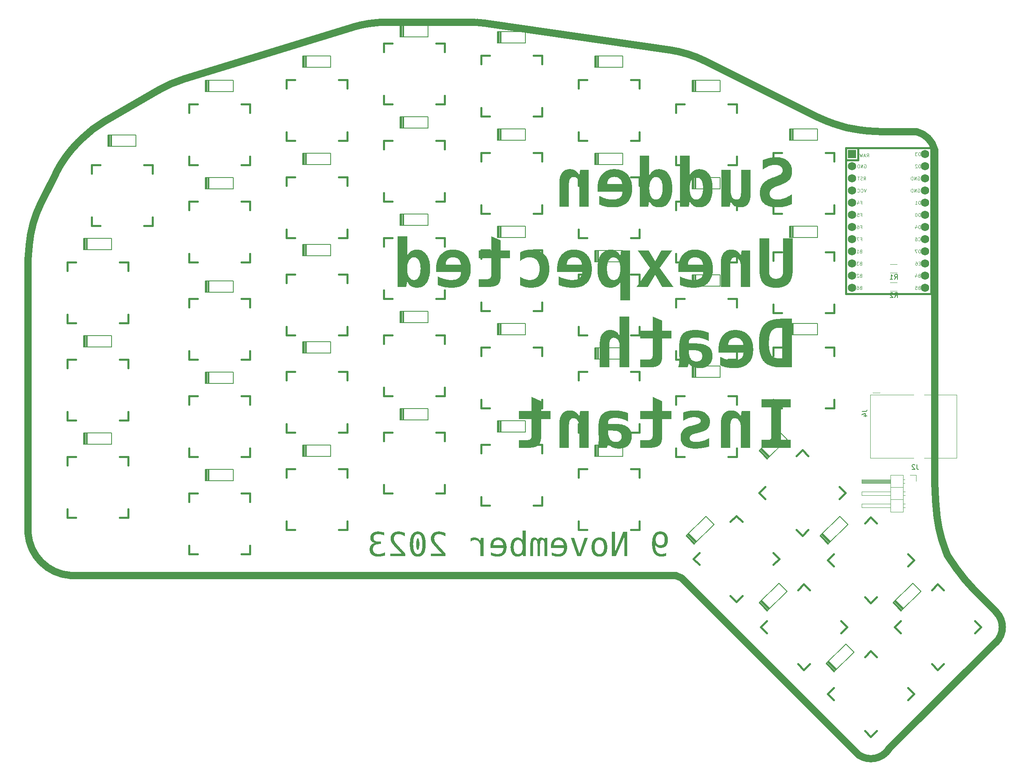
<source format=gbr>
%TF.GenerationSoftware,KiCad,Pcbnew,7.0.8*%
%TF.CreationDate,2023-11-09T18:46:39+07:00*%
%TF.ProjectId,sudi-redox-clone,73756469-2d72-4656-946f-782d636c6f6e,0.1*%
%TF.SameCoordinates,Original*%
%TF.FileFunction,Legend,Bot*%
%TF.FilePolarity,Positive*%
%FSLAX46Y46*%
G04 Gerber Fmt 4.6, Leading zero omitted, Abs format (unit mm)*
G04 Created by KiCad (PCBNEW 7.0.8) date 2023-11-09 18:46:39*
%MOMM*%
%LPD*%
G01*
G04 APERTURE LIST*
%ADD10C,0.150000*%
%ADD11C,1.500000*%
%ADD12C,0.200000*%
%ADD13C,0.100000*%
%ADD14C,0.381000*%
%ADD15C,0.120000*%
%ADD16R,1.752600X1.752600*%
%ADD17C,1.752600*%
G04 APERTURE END LIST*
D10*
G36*
X158084318Y-131153317D02*
G01*
X158176653Y-131158498D01*
X158266126Y-131167132D01*
X158352737Y-131179221D01*
X158436485Y-131194762D01*
X158517372Y-131213758D01*
X158595396Y-131236207D01*
X158670558Y-131262110D01*
X158742857Y-131291467D01*
X158812295Y-131324278D01*
X158878870Y-131360542D01*
X158942583Y-131400260D01*
X159003434Y-131443432D01*
X159061423Y-131490058D01*
X159116549Y-131540137D01*
X159168813Y-131593670D01*
X159195236Y-131622598D01*
X159233207Y-131667420D01*
X159269182Y-131713960D01*
X159303160Y-131762217D01*
X159335142Y-131812191D01*
X159365127Y-131863883D01*
X159393116Y-131917292D01*
X159419108Y-131972418D01*
X159443105Y-132029262D01*
X159465104Y-132087823D01*
X159485108Y-132148101D01*
X159491344Y-132168476D01*
X159508864Y-132230457D01*
X159524603Y-132293726D01*
X159538560Y-132358284D01*
X159550735Y-132424129D01*
X159561128Y-132491263D01*
X159569740Y-132559684D01*
X159576570Y-132629393D01*
X159581618Y-132700391D01*
X159584885Y-132772676D01*
X159586073Y-132821582D01*
X159586468Y-132871060D01*
X159586070Y-132921014D01*
X159584875Y-132970279D01*
X159580095Y-133066741D01*
X159572129Y-133160445D01*
X159560976Y-133251392D01*
X159546636Y-133339582D01*
X159529110Y-133425014D01*
X159508397Y-133507690D01*
X159484497Y-133587608D01*
X159457411Y-133664768D01*
X159427138Y-133739172D01*
X159393679Y-133810818D01*
X159357033Y-133879707D01*
X159317200Y-133945838D01*
X159274181Y-134009213D01*
X159227975Y-134069830D01*
X159178583Y-134127690D01*
X159126615Y-134181962D01*
X159072375Y-134232733D01*
X159015866Y-134280003D01*
X158957085Y-134323771D01*
X158896034Y-134364038D01*
X158832712Y-134400803D01*
X158767120Y-134434067D01*
X158699256Y-134463829D01*
X158629122Y-134490090D01*
X158556718Y-134512849D01*
X158482042Y-134532107D01*
X158405096Y-134547864D01*
X158325880Y-134560119D01*
X158244392Y-134568872D01*
X158160634Y-134574125D01*
X158074605Y-134575875D01*
X158022627Y-134575179D01*
X157971718Y-134573089D01*
X157921877Y-134569607D01*
X157873105Y-134564732D01*
X157801950Y-134554807D01*
X157733200Y-134541748D01*
X157666853Y-134525555D01*
X157602911Y-134506228D01*
X157541373Y-134483767D01*
X157482240Y-134458171D01*
X157425511Y-134429442D01*
X157371186Y-134397578D01*
X157354599Y-134386864D01*
X157313592Y-134358492D01*
X157273241Y-134327854D01*
X157233545Y-134294951D01*
X157194506Y-134259781D01*
X157156122Y-134222346D01*
X157118394Y-134182644D01*
X157103592Y-134166005D01*
X157067963Y-134123072D01*
X157034302Y-134078230D01*
X157002609Y-134031481D01*
X156972884Y-133982823D01*
X156945126Y-133932257D01*
X156919337Y-133879783D01*
X156919665Y-133939782D01*
X156920648Y-133998880D01*
X156922288Y-134057076D01*
X156924584Y-134114371D01*
X156927536Y-134170764D01*
X156931143Y-134226255D01*
X156935407Y-134280845D01*
X156940326Y-134334533D01*
X156945902Y-134387319D01*
X156952133Y-134439204D01*
X156959020Y-134490188D01*
X156966563Y-134540269D01*
X156974762Y-134589449D01*
X156983617Y-134637728D01*
X157003295Y-134731580D01*
X157025597Y-134821826D01*
X157050522Y-134908465D01*
X157078071Y-134991498D01*
X157108243Y-135070925D01*
X157141039Y-135146745D01*
X157176459Y-135218959D01*
X157214503Y-135287567D01*
X157255170Y-135352568D01*
X157298710Y-135413495D01*
X157344758Y-135470491D01*
X157393316Y-135523557D01*
X157444382Y-135572691D01*
X157497958Y-135617895D01*
X157554044Y-135659169D01*
X157612638Y-135696511D01*
X157673742Y-135729923D01*
X157737355Y-135759404D01*
X157803477Y-135784954D01*
X157872108Y-135806573D01*
X157943248Y-135824262D01*
X158016898Y-135838019D01*
X158093057Y-135847846D01*
X158171725Y-135853742D01*
X158252903Y-135855708D01*
X158268477Y-135855639D01*
X158330844Y-135853979D01*
X158393327Y-135850105D01*
X158455923Y-135844018D01*
X158518635Y-135835718D01*
X158581460Y-135825204D01*
X158644401Y-135812476D01*
X158707455Y-135797536D01*
X158754822Y-135784877D01*
X158815138Y-135767380D01*
X158874577Y-135747859D01*
X158933138Y-135726316D01*
X158990821Y-135702751D01*
X159047627Y-135677162D01*
X159103555Y-135649552D01*
X159158605Y-135619918D01*
X159212777Y-135588262D01*
X159212777Y-136203754D01*
X159163869Y-136221153D01*
X159115604Y-136237628D01*
X159067984Y-136253181D01*
X159021008Y-136267810D01*
X158959375Y-136285881D01*
X158898887Y-136302310D01*
X158839543Y-136317098D01*
X158781345Y-136330245D01*
X158724291Y-136341751D01*
X158694200Y-136347647D01*
X158640713Y-136356955D01*
X158586175Y-136364978D01*
X158530584Y-136371715D01*
X158473942Y-136377166D01*
X158432846Y-136380333D01*
X158383844Y-136383424D01*
X158327110Y-136386053D01*
X158270844Y-136387631D01*
X158215045Y-136388157D01*
X158156776Y-136387504D01*
X158099359Y-136385543D01*
X158042793Y-136382275D01*
X157987079Y-136377701D01*
X157932216Y-136371819D01*
X157878204Y-136364630D01*
X157825045Y-136356134D01*
X157772736Y-136346331D01*
X157721280Y-136335220D01*
X157670674Y-136322803D01*
X157620921Y-136309079D01*
X157572018Y-136294047D01*
X157523968Y-136277709D01*
X157476768Y-136260063D01*
X157430421Y-136241111D01*
X157384924Y-136220851D01*
X157340280Y-136199284D01*
X157296487Y-136176410D01*
X157253545Y-136152229D01*
X157211455Y-136126741D01*
X157170216Y-136099946D01*
X157129829Y-136071844D01*
X157090293Y-136042434D01*
X157051609Y-136011718D01*
X157013777Y-135979694D01*
X156976796Y-135946364D01*
X156940666Y-135911726D01*
X156905388Y-135875782D01*
X156870961Y-135838530D01*
X156837386Y-135799971D01*
X156804663Y-135760105D01*
X156772791Y-135718932D01*
X156741278Y-135675560D01*
X156710852Y-135630928D01*
X156681515Y-135585037D01*
X156653265Y-135537887D01*
X156626102Y-135489477D01*
X156600027Y-135439808D01*
X156575040Y-135388880D01*
X156551140Y-135336692D01*
X156528329Y-135283245D01*
X156506604Y-135228538D01*
X156485968Y-135172572D01*
X156466419Y-135115347D01*
X156447957Y-135056862D01*
X156430584Y-134997118D01*
X156414298Y-134936114D01*
X156399099Y-134873852D01*
X156384755Y-134810162D01*
X156371336Y-134745185D01*
X156358842Y-134678920D01*
X156347274Y-134611367D01*
X156336631Y-134542526D01*
X156326914Y-134472396D01*
X156318122Y-134400979D01*
X156310256Y-134328274D01*
X156303315Y-134254281D01*
X156297300Y-134179000D01*
X156292210Y-134102431D01*
X156288045Y-134024573D01*
X156284806Y-133945428D01*
X156282492Y-133864995D01*
X156281104Y-133783274D01*
X156280642Y-133700265D01*
X156281028Y-133624731D01*
X156282187Y-133550170D01*
X156284119Y-133476582D01*
X156286824Y-133403968D01*
X156290302Y-133332326D01*
X156294552Y-133261658D01*
X156299575Y-133191963D01*
X156305371Y-133123241D01*
X156311940Y-133055492D01*
X156319281Y-132988717D01*
X156327396Y-132922914D01*
X156335509Y-132863733D01*
X157039016Y-132863733D01*
X157039993Y-132932674D01*
X157042927Y-132999669D01*
X157047817Y-133064718D01*
X157054662Y-133127821D01*
X157063464Y-133188977D01*
X157074221Y-133248186D01*
X157086934Y-133305450D01*
X157101603Y-133360767D01*
X157118228Y-133414138D01*
X157136808Y-133465563D01*
X157157345Y-133515041D01*
X157179837Y-133562573D01*
X157204285Y-133608158D01*
X157230689Y-133651798D01*
X157259049Y-133693491D01*
X157289364Y-133733237D01*
X157304095Y-133751160D01*
X157342926Y-133793837D01*
X157384619Y-133833472D01*
X157429174Y-133870067D01*
X157476592Y-133903621D01*
X157526872Y-133934133D01*
X157580013Y-133961605D01*
X157624397Y-133980781D01*
X157670841Y-133997401D01*
X157719346Y-134011464D01*
X157769912Y-134022971D01*
X157822539Y-134031920D01*
X157877226Y-134038312D01*
X157933975Y-134042147D01*
X157992784Y-134043426D01*
X158021028Y-134043136D01*
X158076164Y-134040818D01*
X158129497Y-134036181D01*
X158181026Y-134029226D01*
X158230752Y-134019952D01*
X158278676Y-134008360D01*
X158347179Y-133986625D01*
X158411626Y-133959674D01*
X158472015Y-133927506D01*
X158528347Y-133890122D01*
X158580622Y-133847521D01*
X158628840Y-133799704D01*
X158673000Y-133746671D01*
X158687351Y-133727619D01*
X158727669Y-133667158D01*
X158752269Y-133624096D01*
X158775048Y-133578830D01*
X158796004Y-133531360D01*
X158815138Y-133481686D01*
X158832450Y-133429809D01*
X158847939Y-133375727D01*
X158861606Y-133319441D01*
X158873451Y-133260952D01*
X158883474Y-133200259D01*
X158891674Y-133137361D01*
X158898052Y-133072260D01*
X158902608Y-133004955D01*
X158905341Y-132935446D01*
X158906252Y-132863733D01*
X158906024Y-132827601D01*
X158904202Y-132756990D01*
X158900557Y-132688583D01*
X158895091Y-132622380D01*
X158887802Y-132558380D01*
X158878690Y-132496585D01*
X158867756Y-132436994D01*
X158855000Y-132379606D01*
X158840422Y-132324423D01*
X158824022Y-132271443D01*
X158805799Y-132220667D01*
X158785754Y-132172095D01*
X158763886Y-132125727D01*
X158740197Y-132081563D01*
X158714685Y-132039603D01*
X158673000Y-131980795D01*
X158657830Y-131961737D01*
X158618069Y-131916973D01*
X158575685Y-131876324D01*
X158530676Y-131839789D01*
X158483044Y-131807368D01*
X158432788Y-131779062D01*
X158379909Y-131754870D01*
X158368957Y-131750513D01*
X158313090Y-131730799D01*
X158255375Y-131714544D01*
X158195811Y-131701748D01*
X158146829Y-131694001D01*
X158096663Y-131688467D01*
X158045315Y-131685147D01*
X157992784Y-131684040D01*
X157948484Y-131684770D01*
X157891220Y-131688014D01*
X157836018Y-131693853D01*
X157782876Y-131702287D01*
X157731795Y-131713316D01*
X157682774Y-131726940D01*
X157635815Y-131743159D01*
X157580013Y-131767083D01*
X157558413Y-131777558D01*
X157506416Y-131805918D01*
X157457281Y-131837379D01*
X157411009Y-131871940D01*
X157367599Y-131909602D01*
X157327050Y-131950365D01*
X157289364Y-131994228D01*
X157259049Y-132033975D01*
X157230689Y-132075668D01*
X157204285Y-132119307D01*
X157179837Y-132164893D01*
X157157345Y-132212425D01*
X157136808Y-132261903D01*
X157118228Y-132313328D01*
X157101603Y-132366699D01*
X157086934Y-132422016D01*
X157074221Y-132479279D01*
X157063464Y-132538489D01*
X157054662Y-132599645D01*
X157047817Y-132662748D01*
X157042927Y-132727797D01*
X157039993Y-132794792D01*
X157039016Y-132863733D01*
X156335509Y-132863733D01*
X156336283Y-132858085D01*
X156345943Y-132794229D01*
X156356376Y-132731346D01*
X156367581Y-132669436D01*
X156379560Y-132608499D01*
X156392397Y-132548617D01*
X156406179Y-132489870D01*
X156420905Y-132432258D01*
X156436575Y-132375782D01*
X156453190Y-132320440D01*
X156470750Y-132266235D01*
X156489254Y-132213164D01*
X156508703Y-132161229D01*
X156529097Y-132110430D01*
X156550434Y-132060765D01*
X156572717Y-132012237D01*
X156595944Y-131964843D01*
X156620115Y-131918585D01*
X156645231Y-131873462D01*
X156671292Y-131829474D01*
X156698297Y-131786622D01*
X156723914Y-131748865D01*
X156763949Y-131694321D01*
X156805916Y-131642290D01*
X156849816Y-131592770D01*
X156895647Y-131545761D01*
X156943410Y-131501265D01*
X156993106Y-131459279D01*
X157044733Y-131419806D01*
X157098292Y-131382844D01*
X157153783Y-131348393D01*
X157211207Y-131316454D01*
X157250596Y-131296490D01*
X157311987Y-131268960D01*
X157376147Y-131244327D01*
X157443076Y-131222592D01*
X157512775Y-131203755D01*
X157560779Y-131192807D01*
X157610014Y-131183147D01*
X157660480Y-131174775D01*
X157712177Y-131167691D01*
X157765104Y-131161895D01*
X157819262Y-131157387D01*
X157874650Y-131154167D01*
X157931270Y-131152235D01*
X157989120Y-131151591D01*
X158084318Y-131153317D01*
G37*
G36*
X151123454Y-131229748D02*
G01*
X150247843Y-131229748D01*
X148525931Y-135424619D01*
X148525931Y-131229748D01*
X147859148Y-131229748D01*
X147859148Y-136310000D01*
X148734759Y-136310000D01*
X150456671Y-132187180D01*
X150456671Y-136310000D01*
X151123454Y-136310000D01*
X151123454Y-131229748D01*
G37*
G36*
X145376358Y-132404127D02*
G01*
X145471121Y-132410166D01*
X145563013Y-132420232D01*
X145652032Y-132434323D01*
X145738180Y-132452441D01*
X145821457Y-132474585D01*
X145901861Y-132500756D01*
X145979394Y-132530952D01*
X146054055Y-132565175D01*
X146125844Y-132603423D01*
X146194762Y-132645698D01*
X146260808Y-132692000D01*
X146323982Y-132742327D01*
X146384284Y-132796681D01*
X146441714Y-132855060D01*
X146496273Y-132917466D01*
X146522344Y-132950116D01*
X146572004Y-133018056D01*
X146618353Y-133089516D01*
X146661391Y-133164496D01*
X146701119Y-133242997D01*
X146737536Y-133325019D01*
X146770642Y-133410561D01*
X146800438Y-133499624D01*
X146826923Y-133592207D01*
X146838924Y-133639819D01*
X146850097Y-133688311D01*
X146860443Y-133737683D01*
X146869961Y-133787936D01*
X146878651Y-133839068D01*
X146886514Y-133891081D01*
X146893549Y-133943973D01*
X146899757Y-133997746D01*
X146905137Y-134052399D01*
X146909689Y-134107932D01*
X146913413Y-134164345D01*
X146916310Y-134221638D01*
X146918379Y-134279812D01*
X146919621Y-134338866D01*
X146920034Y-134398799D01*
X146919622Y-134458506D01*
X146918384Y-134517338D01*
X146916321Y-134575294D01*
X146913432Y-134632376D01*
X146909718Y-134688581D01*
X146905179Y-134743912D01*
X146899815Y-134798366D01*
X146893626Y-134851946D01*
X146886611Y-134904650D01*
X146878771Y-134956479D01*
X146870105Y-135007433D01*
X146860615Y-135057511D01*
X146850299Y-135106714D01*
X146839158Y-135155041D01*
X146814399Y-135249070D01*
X146786340Y-135339597D01*
X146754980Y-135426623D01*
X146720318Y-135510147D01*
X146682356Y-135590170D01*
X146641092Y-135666692D01*
X146596527Y-135739712D01*
X146548661Y-135809230D01*
X146497494Y-135875247D01*
X146443203Y-135937357D01*
X146385963Y-135995461D01*
X146325775Y-136049556D01*
X146262640Y-136099645D01*
X146196556Y-136145727D01*
X146127524Y-136187802D01*
X146055544Y-136225869D01*
X145980615Y-136259930D01*
X145902739Y-136289983D01*
X145821915Y-136316029D01*
X145738142Y-136338068D01*
X145651422Y-136356100D01*
X145561753Y-136370125D01*
X145469136Y-136380143D01*
X145373572Y-136386154D01*
X145324684Y-136387656D01*
X145275059Y-136388157D01*
X145177443Y-136386168D01*
X145082737Y-136380200D01*
X144990940Y-136370254D01*
X144902054Y-136356329D01*
X144816078Y-136338426D01*
X144733011Y-136316544D01*
X144652855Y-136290684D01*
X144575608Y-136260846D01*
X144501272Y-136227028D01*
X144429845Y-136189233D01*
X144361328Y-136147459D01*
X144295721Y-136101706D01*
X144233024Y-136051975D01*
X144173237Y-135998265D01*
X144116360Y-135940577D01*
X144062393Y-135878911D01*
X144036472Y-135846562D01*
X143987099Y-135779195D01*
X143941017Y-135708269D01*
X143898227Y-135633784D01*
X143858728Y-135555741D01*
X143822521Y-135474139D01*
X143789606Y-135388979D01*
X143759982Y-135300259D01*
X143733649Y-135207981D01*
X143721717Y-135160508D01*
X143710608Y-135112145D01*
X143700322Y-135062892D01*
X143690859Y-135012749D01*
X143682219Y-134961717D01*
X143674401Y-134909795D01*
X143667407Y-134856984D01*
X143661235Y-134803282D01*
X143655886Y-134748691D01*
X143651360Y-134693211D01*
X143647657Y-134636841D01*
X143644777Y-134579581D01*
X143642720Y-134521431D01*
X143641486Y-134462392D01*
X143641074Y-134402463D01*
X143641149Y-134391472D01*
X144307857Y-134391472D01*
X144308840Y-134478574D01*
X144311788Y-134563110D01*
X144316701Y-134645079D01*
X144323580Y-134724482D01*
X144332425Y-134801318D01*
X144343234Y-134875588D01*
X144356009Y-134947291D01*
X144370750Y-135016428D01*
X144387456Y-135082999D01*
X144406127Y-135147003D01*
X144426763Y-135208440D01*
X144449365Y-135267312D01*
X144473933Y-135323616D01*
X144500466Y-135377354D01*
X144528964Y-135428526D01*
X144559427Y-135477131D01*
X144591718Y-135522975D01*
X144625697Y-135565860D01*
X144661365Y-135605788D01*
X144698722Y-135642759D01*
X144737767Y-135676771D01*
X144778502Y-135707826D01*
X144820925Y-135735924D01*
X144865036Y-135761064D01*
X144910836Y-135783246D01*
X144958325Y-135802470D01*
X145007503Y-135818737D01*
X145058370Y-135832047D01*
X145110925Y-135842398D01*
X145165169Y-135849793D01*
X145221101Y-135854229D01*
X145278722Y-135855708D01*
X145336496Y-135854229D01*
X145392582Y-135849793D01*
X145446978Y-135842398D01*
X145499686Y-135832047D01*
X145550705Y-135818737D01*
X145600035Y-135802470D01*
X145647677Y-135783246D01*
X145693630Y-135761064D01*
X145737894Y-135735924D01*
X145780470Y-135707826D01*
X145821357Y-135676771D01*
X145860555Y-135642759D01*
X145898064Y-135605788D01*
X145933885Y-135565860D01*
X145968017Y-135522975D01*
X146000460Y-135477131D01*
X146031072Y-135428526D01*
X146059708Y-135377354D01*
X146086370Y-135323616D01*
X146111056Y-135267312D01*
X146133768Y-135208440D01*
X146154505Y-135147003D01*
X146173267Y-135082999D01*
X146190054Y-135016428D01*
X146204866Y-134947291D01*
X146217703Y-134875588D01*
X146228565Y-134801318D01*
X146237452Y-134724482D01*
X146244364Y-134645079D01*
X146249302Y-134563110D01*
X146252264Y-134478574D01*
X146253251Y-134391472D01*
X146252269Y-134304823D01*
X146249321Y-134220731D01*
X146244407Y-134139196D01*
X146237528Y-134060218D01*
X146228684Y-133983796D01*
X146217874Y-133909932D01*
X146205099Y-133838624D01*
X146190359Y-133769874D01*
X146173653Y-133703680D01*
X146154982Y-133640044D01*
X146134345Y-133578964D01*
X146111743Y-133520441D01*
X146087176Y-133464475D01*
X146060643Y-133411066D01*
X146032145Y-133360214D01*
X146001681Y-133311919D01*
X145969376Y-133266223D01*
X145935354Y-133223476D01*
X145899614Y-133183677D01*
X145862158Y-133146826D01*
X145822983Y-133112923D01*
X145782092Y-133081968D01*
X145739483Y-133053961D01*
X145695157Y-133028902D01*
X145649113Y-133006791D01*
X145601352Y-132987629D01*
X145551874Y-132971414D01*
X145500678Y-132958148D01*
X145447765Y-132947830D01*
X145393135Y-132940460D01*
X145336787Y-132936037D01*
X145278722Y-132934563D01*
X145221101Y-132936037D01*
X145165169Y-132940460D01*
X145110925Y-132947830D01*
X145058370Y-132958148D01*
X145007503Y-132971414D01*
X144958325Y-132987629D01*
X144910836Y-133006791D01*
X144865036Y-133028902D01*
X144820925Y-133053961D01*
X144778502Y-133081968D01*
X144737767Y-133112923D01*
X144698722Y-133146826D01*
X144661365Y-133183677D01*
X144625697Y-133223476D01*
X144591718Y-133266223D01*
X144559427Y-133311919D01*
X144528964Y-133360214D01*
X144500466Y-133411066D01*
X144473933Y-133464475D01*
X144449365Y-133520441D01*
X144426763Y-133578964D01*
X144406127Y-133640044D01*
X144387456Y-133703680D01*
X144370750Y-133769874D01*
X144356009Y-133838624D01*
X144343234Y-133909932D01*
X144332425Y-133983796D01*
X144323580Y-134060218D01*
X144316701Y-134139196D01*
X144311788Y-134220731D01*
X144308840Y-134304823D01*
X144307857Y-134391472D01*
X143641149Y-134391472D01*
X143641487Y-134342081D01*
X143642725Y-134282598D01*
X143644788Y-134224014D01*
X143647676Y-134166330D01*
X143651390Y-134109544D01*
X143655929Y-134053658D01*
X143661293Y-133998671D01*
X143667483Y-133944584D01*
X143674498Y-133891395D01*
X143682338Y-133839106D01*
X143691003Y-133787716D01*
X143700494Y-133737225D01*
X143710810Y-133687634D01*
X143721951Y-133638942D01*
X143746709Y-133544255D01*
X143774769Y-133453164D01*
X143806129Y-133365671D01*
X143840790Y-133281775D01*
X143878753Y-133201475D01*
X143920017Y-133124772D01*
X143964581Y-133051666D01*
X144012447Y-132982157D01*
X144063614Y-132916245D01*
X144090384Y-132884614D01*
X144146093Y-132824364D01*
X144204692Y-132768131D01*
X144266182Y-132715915D01*
X144330563Y-132667715D01*
X144397835Y-132623532D01*
X144467997Y-132583365D01*
X144541051Y-132547215D01*
X144616995Y-132515082D01*
X144695830Y-132486966D01*
X144777556Y-132462866D01*
X144862173Y-132442783D01*
X144949680Y-132426716D01*
X145040079Y-132414666D01*
X145133368Y-132406633D01*
X145229548Y-132402616D01*
X145278722Y-132402114D01*
X145376358Y-132404127D01*
G37*
G36*
X142835073Y-132480272D02*
G01*
X142182944Y-132480272D01*
X141071639Y-135695729D01*
X139957892Y-132480272D01*
X139304542Y-132480272D01*
X140664975Y-136310000D01*
X141474640Y-136310000D01*
X142835073Y-132480272D01*
G37*
G36*
X136843676Y-132403168D02*
G01*
X136914149Y-132406331D01*
X136983162Y-132411602D01*
X137050715Y-132418982D01*
X137116809Y-132428470D01*
X137181442Y-132440067D01*
X137244616Y-132453772D01*
X137306331Y-132469586D01*
X137366585Y-132487508D01*
X137425380Y-132507539D01*
X137482715Y-132529678D01*
X137538590Y-132553926D01*
X137593006Y-132580282D01*
X137645962Y-132608747D01*
X137697458Y-132639320D01*
X137747494Y-132672002D01*
X137796042Y-132706325D01*
X137843073Y-132742127D01*
X137888587Y-132779407D01*
X137932585Y-132818166D01*
X137975065Y-132858404D01*
X138016028Y-132900121D01*
X138055474Y-132943317D01*
X138093403Y-132987991D01*
X138129815Y-133034145D01*
X138164711Y-133081777D01*
X138198089Y-133130888D01*
X138229950Y-133181478D01*
X138260295Y-133233546D01*
X138289122Y-133287094D01*
X138316432Y-133342120D01*
X138342226Y-133398625D01*
X138366478Y-133456289D01*
X138389166Y-133514793D01*
X138410289Y-133574136D01*
X138429848Y-133634319D01*
X138447842Y-133695342D01*
X138464271Y-133757204D01*
X138479135Y-133819906D01*
X138492435Y-133883447D01*
X138504170Y-133947828D01*
X138514340Y-134013048D01*
X138522946Y-134079108D01*
X138529987Y-134146008D01*
X138535464Y-134213747D01*
X138539375Y-134282326D01*
X138541722Y-134351744D01*
X138542505Y-134422002D01*
X138542012Y-134478642D01*
X138540535Y-134534531D01*
X138538072Y-134589668D01*
X138534624Y-134644053D01*
X138530191Y-134697688D01*
X138524773Y-134750571D01*
X138518370Y-134802703D01*
X138510982Y-134854083D01*
X138502609Y-134904712D01*
X138493251Y-134954590D01*
X138482907Y-135003716D01*
X138471579Y-135052092D01*
X138445967Y-135146588D01*
X138416414Y-135238079D01*
X138382922Y-135326564D01*
X138345489Y-135412044D01*
X138304115Y-135494519D01*
X138258801Y-135573989D01*
X138209547Y-135650453D01*
X138156353Y-135723912D01*
X138099218Y-135794366D01*
X138038143Y-135861814D01*
X137973610Y-135925551D01*
X137906099Y-135985176D01*
X137835613Y-136040688D01*
X137762149Y-136092089D01*
X137685708Y-136139378D01*
X137606291Y-136182554D01*
X137523898Y-136221619D01*
X137438527Y-136256571D01*
X137350180Y-136287412D01*
X137258856Y-136314140D01*
X137164555Y-136336756D01*
X137116289Y-136346523D01*
X137067278Y-136355261D01*
X137017523Y-136362971D01*
X136967024Y-136369653D01*
X136915781Y-136375307D01*
X136863793Y-136379933D01*
X136811061Y-136383531D01*
X136757586Y-136386101D01*
X136703366Y-136387643D01*
X136648401Y-136388157D01*
X136604953Y-136387847D01*
X136539995Y-136386219D01*
X136475294Y-136383196D01*
X136410851Y-136378777D01*
X136346666Y-136372964D01*
X136282738Y-136365754D01*
X136219068Y-136357150D01*
X136155656Y-136347150D01*
X136092501Y-136335755D01*
X136029604Y-136322964D01*
X135966964Y-136308778D01*
X135925323Y-136298498D01*
X135862988Y-136282309D01*
X135800802Y-136265196D01*
X135738767Y-136247161D01*
X135676883Y-136228202D01*
X135615148Y-136208320D01*
X135553564Y-136187516D01*
X135492130Y-136165788D01*
X135430846Y-136143137D01*
X135369713Y-136119563D01*
X135308729Y-136095066D01*
X135308729Y-135488122D01*
X135347742Y-135507027D01*
X135406582Y-135534723D01*
X135465808Y-135561624D01*
X135525421Y-135587731D01*
X135585420Y-135613044D01*
X135645806Y-135637562D01*
X135706578Y-135661287D01*
X135767737Y-135684217D01*
X135829282Y-135706352D01*
X135891213Y-135727694D01*
X135953531Y-135748241D01*
X135995290Y-135761255D01*
X136058252Y-135779201D01*
X136121600Y-135795258D01*
X136185335Y-135809426D01*
X136249456Y-135821705D01*
X136313963Y-135832094D01*
X136378857Y-135840595D01*
X136444137Y-135847207D01*
X136509803Y-135851930D01*
X136575856Y-135854763D01*
X136642295Y-135855708D01*
X136718058Y-135854372D01*
X136791474Y-135850365D01*
X136862543Y-135843686D01*
X136931265Y-135834337D01*
X136997640Y-135822315D01*
X137061668Y-135807622D01*
X137123349Y-135790258D01*
X137182683Y-135770223D01*
X137239669Y-135747516D01*
X137294309Y-135722137D01*
X137346602Y-135694088D01*
X137396548Y-135663367D01*
X137444147Y-135629974D01*
X137489398Y-135593910D01*
X137532303Y-135555175D01*
X137572861Y-135513768D01*
X137610866Y-135470109D01*
X137646420Y-135424619D01*
X137679521Y-135377297D01*
X137710171Y-135328143D01*
X137738369Y-135277158D01*
X137764114Y-135224340D01*
X137787408Y-135169691D01*
X137808250Y-135113210D01*
X137826639Y-135054897D01*
X137842577Y-134994752D01*
X137856063Y-134932775D01*
X137867097Y-134868967D01*
X137875679Y-134803326D01*
X137881809Y-134735854D01*
X137885487Y-134666550D01*
X137886713Y-134595415D01*
X137886713Y-134575875D01*
X135162184Y-134575875D01*
X135162184Y-134265687D01*
X135162596Y-134211408D01*
X135163834Y-134157872D01*
X135165897Y-134105077D01*
X135168786Y-134053024D01*
X135169481Y-134043426D01*
X135791109Y-134043426D01*
X137862288Y-134043426D01*
X137857633Y-134005177D01*
X137849218Y-133948627D01*
X137839085Y-133893064D01*
X137827236Y-133838488D01*
X137813669Y-133784901D01*
X137798385Y-133732300D01*
X137781383Y-133680687D01*
X137762664Y-133630062D01*
X137742228Y-133580423D01*
X137720074Y-133531773D01*
X137696203Y-133484110D01*
X137679321Y-133453064D01*
X137652513Y-133407999D01*
X137623923Y-133364736D01*
X137593551Y-133323277D01*
X137561397Y-133283621D01*
X137527462Y-133245768D01*
X137491745Y-133209718D01*
X137454247Y-133175472D01*
X137414966Y-133143028D01*
X137373904Y-133112388D01*
X137331060Y-133083551D01*
X137301307Y-133065510D01*
X137255015Y-133040630D01*
X137206725Y-133018369D01*
X137156440Y-132998727D01*
X137104158Y-132981704D01*
X137049879Y-132967300D01*
X136993604Y-132955515D01*
X136935333Y-132946349D01*
X136875065Y-132939801D01*
X136812801Y-132935873D01*
X136748541Y-132934563D01*
X136727073Y-132934708D01*
X136664258Y-132936872D01*
X136603826Y-132941634D01*
X136545777Y-132948994D01*
X136490110Y-132958951D01*
X136436826Y-132971505D01*
X136385925Y-132986657D01*
X136337407Y-133004406D01*
X136291271Y-133024753D01*
X136247519Y-133047697D01*
X136192889Y-133082330D01*
X136167081Y-133101059D01*
X136118156Y-133140977D01*
X136072818Y-133184178D01*
X136031068Y-133230660D01*
X135992905Y-133280425D01*
X135958330Y-133333471D01*
X135927341Y-133389800D01*
X135906454Y-133434200D01*
X135887585Y-133480446D01*
X135875902Y-133512126D01*
X135859792Y-133560523D01*
X135845377Y-133609971D01*
X135832658Y-133660471D01*
X135821635Y-133712024D01*
X135812307Y-133764628D01*
X135804676Y-133818284D01*
X135798740Y-133872991D01*
X135794501Y-133928751D01*
X135791957Y-133985563D01*
X135791109Y-134043426D01*
X135169481Y-134043426D01*
X135172500Y-134001713D01*
X135177039Y-133951143D01*
X135182403Y-133901315D01*
X135188592Y-133852230D01*
X135203447Y-133756283D01*
X135221603Y-133663304D01*
X135243061Y-133573292D01*
X135267819Y-133486247D01*
X135295878Y-133402169D01*
X135327238Y-133321059D01*
X135361900Y-133242915D01*
X135399863Y-133167739D01*
X135441126Y-133095530D01*
X135485691Y-133026288D01*
X135533557Y-132960013D01*
X135584724Y-132896706D01*
X135638734Y-132836814D01*
X135695435Y-132780786D01*
X135754826Y-132728622D01*
X135816907Y-132680322D01*
X135881679Y-132635886D01*
X135949142Y-132595314D01*
X136019295Y-132558606D01*
X136092138Y-132525762D01*
X136167672Y-132496782D01*
X136245897Y-132471666D01*
X136326812Y-132450414D01*
X136410417Y-132433026D01*
X136496713Y-132419502D01*
X136585700Y-132409842D01*
X136677377Y-132404046D01*
X136771744Y-132402114D01*
X136843676Y-132403168D01*
G37*
G36*
X134383049Y-132480272D02*
G01*
X133866475Y-132480272D01*
X133812742Y-132823433D01*
X133782722Y-132772414D01*
X133750975Y-132724686D01*
X133717502Y-132680250D01*
X133682301Y-132639106D01*
X133645374Y-132601253D01*
X133606719Y-132566692D01*
X133566338Y-132535422D01*
X133524230Y-132507444D01*
X133480395Y-132482757D01*
X133434833Y-132461362D01*
X133387545Y-132443258D01*
X133338529Y-132428446D01*
X133287787Y-132416926D01*
X133235318Y-132408697D01*
X133181121Y-132403760D01*
X133125198Y-132402114D01*
X133065297Y-132404008D01*
X133007714Y-132409689D01*
X132952449Y-132419158D01*
X132899503Y-132432415D01*
X132848875Y-132449460D01*
X132800565Y-132470292D01*
X132754574Y-132494912D01*
X132710901Y-132523319D01*
X132669547Y-132555515D01*
X132630511Y-132591498D01*
X132593794Y-132631268D01*
X132559395Y-132674826D01*
X132527314Y-132722172D01*
X132497552Y-132773306D01*
X132470108Y-132828227D01*
X132444982Y-132886936D01*
X132414934Y-132828227D01*
X132382796Y-132773306D01*
X132348568Y-132722172D01*
X132312251Y-132674826D01*
X132273845Y-132631268D01*
X132233349Y-132591498D01*
X132190764Y-132555515D01*
X132146090Y-132523319D01*
X132099326Y-132494912D01*
X132050473Y-132470292D01*
X131999530Y-132449460D01*
X131946498Y-132432415D01*
X131891376Y-132419158D01*
X131834165Y-132409689D01*
X131774865Y-132404008D01*
X131713475Y-132402114D01*
X131656412Y-132403474D01*
X131601543Y-132407552D01*
X131548868Y-132414350D01*
X131498388Y-132423867D01*
X131450103Y-132436103D01*
X131381789Y-132459555D01*
X131318412Y-132489125D01*
X131259973Y-132524814D01*
X131206470Y-132566620D01*
X131157906Y-132614544D01*
X131114278Y-132668587D01*
X131075588Y-132728747D01*
X131063789Y-132750160D01*
X131041015Y-132797358D01*
X131019711Y-132849498D01*
X130999875Y-132906580D01*
X130981509Y-132968605D01*
X130964613Y-133035571D01*
X130949185Y-133107480D01*
X130935227Y-133184330D01*
X130922739Y-133266123D01*
X130911719Y-133352858D01*
X130902169Y-133444535D01*
X130894088Y-133541154D01*
X130890598Y-133591317D01*
X130887476Y-133642715D01*
X130884721Y-133695349D01*
X130882333Y-133749218D01*
X130880313Y-133804323D01*
X130878660Y-133860664D01*
X130877375Y-133918239D01*
X130876456Y-133977051D01*
X130875905Y-134037098D01*
X130875722Y-134098381D01*
X130875722Y-136310000D01*
X131450914Y-136310000D01*
X131450914Y-134131353D01*
X131451000Y-134078531D01*
X131451257Y-134027226D01*
X131451686Y-133977437D01*
X131452652Y-133905599D01*
X131454005Y-133837174D01*
X131455744Y-133772162D01*
X131457869Y-133710564D01*
X131460380Y-133652379D01*
X131463278Y-133597606D01*
X131466563Y-133546247D01*
X131471543Y-133483078D01*
X131472896Y-133468234D01*
X131478792Y-133411524D01*
X131485489Y-133358630D01*
X131492988Y-133309552D01*
X131503489Y-133253572D01*
X131515242Y-133203555D01*
X131530999Y-133151405D01*
X131542505Y-133121409D01*
X131566490Y-133077617D01*
X131603824Y-133031088D01*
X131649328Y-132993683D01*
X131703000Y-132965400D01*
X131751820Y-132949343D01*
X131805868Y-132939125D01*
X131865145Y-132934746D01*
X131880781Y-132934563D01*
X131943292Y-132937750D01*
X132000765Y-132947310D01*
X132053201Y-132963243D01*
X132100600Y-132985549D01*
X132142961Y-133014228D01*
X132180284Y-133049281D01*
X132212570Y-133090707D01*
X132239818Y-133138506D01*
X132260598Y-133186792D01*
X132278973Y-133242805D01*
X132292450Y-133295387D01*
X132304256Y-133353335D01*
X132312499Y-133403557D01*
X132319674Y-133457214D01*
X132322861Y-133485331D01*
X132328299Y-133545113D01*
X132331902Y-133593882D01*
X132335097Y-133646021D01*
X132337884Y-133701530D01*
X132340263Y-133760409D01*
X132342234Y-133822659D01*
X132343798Y-133888279D01*
X132344953Y-133957269D01*
X132345701Y-134029630D01*
X132345973Y-134079743D01*
X132346064Y-134131353D01*
X132346064Y-136310000D01*
X132920034Y-136310000D01*
X132920034Y-134131353D01*
X132920130Y-134080578D01*
X132920416Y-134031137D01*
X132921203Y-133959482D01*
X132922420Y-133890831D01*
X132924065Y-133825186D01*
X132926140Y-133762547D01*
X132928645Y-133702912D01*
X132931579Y-133646283D01*
X132934942Y-133592659D01*
X132938734Y-133542041D01*
X132944459Y-133479225D01*
X132950698Y-133420797D01*
X132957816Y-133366415D01*
X132965811Y-133316078D01*
X132977039Y-133258846D01*
X132989639Y-133207934D01*
X133006569Y-133155183D01*
X133018953Y-133125073D01*
X133044655Y-133080422D01*
X133075358Y-133041725D01*
X133120766Y-133001725D01*
X133162716Y-132976423D01*
X133209666Y-132957075D01*
X133261615Y-132943680D01*
X133318564Y-132936238D01*
X133364556Y-132934563D01*
X133425255Y-132937693D01*
X133480953Y-132947081D01*
X133531653Y-132962728D01*
X133577353Y-132984633D01*
X133618054Y-133012797D01*
X133653755Y-133047220D01*
X133684457Y-133087902D01*
X133710160Y-133134842D01*
X133729280Y-133182599D01*
X133746338Y-133238856D01*
X133758980Y-133292230D01*
X133770190Y-133351508D01*
X133778128Y-133403180D01*
X133785150Y-133458631D01*
X133788318Y-133487773D01*
X133794042Y-133549387D01*
X133797835Y-133599129D01*
X133801198Y-133651898D01*
X133804131Y-133707693D01*
X133806636Y-133766516D01*
X133808711Y-133828365D01*
X133810357Y-133893240D01*
X133811573Y-133961143D01*
X133812360Y-134032072D01*
X133812647Y-134081040D01*
X133812742Y-134131353D01*
X133812742Y-136310000D01*
X134383049Y-136310000D01*
X134383049Y-132480272D01*
G37*
G36*
X129885317Y-136310000D02*
G01*
X129317452Y-136310000D01*
X129256392Y-135808080D01*
X129213783Y-135878324D01*
X129168083Y-135944036D01*
X129119291Y-136005216D01*
X129067409Y-136061864D01*
X129012435Y-136113980D01*
X128954370Y-136161565D01*
X128893214Y-136204617D01*
X128828967Y-136243138D01*
X128761628Y-136277127D01*
X128691198Y-136306584D01*
X128617678Y-136331509D01*
X128541065Y-136351902D01*
X128461362Y-136367764D01*
X128378568Y-136379094D01*
X128292682Y-136385891D01*
X128203705Y-136388157D01*
X128178187Y-136387985D01*
X128127917Y-136386612D01*
X128078668Y-136383864D01*
X128006708Y-136377166D01*
X127937045Y-136367377D01*
X127869679Y-136354497D01*
X127804610Y-136338526D01*
X127741838Y-136319464D01*
X127681363Y-136297310D01*
X127623185Y-136272066D01*
X127567303Y-136243730D01*
X127513719Y-136212302D01*
X127479048Y-136189724D01*
X127428687Y-136154193D01*
X127380301Y-136116666D01*
X127333890Y-136077142D01*
X127289454Y-136035622D01*
X127246993Y-135992106D01*
X127206507Y-135946593D01*
X127167996Y-135899084D01*
X127131460Y-135849578D01*
X127096899Y-135798076D01*
X127064312Y-135744577D01*
X127043466Y-135707850D01*
X127013591Y-135651847D01*
X126985391Y-135594750D01*
X126958866Y-135536557D01*
X126934014Y-135477270D01*
X126910837Y-135416888D01*
X126889335Y-135355411D01*
X126869507Y-135292839D01*
X126851353Y-135229172D01*
X126834874Y-135164411D01*
X126820069Y-135098555D01*
X126810901Y-135054276D01*
X126798257Y-134987823D01*
X126786944Y-134921326D01*
X126776962Y-134854787D01*
X126768311Y-134788204D01*
X126760991Y-134721579D01*
X126755001Y-134654911D01*
X126750343Y-134588200D01*
X126747016Y-134521445D01*
X126745019Y-134454648D01*
X126744427Y-134395136D01*
X127407473Y-134395136D01*
X127408008Y-134452914D01*
X127409610Y-134511456D01*
X127412282Y-134570761D01*
X127416022Y-134630830D01*
X127420830Y-134691662D01*
X127426707Y-134753257D01*
X127433653Y-134815615D01*
X127441667Y-134878736D01*
X127451151Y-134941763D01*
X127462504Y-135003835D01*
X127475728Y-135064953D01*
X127490821Y-135125116D01*
X127507785Y-135184326D01*
X127526618Y-135242582D01*
X127547321Y-135299884D01*
X127569895Y-135356231D01*
X127594796Y-135410499D01*
X127622483Y-135462172D01*
X127652956Y-135511249D01*
X127686215Y-135557732D01*
X127722260Y-135601619D01*
X127761091Y-135642911D01*
X127802708Y-135681608D01*
X127847110Y-135717711D01*
X127894452Y-135750054D01*
X127945495Y-135778084D01*
X128000239Y-135801803D01*
X128058686Y-135821209D01*
X128120834Y-135836302D01*
X128169875Y-135844792D01*
X128220998Y-135850856D01*
X128274203Y-135854495D01*
X128329490Y-135855708D01*
X128384352Y-135854495D01*
X128437195Y-135850856D01*
X128488021Y-135844792D01*
X128536829Y-135836302D01*
X128598768Y-135821209D01*
X128657119Y-135801803D01*
X128711883Y-135778084D01*
X128763059Y-135750054D01*
X128810648Y-135717711D01*
X128854822Y-135681628D01*
X128896362Y-135642988D01*
X128935270Y-135601791D01*
X128971543Y-135558037D01*
X129005184Y-135511726D01*
X129036191Y-135462858D01*
X129064566Y-135411434D01*
X129090307Y-135357452D01*
X129113739Y-135301372D01*
X129135186Y-135244261D01*
X129154649Y-135186120D01*
X129172128Y-135126948D01*
X129187622Y-135066746D01*
X129201132Y-135005514D01*
X129212657Y-134943251D01*
X129222198Y-134879958D01*
X129230212Y-134816493D01*
X129237158Y-134753715D01*
X129243035Y-134691623D01*
X129247843Y-134630219D01*
X129251583Y-134569502D01*
X129254255Y-134509472D01*
X129255857Y-134450128D01*
X129256392Y-134391472D01*
X129255857Y-134333674D01*
X129254255Y-134275075D01*
X129251583Y-134215674D01*
X129247843Y-134155472D01*
X129243035Y-134094469D01*
X129237158Y-134032664D01*
X129230212Y-133970058D01*
X129222198Y-133906650D01*
X129212657Y-133843395D01*
X129201132Y-133781246D01*
X129187622Y-133720205D01*
X129172128Y-133660270D01*
X129154649Y-133601442D01*
X129135186Y-133543720D01*
X129113739Y-133487106D01*
X129090307Y-133431598D01*
X129064566Y-133377921D01*
X129036191Y-133326802D01*
X129005184Y-133278240D01*
X128971543Y-133232234D01*
X128935270Y-133188786D01*
X128896362Y-133147894D01*
X128854822Y-133109560D01*
X128810648Y-133073782D01*
X128763059Y-133041152D01*
X128711883Y-133012874D01*
X128657119Y-132988946D01*
X128598768Y-132969368D01*
X128536829Y-132954141D01*
X128488021Y-132945576D01*
X128437195Y-132939458D01*
X128384352Y-132935787D01*
X128329490Y-132934563D01*
X128274203Y-132935787D01*
X128220998Y-132939458D01*
X128169875Y-132945576D01*
X128120834Y-132954141D01*
X128058686Y-132969368D01*
X128000239Y-132988946D01*
X127945495Y-133012874D01*
X127894452Y-133041152D01*
X127847110Y-133073782D01*
X127802708Y-133109598D01*
X127761091Y-133148047D01*
X127722260Y-133189129D01*
X127686215Y-133232845D01*
X127652956Y-133279194D01*
X127622483Y-133328176D01*
X127594796Y-133379791D01*
X127569895Y-133434040D01*
X127547321Y-133489834D01*
X127526618Y-133546697D01*
X127507785Y-133604628D01*
X127490821Y-133663628D01*
X127475728Y-133723697D01*
X127462504Y-133784834D01*
X127451151Y-133847039D01*
X127441667Y-133910314D01*
X127433653Y-133973721D01*
X127426707Y-134036328D01*
X127420830Y-134098132D01*
X127416022Y-134159136D01*
X127412282Y-134219338D01*
X127409610Y-134278739D01*
X127408008Y-134337338D01*
X127407473Y-134395136D01*
X126744427Y-134395136D01*
X126744354Y-134387808D01*
X126744640Y-134343840D01*
X126746143Y-134277869D01*
X126748934Y-134211877D01*
X126753012Y-134145864D01*
X126758379Y-134079829D01*
X126765034Y-134013772D01*
X126772976Y-133947694D01*
X126782207Y-133881595D01*
X126792726Y-133815474D01*
X126804532Y-133749331D01*
X126817627Y-133683168D01*
X126827163Y-133639299D01*
X126842880Y-133574427D01*
X126860293Y-133510671D01*
X126879402Y-133448031D01*
X126900207Y-133386508D01*
X126922707Y-133326101D01*
X126946904Y-133266810D01*
X126972796Y-133208635D01*
X127000384Y-133151577D01*
X127029669Y-133095635D01*
X127060648Y-133040809D01*
X127082153Y-133005079D01*
X127116056Y-132953165D01*
X127151934Y-132903270D01*
X127189787Y-132855392D01*
X127229615Y-132809532D01*
X127271418Y-132765690D01*
X127315195Y-132723866D01*
X127360948Y-132684059D01*
X127408675Y-132646271D01*
X127458378Y-132610500D01*
X127510055Y-132576748D01*
X127545523Y-132555601D01*
X127600639Y-132526438D01*
X127658051Y-132500345D01*
X127717761Y-132477322D01*
X127779767Y-132457369D01*
X127844071Y-132440486D01*
X127910671Y-132426672D01*
X127979568Y-132415928D01*
X128050762Y-132408253D01*
X128099501Y-132404843D01*
X128149261Y-132402796D01*
X128200041Y-132402114D01*
X128242975Y-132402691D01*
X128306373Y-132405722D01*
X128368569Y-132411349D01*
X128429563Y-132419575D01*
X128489355Y-132430397D01*
X128547944Y-132443818D01*
X128605332Y-132459835D01*
X128661517Y-132478451D01*
X128716501Y-132499663D01*
X128770282Y-132523473D01*
X128822861Y-132549881D01*
X128856897Y-132568829D01*
X128906217Y-132599612D01*
X128953454Y-132633229D01*
X128998609Y-132669679D01*
X129041682Y-132708963D01*
X129082673Y-132751081D01*
X129121581Y-132796032D01*
X129158407Y-132843817D01*
X129193151Y-132894435D01*
X129225812Y-132947887D01*
X129256392Y-133004173D01*
X129256392Y-130995275D01*
X129885317Y-130995275D01*
X129885317Y-136310000D01*
G37*
G36*
X124211436Y-132403168D02*
G01*
X124281909Y-132406331D01*
X124350922Y-132411602D01*
X124418475Y-132418982D01*
X124484569Y-132428470D01*
X124549202Y-132440067D01*
X124612376Y-132453772D01*
X124674091Y-132469586D01*
X124734345Y-132487508D01*
X124793140Y-132507539D01*
X124850475Y-132529678D01*
X124906350Y-132553926D01*
X124960766Y-132580282D01*
X125013722Y-132608747D01*
X125065218Y-132639320D01*
X125115254Y-132672002D01*
X125163802Y-132706325D01*
X125210833Y-132742127D01*
X125256347Y-132779407D01*
X125300344Y-132818166D01*
X125342825Y-132858404D01*
X125383788Y-132900121D01*
X125423234Y-132943317D01*
X125461163Y-132987991D01*
X125497575Y-133034145D01*
X125532471Y-133081777D01*
X125565849Y-133130888D01*
X125597710Y-133181478D01*
X125628054Y-133233546D01*
X125656882Y-133287094D01*
X125684192Y-133342120D01*
X125709986Y-133398625D01*
X125734238Y-133456289D01*
X125756926Y-133514793D01*
X125778049Y-133574136D01*
X125797608Y-133634319D01*
X125815601Y-133695342D01*
X125832031Y-133757204D01*
X125846895Y-133819906D01*
X125860195Y-133883447D01*
X125871930Y-133947828D01*
X125882100Y-134013048D01*
X125890706Y-134079108D01*
X125897747Y-134146008D01*
X125903224Y-134213747D01*
X125907135Y-134282326D01*
X125909482Y-134351744D01*
X125910265Y-134422002D01*
X125909772Y-134478642D01*
X125908295Y-134534531D01*
X125905832Y-134589668D01*
X125902384Y-134644053D01*
X125897951Y-134697688D01*
X125892533Y-134750571D01*
X125886130Y-134802703D01*
X125878742Y-134854083D01*
X125870369Y-134904712D01*
X125861011Y-134954590D01*
X125850667Y-135003716D01*
X125839339Y-135052092D01*
X125813727Y-135146588D01*
X125784174Y-135238079D01*
X125750682Y-135326564D01*
X125713248Y-135412044D01*
X125671875Y-135494519D01*
X125626561Y-135573989D01*
X125577307Y-135650453D01*
X125524113Y-135723912D01*
X125466978Y-135794366D01*
X125405903Y-135861814D01*
X125341370Y-135925551D01*
X125273859Y-135985176D01*
X125203372Y-136040688D01*
X125129909Y-136092089D01*
X125053468Y-136139378D01*
X124974051Y-136182554D01*
X124891658Y-136221619D01*
X124806287Y-136256571D01*
X124717940Y-136287412D01*
X124626616Y-136314140D01*
X124532315Y-136336756D01*
X124484049Y-136346523D01*
X124435038Y-136355261D01*
X124385283Y-136362971D01*
X124334784Y-136369653D01*
X124283541Y-136375307D01*
X124231553Y-136379933D01*
X124178821Y-136383531D01*
X124125346Y-136386101D01*
X124071126Y-136387643D01*
X124016161Y-136388157D01*
X123972713Y-136387847D01*
X123907755Y-136386219D01*
X123843054Y-136383196D01*
X123778611Y-136378777D01*
X123714426Y-136372964D01*
X123650498Y-136365754D01*
X123586828Y-136357150D01*
X123523416Y-136347150D01*
X123460261Y-136335755D01*
X123397364Y-136322964D01*
X123334724Y-136308778D01*
X123293083Y-136298498D01*
X123230748Y-136282309D01*
X123168562Y-136265196D01*
X123106527Y-136247161D01*
X123044643Y-136228202D01*
X122982908Y-136208320D01*
X122921324Y-136187516D01*
X122859890Y-136165788D01*
X122798606Y-136143137D01*
X122737473Y-136119563D01*
X122676489Y-136095066D01*
X122676489Y-135488122D01*
X122715501Y-135507027D01*
X122774342Y-135534723D01*
X122833568Y-135561624D01*
X122893181Y-135587731D01*
X122953180Y-135613044D01*
X123013566Y-135637562D01*
X123074338Y-135661287D01*
X123135497Y-135684217D01*
X123197041Y-135706352D01*
X123258973Y-135727694D01*
X123321290Y-135748241D01*
X123363050Y-135761255D01*
X123426012Y-135779201D01*
X123489360Y-135795258D01*
X123553095Y-135809426D01*
X123617216Y-135821705D01*
X123681723Y-135832094D01*
X123746617Y-135840595D01*
X123811897Y-135847207D01*
X123877563Y-135851930D01*
X123943616Y-135854763D01*
X124010055Y-135855708D01*
X124085818Y-135854372D01*
X124159234Y-135850365D01*
X124230303Y-135843686D01*
X124299025Y-135834337D01*
X124365400Y-135822315D01*
X124429428Y-135807622D01*
X124491109Y-135790258D01*
X124550443Y-135770223D01*
X124607429Y-135747516D01*
X124662069Y-135722137D01*
X124714362Y-135694088D01*
X124764308Y-135663367D01*
X124811907Y-135629974D01*
X124857158Y-135593910D01*
X124900063Y-135555175D01*
X124940621Y-135513768D01*
X124978626Y-135470109D01*
X125014180Y-135424619D01*
X125047281Y-135377297D01*
X125077931Y-135328143D01*
X125106128Y-135277158D01*
X125131874Y-135224340D01*
X125155168Y-135169691D01*
X125176010Y-135113210D01*
X125194399Y-135054897D01*
X125210337Y-134994752D01*
X125223823Y-134932775D01*
X125234857Y-134868967D01*
X125243439Y-134803326D01*
X125249569Y-134735854D01*
X125253247Y-134666550D01*
X125254473Y-134595415D01*
X125254473Y-134575875D01*
X122529944Y-134575875D01*
X122529944Y-134265687D01*
X122530356Y-134211408D01*
X122531594Y-134157872D01*
X122533657Y-134105077D01*
X122536546Y-134053024D01*
X122537241Y-134043426D01*
X123158869Y-134043426D01*
X125230048Y-134043426D01*
X125225392Y-134005177D01*
X125216978Y-133948627D01*
X125206845Y-133893064D01*
X125194996Y-133838488D01*
X125181429Y-133784901D01*
X125166144Y-133732300D01*
X125149143Y-133680687D01*
X125130424Y-133630062D01*
X125109988Y-133580423D01*
X125087834Y-133531773D01*
X125063963Y-133484110D01*
X125047081Y-133453064D01*
X125020273Y-133407999D01*
X124991683Y-133364736D01*
X124961311Y-133323277D01*
X124929157Y-133283621D01*
X124895222Y-133245768D01*
X124859505Y-133209718D01*
X124822007Y-133175472D01*
X124782726Y-133143028D01*
X124741664Y-133112388D01*
X124698820Y-133083551D01*
X124669067Y-133065510D01*
X124622775Y-133040630D01*
X124574485Y-133018369D01*
X124524200Y-132998727D01*
X124471918Y-132981704D01*
X124417639Y-132967300D01*
X124361364Y-132955515D01*
X124303093Y-132946349D01*
X124242825Y-132939801D01*
X124180561Y-132935873D01*
X124116301Y-132934563D01*
X124094833Y-132934708D01*
X124032018Y-132936872D01*
X123971586Y-132941634D01*
X123913536Y-132948994D01*
X123857870Y-132958951D01*
X123804586Y-132971505D01*
X123753685Y-132986657D01*
X123705167Y-133004406D01*
X123659031Y-133024753D01*
X123615279Y-133047697D01*
X123560648Y-133082330D01*
X123534841Y-133101059D01*
X123485916Y-133140977D01*
X123440578Y-133184178D01*
X123398828Y-133230660D01*
X123360665Y-133280425D01*
X123326089Y-133333471D01*
X123295101Y-133389800D01*
X123274214Y-133434200D01*
X123255345Y-133480446D01*
X123243662Y-133512126D01*
X123227552Y-133560523D01*
X123213137Y-133609971D01*
X123200418Y-133660471D01*
X123189395Y-133712024D01*
X123180067Y-133764628D01*
X123172436Y-133818284D01*
X123166500Y-133872991D01*
X123162261Y-133928751D01*
X123159717Y-133985563D01*
X123158869Y-134043426D01*
X122537241Y-134043426D01*
X122540260Y-134001713D01*
X122544799Y-133951143D01*
X122550163Y-133901315D01*
X122556352Y-133852230D01*
X122571207Y-133756283D01*
X122589363Y-133663304D01*
X122610820Y-133573292D01*
X122635579Y-133486247D01*
X122663638Y-133402169D01*
X122694998Y-133321059D01*
X122729660Y-133242915D01*
X122767622Y-133167739D01*
X122808886Y-133095530D01*
X122853451Y-133026288D01*
X122901317Y-132960013D01*
X122952484Y-132896706D01*
X123006494Y-132836814D01*
X123063195Y-132780786D01*
X123122586Y-132728622D01*
X123184667Y-132680322D01*
X123249439Y-132635886D01*
X123316902Y-132595314D01*
X123387055Y-132558606D01*
X123459898Y-132525762D01*
X123535432Y-132496782D01*
X123613657Y-132471666D01*
X123694572Y-132450414D01*
X123778177Y-132433026D01*
X123864473Y-132419502D01*
X123953460Y-132409842D01*
X124045137Y-132404046D01*
X124139504Y-132402114D01*
X124211436Y-132403168D01*
G37*
G36*
X121091353Y-132480272D02*
G01*
X120519825Y-132480272D01*
X120458764Y-133238646D01*
X120437985Y-133188853D01*
X120415946Y-133140529D01*
X120392647Y-133093674D01*
X120368089Y-133048289D01*
X120342272Y-133004373D01*
X120315195Y-132961926D01*
X120286859Y-132920949D01*
X120257264Y-132881441D01*
X120226409Y-132843402D01*
X120177766Y-132789098D01*
X120126289Y-132738101D01*
X120071978Y-132690409D01*
X120014834Y-132646023D01*
X119975163Y-132618269D01*
X119913368Y-132579640D01*
X119849340Y-132544810D01*
X119783080Y-132513780D01*
X119737666Y-132495204D01*
X119691260Y-132478317D01*
X119643861Y-132463119D01*
X119595471Y-132449609D01*
X119546088Y-132437788D01*
X119495713Y-132427656D01*
X119444346Y-132419212D01*
X119391986Y-132412457D01*
X119338634Y-132407391D01*
X119284290Y-132404014D01*
X119228954Y-132402325D01*
X119200914Y-132402114D01*
X119142467Y-132402968D01*
X119084975Y-132405530D01*
X119028436Y-132409799D01*
X118972852Y-132415776D01*
X118918222Y-132423461D01*
X118864545Y-132432854D01*
X118811823Y-132443955D01*
X118760055Y-132456763D01*
X118709241Y-132471280D01*
X118659381Y-132487504D01*
X118610476Y-132505435D01*
X118562524Y-132525075D01*
X118515526Y-132546422D01*
X118469483Y-132569478D01*
X118424393Y-132594241D01*
X118380258Y-132620711D01*
X118380258Y-133280167D01*
X118427041Y-133238317D01*
X118474883Y-133199166D01*
X118523784Y-133162716D01*
X118573744Y-133128965D01*
X118624763Y-133097915D01*
X118676841Y-133069565D01*
X118729978Y-133043915D01*
X118784174Y-133020964D01*
X118839429Y-133000714D01*
X118895744Y-132983164D01*
X118953117Y-132968314D01*
X119011549Y-132956164D01*
X119071040Y-132946713D01*
X119131591Y-132939963D01*
X119193200Y-132935913D01*
X119255868Y-132934563D01*
X119327476Y-132936028D01*
X119396976Y-132940421D01*
X119464367Y-132947744D01*
X119529649Y-132957995D01*
X119592823Y-132971176D01*
X119653889Y-132987285D01*
X119712846Y-133006324D01*
X119769694Y-133028292D01*
X119824434Y-133053188D01*
X119877066Y-133081014D01*
X119927589Y-133111768D01*
X119976003Y-133145452D01*
X120022309Y-133182064D01*
X120066507Y-133221606D01*
X120108595Y-133264077D01*
X120148576Y-133309476D01*
X120186138Y-133357614D01*
X120221276Y-133408299D01*
X120253992Y-133461532D01*
X120284283Y-133517312D01*
X120312152Y-133575639D01*
X120337597Y-133636513D01*
X120360619Y-133699936D01*
X120381217Y-133765905D01*
X120399392Y-133834422D01*
X120415144Y-133905486D01*
X120428472Y-133979097D01*
X120439378Y-134055256D01*
X120447859Y-134133963D01*
X120453918Y-134215216D01*
X120457553Y-134299017D01*
X120458764Y-134385366D01*
X120458764Y-136310000D01*
X121091353Y-136310000D01*
X121091353Y-132480272D01*
G37*
G36*
X113182770Y-135850823D02*
G01*
X113178679Y-135797245D01*
X113166408Y-135747640D01*
X113145955Y-135702009D01*
X113117320Y-135660352D01*
X113097285Y-135638332D01*
X113060026Y-135599187D01*
X113021522Y-135558690D01*
X112981773Y-135516841D01*
X112940779Y-135473639D01*
X112898539Y-135429085D01*
X112855055Y-135383179D01*
X112810326Y-135335920D01*
X112764351Y-135287309D01*
X112717132Y-135237345D01*
X112668667Y-135186029D01*
X112635666Y-135151067D01*
X112602092Y-135115461D01*
X112568232Y-135079474D01*
X112534086Y-135043104D01*
X112499653Y-135006353D01*
X112464934Y-134969221D01*
X112429929Y-134931707D01*
X112394638Y-134893811D01*
X112359061Y-134855533D01*
X112323197Y-134816874D01*
X112287047Y-134777834D01*
X112250611Y-134738411D01*
X112213889Y-134698607D01*
X112176881Y-134658422D01*
X112139586Y-134617855D01*
X112102005Y-134576906D01*
X112064138Y-134535575D01*
X112021641Y-134489053D01*
X111981162Y-134444743D01*
X111942701Y-134402643D01*
X111906258Y-134362754D01*
X111871832Y-134325077D01*
X111829071Y-134278279D01*
X111789896Y-134235413D01*
X111754309Y-134196477D01*
X111714870Y-134153335D01*
X111679254Y-134114343D01*
X111640213Y-134071410D01*
X111605208Y-134032684D01*
X111569470Y-133992822D01*
X111535352Y-133954277D01*
X111500125Y-133913856D01*
X111464512Y-133872275D01*
X111432531Y-133834341D01*
X111408346Y-133805289D01*
X111375101Y-133764653D01*
X111343144Y-133725176D01*
X111312476Y-133686858D01*
X111273587Y-133637570D01*
X111236989Y-133590343D01*
X111202681Y-133545178D01*
X111170662Y-133502073D01*
X111140933Y-133461028D01*
X111120139Y-133431598D01*
X111087158Y-133383572D01*
X111056145Y-133335665D01*
X111027099Y-133287878D01*
X111000021Y-133240210D01*
X110974911Y-133192662D01*
X110951769Y-133145232D01*
X110943063Y-133126294D01*
X110921675Y-133076159D01*
X110902391Y-133026045D01*
X110885210Y-132975952D01*
X110870134Y-132925881D01*
X110857161Y-132875832D01*
X110846291Y-132825804D01*
X110837526Y-132775797D01*
X110830864Y-132725812D01*
X110826306Y-132675848D01*
X110823852Y-132625906D01*
X110823384Y-132592623D01*
X110824362Y-132540221D01*
X110827296Y-132489259D01*
X110832185Y-132439738D01*
X110843187Y-132368157D01*
X110858589Y-132299818D01*
X110878392Y-132234721D01*
X110902596Y-132172864D01*
X110931200Y-132114250D01*
X110964205Y-132058876D01*
X111001611Y-132006745D01*
X111043417Y-131957854D01*
X111073733Y-131927062D01*
X111122784Y-131883631D01*
X111175141Y-131844472D01*
X111230804Y-131809585D01*
X111289773Y-131778970D01*
X111352048Y-131752627D01*
X111417629Y-131730556D01*
X111486515Y-131712756D01*
X111558708Y-131699229D01*
X111608672Y-131692584D01*
X111660107Y-131687837D01*
X111713010Y-131684989D01*
X111767383Y-131684040D01*
X111844448Y-131685877D01*
X111922687Y-131691386D01*
X112002099Y-131700569D01*
X112082685Y-131713425D01*
X112164444Y-131729955D01*
X112247377Y-131750157D01*
X112331483Y-131774033D01*
X112416763Y-131801582D01*
X112503217Y-131832804D01*
X112590844Y-131867699D01*
X112679644Y-131906268D01*
X112724484Y-131926929D01*
X112769618Y-131948509D01*
X112815045Y-131971007D01*
X112860765Y-131994424D01*
X112906779Y-132018759D01*
X112953086Y-132044012D01*
X112999687Y-132070183D01*
X113046581Y-132097273D01*
X113093768Y-132125281D01*
X113141249Y-132154207D01*
X113141249Y-131465443D01*
X113076011Y-131437028D01*
X113010817Y-131409944D01*
X112945666Y-131384191D01*
X112880558Y-131359769D01*
X112815492Y-131336678D01*
X112750470Y-131314918D01*
X112685490Y-131294489D01*
X112620553Y-131275391D01*
X112555660Y-131257624D01*
X112490809Y-131241188D01*
X112447599Y-131230969D01*
X112384226Y-131216784D01*
X112320960Y-131203993D01*
X112257801Y-131192598D01*
X112194750Y-131182598D01*
X112131807Y-131173993D01*
X112068970Y-131166784D01*
X112006241Y-131160970D01*
X111943619Y-131156552D01*
X111881105Y-131153529D01*
X111818697Y-131151901D01*
X111777152Y-131151591D01*
X111710917Y-131152439D01*
X111645476Y-131154982D01*
X111580829Y-131159222D01*
X111516976Y-131165157D01*
X111453918Y-131172789D01*
X111391654Y-131182116D01*
X111330184Y-131193139D01*
X111269509Y-131205858D01*
X111209628Y-131220273D01*
X111150541Y-131236384D01*
X111111591Y-131248066D01*
X111053888Y-131266893D01*
X110997560Y-131287651D01*
X110942605Y-131310341D01*
X110889024Y-131334964D01*
X110836817Y-131361518D01*
X110785984Y-131390004D01*
X110736525Y-131420422D01*
X110688440Y-131452773D01*
X110641728Y-131487055D01*
X110596391Y-131523269D01*
X110566929Y-131548485D01*
X110529398Y-131583311D01*
X110493284Y-131619554D01*
X110458587Y-131657214D01*
X110425306Y-131696290D01*
X110393443Y-131736784D01*
X110362996Y-131778694D01*
X110333966Y-131822020D01*
X110306352Y-131866764D01*
X110280156Y-131912925D01*
X110255376Y-131960502D01*
X110239644Y-131993007D01*
X110217601Y-132042817D01*
X110197726Y-132093786D01*
X110180020Y-132145914D01*
X110164482Y-132199202D01*
X110151112Y-132253648D01*
X110139910Y-132309254D01*
X110130876Y-132366019D01*
X110124010Y-132423943D01*
X110119312Y-132483027D01*
X110116783Y-132543269D01*
X110116301Y-132584075D01*
X110117621Y-132647076D01*
X110121582Y-132710141D01*
X110128183Y-132773271D01*
X110137424Y-132836466D01*
X110149306Y-132899724D01*
X110163828Y-132963047D01*
X110180991Y-133026435D01*
X110200794Y-133089887D01*
X110223237Y-133153403D01*
X110248321Y-133216983D01*
X110266510Y-133259406D01*
X110291215Y-133312656D01*
X110318006Y-133365547D01*
X110346885Y-133418081D01*
X110377851Y-133470257D01*
X110404126Y-133511740D01*
X110431737Y-133552994D01*
X110460683Y-133594019D01*
X110491042Y-133635559D01*
X110523500Y-133678970D01*
X110558056Y-133724250D01*
X110594712Y-133771400D01*
X110633466Y-133820421D01*
X110674320Y-133871311D01*
X110706337Y-133910706D01*
X110739535Y-133951153D01*
X110762323Y-133978702D01*
X110794160Y-134015910D01*
X110827844Y-134055027D01*
X110863378Y-134096053D01*
X110900759Y-134138986D01*
X110939990Y-134183827D01*
X110972705Y-134221074D01*
X110998018Y-134249811D01*
X111032899Y-134288928D01*
X111069153Y-134329343D01*
X111106782Y-134371055D01*
X111145785Y-134414064D01*
X111186161Y-134458372D01*
X111227911Y-134503976D01*
X111271035Y-134550879D01*
X111304280Y-134586907D01*
X111315533Y-134599078D01*
X111355891Y-134642310D01*
X111395294Y-134684229D01*
X111433743Y-134724837D01*
X111471238Y-134764133D01*
X111507779Y-134802117D01*
X111543366Y-134838789D01*
X111557334Y-134853091D01*
X111592360Y-134888439D01*
X111627983Y-134924265D01*
X111664202Y-134960567D01*
X111701017Y-134997347D01*
X111738429Y-135034603D01*
X111776437Y-135072337D01*
X111791807Y-135087564D01*
X111830894Y-135126389D01*
X111871830Y-135167301D01*
X111914614Y-135210300D01*
X111950172Y-135246201D01*
X111986914Y-135283439D01*
X112024838Y-135322012D01*
X112063946Y-135361921D01*
X112073907Y-135372107D01*
X112114684Y-135413972D01*
X112157637Y-135458355D01*
X112202765Y-135505257D01*
X112238038Y-135542087D01*
X112274535Y-135580334D01*
X112312255Y-135619997D01*
X112351199Y-135661077D01*
X112391367Y-135703574D01*
X112432758Y-135747487D01*
X112461032Y-135777550D01*
X110082107Y-135777550D01*
X110082107Y-136310000D01*
X113182770Y-136310000D01*
X113182770Y-135850823D01*
G37*
G36*
X107413639Y-132560361D02*
G01*
X107462917Y-132582096D01*
X107499935Y-132616872D01*
X107534816Y-132667104D01*
X107559574Y-132714921D01*
X107583131Y-132771432D01*
X107605484Y-132836637D01*
X107619719Y-132884937D01*
X107633420Y-132937101D01*
X107646586Y-132993129D01*
X107659218Y-133053021D01*
X107668892Y-133101030D01*
X107677765Y-133149802D01*
X107685837Y-133199338D01*
X107693107Y-133249637D01*
X107699575Y-133300699D01*
X107705242Y-133352524D01*
X107710108Y-133405112D01*
X107714173Y-133458464D01*
X107715799Y-133484816D01*
X107718738Y-133534428D01*
X107721821Y-133590646D01*
X107724654Y-133649608D01*
X107726766Y-133706676D01*
X107727606Y-133756441D01*
X107727520Y-133771515D01*
X107726232Y-133821775D01*
X107723398Y-133879592D01*
X107719856Y-133933545D01*
X107715241Y-133992745D01*
X107710776Y-134043884D01*
X107705624Y-134098381D01*
X107704163Y-134112361D01*
X107698105Y-134167020D01*
X107691703Y-134219656D01*
X107684958Y-134270270D01*
X107677869Y-134318861D01*
X107668525Y-134376755D01*
X107658644Y-134431489D01*
X107648227Y-134483063D01*
X107640499Y-134520165D01*
X107629661Y-134568231D01*
X107615254Y-134626060D01*
X107599894Y-134681384D01*
X107583579Y-134734204D01*
X107566310Y-134784519D01*
X107548087Y-134832330D01*
X107536427Y-134858956D01*
X107510467Y-134904351D01*
X107475730Y-134944071D01*
X107430164Y-134972007D01*
X107378339Y-134981318D01*
X107354492Y-134979343D01*
X107298589Y-134957125D01*
X107257688Y-134921577D01*
X107220183Y-134870228D01*
X107194284Y-134821349D01*
X107170295Y-134763582D01*
X107148216Y-134696928D01*
X107134559Y-134647555D01*
X107121750Y-134594232D01*
X107109791Y-134536959D01*
X107098681Y-134475736D01*
X107090476Y-134422174D01*
X107082957Y-134368956D01*
X107076126Y-134316081D01*
X107069982Y-134263550D01*
X107064525Y-134211362D01*
X107059754Y-134159518D01*
X107055671Y-134108017D01*
X107052274Y-134056859D01*
X107048756Y-133996407D01*
X107045834Y-133942514D01*
X107043115Y-133886500D01*
X107041028Y-133833088D01*
X107040062Y-133783307D01*
X107040143Y-133768276D01*
X107041360Y-133718659D01*
X107044036Y-133662259D01*
X107047381Y-133610077D01*
X107051740Y-133553185D01*
X107055957Y-133504279D01*
X107060823Y-133452358D01*
X107062134Y-133438965D01*
X107067639Y-133386205D01*
X107073563Y-133334742D01*
X107079908Y-133284577D01*
X107086672Y-133235710D01*
X107095718Y-133176450D01*
X107105420Y-133119217D01*
X107115778Y-133064012D01*
X107127990Y-133005012D01*
X107140812Y-132949523D01*
X107154246Y-132897545D01*
X107168290Y-132849078D01*
X107186703Y-132793432D01*
X107206071Y-132743272D01*
X107230572Y-132690321D01*
X107238934Y-132674349D01*
X107265453Y-132632618D01*
X107299104Y-132595653D01*
X107341141Y-132568862D01*
X107392993Y-132558429D01*
X107413639Y-132560361D01*
G37*
G36*
X107436559Y-131152238D02*
G01*
X107486655Y-131154181D01*
X107584457Y-131161952D01*
X107679072Y-131174903D01*
X107770501Y-131193036D01*
X107858743Y-131216348D01*
X107943799Y-131244842D01*
X108025668Y-131278516D01*
X108104351Y-131317370D01*
X108179846Y-131361406D01*
X108252156Y-131410622D01*
X108321278Y-131465018D01*
X108387214Y-131524595D01*
X108449964Y-131589353D01*
X108509526Y-131659291D01*
X108565903Y-131734410D01*
X108619092Y-131814710D01*
X108644788Y-131856918D01*
X108669668Y-131900348D01*
X108693732Y-131944998D01*
X108716980Y-131990870D01*
X108739413Y-132037963D01*
X108761030Y-132086277D01*
X108781831Y-132135813D01*
X108801816Y-132186570D01*
X108820986Y-132238548D01*
X108839340Y-132291747D01*
X108856878Y-132346167D01*
X108873601Y-132401809D01*
X108889508Y-132458671D01*
X108904599Y-132516755D01*
X108918874Y-132576061D01*
X108932334Y-132636587D01*
X108944978Y-132698335D01*
X108956806Y-132761304D01*
X108967818Y-132825494D01*
X108978015Y-132890905D01*
X108987396Y-132957537D01*
X108995961Y-133025391D01*
X109003710Y-133094466D01*
X109010644Y-133164762D01*
X109016762Y-133236280D01*
X109022064Y-133309018D01*
X109026551Y-133382978D01*
X109030222Y-133458159D01*
X109033077Y-133534561D01*
X109035116Y-133612185D01*
X109036340Y-133691029D01*
X109036748Y-133771095D01*
X109036340Y-133851011D01*
X109035116Y-133929710D01*
X109033077Y-134007193D01*
X109030222Y-134083459D01*
X109026551Y-134158509D01*
X109022064Y-134232342D01*
X109016762Y-134304959D01*
X109010644Y-134376359D01*
X109003710Y-134446543D01*
X108995961Y-134515511D01*
X108987396Y-134583262D01*
X108978015Y-134649797D01*
X108967818Y-134715115D01*
X108956806Y-134779217D01*
X108944978Y-134842102D01*
X108932334Y-134903771D01*
X108918874Y-134964224D01*
X108904599Y-135023460D01*
X108889508Y-135081479D01*
X108873601Y-135138283D01*
X108856878Y-135193869D01*
X108839340Y-135248240D01*
X108820986Y-135301393D01*
X108801816Y-135353331D01*
X108781831Y-135404052D01*
X108761030Y-135453556D01*
X108739413Y-135501844D01*
X108716980Y-135548916D01*
X108693732Y-135594771D01*
X108669668Y-135639410D01*
X108644788Y-135682832D01*
X108619092Y-135725038D01*
X108592896Y-135765835D01*
X108538113Y-135843545D01*
X108480143Y-135916073D01*
X108418987Y-135983421D01*
X108354645Y-136045589D01*
X108287115Y-136102576D01*
X108216399Y-136154382D01*
X108142497Y-136201007D01*
X108065408Y-136242452D01*
X107985132Y-136278717D01*
X107901669Y-136309800D01*
X107815021Y-136335703D01*
X107725185Y-136356426D01*
X107632163Y-136371968D01*
X107535954Y-136382329D01*
X107486655Y-136385567D01*
X107436559Y-136387510D01*
X107385666Y-136388157D01*
X107334992Y-136387510D01*
X107285092Y-136385567D01*
X107187619Y-136377796D01*
X107093247Y-136364844D01*
X107001976Y-136346712D01*
X106913805Y-136323399D01*
X106828735Y-136294906D01*
X106746766Y-136261232D01*
X106667897Y-136222377D01*
X106592130Y-136178342D01*
X106519462Y-136129126D01*
X106449896Y-136074730D01*
X106383431Y-136015153D01*
X106320066Y-135950395D01*
X106259802Y-135880456D01*
X106202638Y-135805337D01*
X106148576Y-135725038D01*
X106123317Y-135683960D01*
X106098831Y-135641633D01*
X106075117Y-135598055D01*
X106052176Y-135553228D01*
X106030008Y-135507151D01*
X106008613Y-135459824D01*
X105987991Y-135411248D01*
X105968142Y-135361421D01*
X105949065Y-135310345D01*
X105930761Y-135258019D01*
X105913230Y-135204443D01*
X105896471Y-135149617D01*
X105880486Y-135093541D01*
X105865273Y-135036216D01*
X105850833Y-134977640D01*
X105837166Y-134917815D01*
X105824301Y-134856664D01*
X105812265Y-134794110D01*
X105801059Y-134730154D01*
X105790684Y-134664795D01*
X105781138Y-134598034D01*
X105772423Y-134529870D01*
X105764537Y-134460304D01*
X105757482Y-134389335D01*
X105751257Y-134316964D01*
X105745861Y-134243190D01*
X105741296Y-134168014D01*
X105737561Y-134091435D01*
X105734656Y-134013454D01*
X105732581Y-133934070D01*
X105731336Y-133853284D01*
X105730921Y-133771095D01*
X106424570Y-133771095D01*
X106424802Y-133836586D01*
X106425496Y-133901016D01*
X106426653Y-133964384D01*
X106428272Y-134026691D01*
X106430354Y-134087937D01*
X106432899Y-134148121D01*
X106435907Y-134207244D01*
X106439378Y-134265305D01*
X106443311Y-134322305D01*
X106447707Y-134378244D01*
X106452565Y-134433121D01*
X106457887Y-134486937D01*
X106463671Y-134539691D01*
X106469917Y-134591384D01*
X106476627Y-134642015D01*
X106483799Y-134691585D01*
X106499532Y-134787541D01*
X106517115Y-134879252D01*
X106536550Y-134966716D01*
X106557835Y-135049935D01*
X106580972Y-135128909D01*
X106605959Y-135203637D01*
X106632797Y-135274119D01*
X106661486Y-135340355D01*
X106691935Y-135402761D01*
X106724359Y-135461141D01*
X106758758Y-135515495D01*
X106795133Y-135565822D01*
X106833482Y-135612123D01*
X106873805Y-135654398D01*
X106916104Y-135692647D01*
X106960378Y-135726870D01*
X107006627Y-135757066D01*
X107054850Y-135783236D01*
X107105049Y-135805380D01*
X107157223Y-135823498D01*
X107211371Y-135837590D01*
X107267494Y-135847655D01*
X107325593Y-135853695D01*
X107385666Y-135855708D01*
X107444570Y-135853695D01*
X107501605Y-135847655D01*
X107556769Y-135837590D01*
X107610064Y-135823498D01*
X107661489Y-135805380D01*
X107711043Y-135783236D01*
X107758728Y-135757066D01*
X107804542Y-135726870D01*
X107848487Y-135692647D01*
X107890562Y-135654398D01*
X107930766Y-135612123D01*
X107969101Y-135565822D01*
X108005566Y-135515495D01*
X108040160Y-135461141D01*
X108072885Y-135402761D01*
X108103740Y-135340355D01*
X108118466Y-135308138D01*
X108146516Y-135240446D01*
X108172696Y-135168413D01*
X108197005Y-135092040D01*
X108219445Y-135011325D01*
X108240015Y-134926270D01*
X108258715Y-134836873D01*
X108275545Y-134743135D01*
X108283258Y-134694638D01*
X108290505Y-134645056D01*
X108297283Y-134594389D01*
X108303594Y-134542637D01*
X108309438Y-134489799D01*
X108314814Y-134435876D01*
X108319723Y-134380867D01*
X108324164Y-134324774D01*
X108328138Y-134267595D01*
X108331644Y-134209331D01*
X108334683Y-134149982D01*
X108337254Y-134089547D01*
X108339358Y-134028027D01*
X108340994Y-133965422D01*
X108342163Y-133901732D01*
X108342864Y-133836956D01*
X108343098Y-133771095D01*
X108342864Y-133703489D01*
X108342163Y-133637143D01*
X108340994Y-133572056D01*
X108339358Y-133508229D01*
X108337254Y-133445661D01*
X108334683Y-133384352D01*
X108331644Y-133324302D01*
X108328138Y-133265512D01*
X108324164Y-133207982D01*
X108319723Y-133151711D01*
X108314814Y-133096699D01*
X108309438Y-133042946D01*
X108303594Y-132990453D01*
X108297283Y-132939219D01*
X108290505Y-132889245D01*
X108283258Y-132840530D01*
X108275545Y-132792802D01*
X108263098Y-132723125D01*
X108249599Y-132655745D01*
X108235048Y-132590662D01*
X108219445Y-132527875D01*
X108202791Y-132467386D01*
X108185084Y-132409193D01*
X108166326Y-132353298D01*
X108146516Y-132299699D01*
X108125654Y-132248397D01*
X108103740Y-132199392D01*
X108073314Y-132136986D01*
X108040962Y-132078607D01*
X108006682Y-132024253D01*
X107970475Y-131973926D01*
X107932341Y-131927625D01*
X107892279Y-131885350D01*
X107850290Y-131847101D01*
X107806374Y-131812878D01*
X107760531Y-131782682D01*
X107712761Y-131756511D01*
X107663063Y-131734367D01*
X107611438Y-131716250D01*
X107557886Y-131702158D01*
X107502406Y-131692092D01*
X107445000Y-131686053D01*
X107385666Y-131684040D01*
X107325593Y-131686067D01*
X107267494Y-131692150D01*
X107211371Y-131702287D01*
X107157223Y-131716478D01*
X107105049Y-131734725D01*
X107054850Y-131757027D01*
X107006627Y-131783383D01*
X106960378Y-131813794D01*
X106916104Y-131848260D01*
X106873805Y-131886781D01*
X106833482Y-131929356D01*
X106795133Y-131975987D01*
X106758758Y-132026672D01*
X106724359Y-132081412D01*
X106691935Y-132140206D01*
X106661486Y-132203056D01*
X106646910Y-132235421D01*
X106619146Y-132303370D01*
X106593234Y-132375612D01*
X106569172Y-132452148D01*
X106546961Y-132532977D01*
X106526601Y-132618100D01*
X106508092Y-132707515D01*
X106491434Y-132801224D01*
X106483799Y-132849689D01*
X106476627Y-132899227D01*
X106469917Y-132949838D01*
X106463671Y-133001523D01*
X106457887Y-133054281D01*
X106452565Y-133108112D01*
X106447707Y-133163016D01*
X106443311Y-133218994D01*
X106439378Y-133276045D01*
X106435907Y-133334170D01*
X106432899Y-133393368D01*
X106430354Y-133453639D01*
X106428272Y-133514984D01*
X106426653Y-133577401D01*
X106425496Y-133640893D01*
X106424802Y-133705457D01*
X106424570Y-133771095D01*
X105730921Y-133771095D01*
X105731336Y-133689050D01*
X105732581Y-133608387D01*
X105734656Y-133529109D01*
X105737561Y-133451213D01*
X105741296Y-133374701D01*
X105745861Y-133299573D01*
X105751257Y-133225828D01*
X105757482Y-133153466D01*
X105764537Y-133082488D01*
X105772423Y-133012893D01*
X105781138Y-132944681D01*
X105790684Y-132877853D01*
X105801059Y-132812409D01*
X105812265Y-132748347D01*
X105824301Y-132685669D01*
X105837166Y-132624375D01*
X105843903Y-132594156D01*
X105857957Y-132534669D01*
X105872783Y-132476452D01*
X105888382Y-132419503D01*
X105904754Y-132363823D01*
X105921899Y-132309413D01*
X105939816Y-132256271D01*
X105958507Y-132204398D01*
X105977970Y-132153794D01*
X105998206Y-132104458D01*
X106019214Y-132056392D01*
X106040996Y-132009595D01*
X106063550Y-131964067D01*
X106086877Y-131919807D01*
X106110977Y-131876817D01*
X106148576Y-131814710D01*
X106174998Y-131773913D01*
X106230210Y-131696203D01*
X106288580Y-131623675D01*
X106350108Y-131556326D01*
X106414795Y-131494159D01*
X106482639Y-131437172D01*
X106553641Y-131385366D01*
X106627801Y-131338740D01*
X106705119Y-131297295D01*
X106785595Y-131261031D01*
X106869229Y-131229947D01*
X106956022Y-131204044D01*
X107045972Y-131183322D01*
X107139080Y-131167780D01*
X107235346Y-131157419D01*
X107284663Y-131154181D01*
X107334770Y-131152238D01*
X107385666Y-131151591D01*
X107436559Y-131152238D01*
G37*
G36*
X104761277Y-135850823D02*
G01*
X104757186Y-135797245D01*
X104744914Y-135747640D01*
X104724461Y-135702009D01*
X104695827Y-135660352D01*
X104675792Y-135638332D01*
X104638533Y-135599187D01*
X104600029Y-135558690D01*
X104560279Y-135516841D01*
X104519285Y-135473639D01*
X104477046Y-135429085D01*
X104433562Y-135383179D01*
X104388832Y-135335920D01*
X104342858Y-135287309D01*
X104295639Y-135237345D01*
X104247174Y-135186029D01*
X104214173Y-135151067D01*
X104180599Y-135115461D01*
X104146739Y-135079474D01*
X104112592Y-135043104D01*
X104078160Y-135006353D01*
X104043441Y-134969221D01*
X104008436Y-134931707D01*
X103973145Y-134893811D01*
X103937568Y-134855533D01*
X103901704Y-134816874D01*
X103865554Y-134777834D01*
X103829118Y-134738411D01*
X103792396Y-134698607D01*
X103755387Y-134658422D01*
X103718092Y-134617855D01*
X103680511Y-134576906D01*
X103642644Y-134535575D01*
X103600147Y-134489053D01*
X103559669Y-134444743D01*
X103521207Y-134402643D01*
X103484764Y-134362754D01*
X103450339Y-134325077D01*
X103407577Y-134278279D01*
X103368403Y-134235413D01*
X103332816Y-134196477D01*
X103293377Y-134153335D01*
X103257760Y-134114343D01*
X103218720Y-134071410D01*
X103183715Y-134032684D01*
X103147976Y-133992822D01*
X103113859Y-133954277D01*
X103078632Y-133913856D01*
X103043019Y-133872275D01*
X103011038Y-133834341D01*
X102986852Y-133805289D01*
X102953608Y-133764653D01*
X102921651Y-133725176D01*
X102890982Y-133686858D01*
X102852094Y-133637570D01*
X102815496Y-133590343D01*
X102781187Y-133545178D01*
X102749169Y-133502073D01*
X102719440Y-133461028D01*
X102698646Y-133431598D01*
X102665665Y-133383572D01*
X102634651Y-133335665D01*
X102605606Y-133287878D01*
X102578528Y-133240210D01*
X102553418Y-133192662D01*
X102530276Y-133145232D01*
X102521570Y-133126294D01*
X102500182Y-133076159D01*
X102480897Y-133026045D01*
X102463717Y-132975952D01*
X102448640Y-132925881D01*
X102435667Y-132875832D01*
X102424798Y-132825804D01*
X102416032Y-132775797D01*
X102409371Y-132725812D01*
X102404812Y-132675848D01*
X102402358Y-132625906D01*
X102401891Y-132592623D01*
X102402869Y-132540221D01*
X102405802Y-132489259D01*
X102410692Y-132439738D01*
X102421694Y-132368157D01*
X102437096Y-132299818D01*
X102456899Y-132234721D01*
X102481103Y-132172864D01*
X102509707Y-132114250D01*
X102542712Y-132058876D01*
X102580118Y-132006745D01*
X102621924Y-131957854D01*
X102652240Y-131927062D01*
X102701291Y-131883631D01*
X102753648Y-131844472D01*
X102809311Y-131809585D01*
X102868280Y-131778970D01*
X102930555Y-131752627D01*
X102996135Y-131730556D01*
X103065022Y-131712756D01*
X103137214Y-131699229D01*
X103187179Y-131692584D01*
X103238613Y-131687837D01*
X103291517Y-131684989D01*
X103345889Y-131684040D01*
X103422955Y-131685877D01*
X103501193Y-131691386D01*
X103580606Y-131700569D01*
X103661191Y-131713425D01*
X103742951Y-131729955D01*
X103825884Y-131750157D01*
X103909990Y-131774033D01*
X103995270Y-131801582D01*
X104081723Y-131832804D01*
X104169350Y-131867699D01*
X104258151Y-131906268D01*
X104302991Y-131926929D01*
X104348125Y-131948509D01*
X104393552Y-131971007D01*
X104439272Y-131994424D01*
X104485286Y-132018759D01*
X104531593Y-132044012D01*
X104578193Y-132070183D01*
X104625087Y-132097273D01*
X104672275Y-132125281D01*
X104719755Y-132154207D01*
X104719755Y-131465443D01*
X104654518Y-131437028D01*
X104589324Y-131409944D01*
X104524173Y-131384191D01*
X104459064Y-131359769D01*
X104393999Y-131336678D01*
X104328976Y-131314918D01*
X104263997Y-131294489D01*
X104199060Y-131275391D01*
X104134166Y-131257624D01*
X104069316Y-131241188D01*
X104026106Y-131230969D01*
X103962732Y-131216784D01*
X103899467Y-131203993D01*
X103836308Y-131192598D01*
X103773257Y-131182598D01*
X103710313Y-131173993D01*
X103647477Y-131166784D01*
X103584748Y-131160970D01*
X103522126Y-131156552D01*
X103459611Y-131153529D01*
X103397204Y-131151901D01*
X103355659Y-131151591D01*
X103289424Y-131152439D01*
X103223982Y-131154982D01*
X103159336Y-131159222D01*
X103095483Y-131165157D01*
X103032425Y-131172789D01*
X102970161Y-131182116D01*
X102908691Y-131193139D01*
X102848015Y-131205858D01*
X102788134Y-131220273D01*
X102729047Y-131236384D01*
X102690097Y-131248066D01*
X102632395Y-131266893D01*
X102576066Y-131287651D01*
X102521112Y-131310341D01*
X102467531Y-131334964D01*
X102415324Y-131361518D01*
X102364491Y-131390004D01*
X102315032Y-131420422D01*
X102266946Y-131452773D01*
X102220235Y-131487055D01*
X102174897Y-131523269D01*
X102145436Y-131548485D01*
X102107905Y-131583311D01*
X102071791Y-131619554D01*
X102037093Y-131657214D01*
X102003813Y-131696290D01*
X101971949Y-131736784D01*
X101941502Y-131778694D01*
X101912472Y-131822020D01*
X101884859Y-131866764D01*
X101858663Y-131912925D01*
X101833883Y-131960502D01*
X101818150Y-131993007D01*
X101796108Y-132042817D01*
X101776233Y-132093786D01*
X101758527Y-132145914D01*
X101742988Y-132199202D01*
X101729618Y-132253648D01*
X101718416Y-132309254D01*
X101709382Y-132366019D01*
X101702517Y-132423943D01*
X101697819Y-132483027D01*
X101695289Y-132543269D01*
X101694808Y-132584075D01*
X101696128Y-132647076D01*
X101700088Y-132710141D01*
X101706689Y-132773271D01*
X101715931Y-132836466D01*
X101727813Y-132899724D01*
X101742335Y-132963047D01*
X101759497Y-133026435D01*
X101779300Y-133089887D01*
X101801744Y-133153403D01*
X101826828Y-133216983D01*
X101845017Y-133259406D01*
X101869721Y-133312656D01*
X101896513Y-133365547D01*
X101925392Y-133418081D01*
X101956357Y-133470257D01*
X101982633Y-133511740D01*
X102010243Y-133552994D01*
X102039190Y-133594019D01*
X102069549Y-133635559D01*
X102102006Y-133678970D01*
X102136563Y-133724250D01*
X102173218Y-133771400D01*
X102211973Y-133820421D01*
X102252826Y-133871311D01*
X102284844Y-133910706D01*
X102318042Y-133951153D01*
X102340830Y-133978702D01*
X102372666Y-134015910D01*
X102406351Y-134055027D01*
X102441884Y-134096053D01*
X102479266Y-134138986D01*
X102518496Y-134183827D01*
X102551212Y-134221074D01*
X102576524Y-134249811D01*
X102611405Y-134288928D01*
X102647660Y-134329343D01*
X102685289Y-134371055D01*
X102724291Y-134414064D01*
X102764668Y-134458372D01*
X102806418Y-134503976D01*
X102849542Y-134550879D01*
X102882787Y-134586907D01*
X102894040Y-134599078D01*
X102934397Y-134642310D01*
X102973801Y-134684229D01*
X103012250Y-134724837D01*
X103049745Y-134764133D01*
X103086286Y-134802117D01*
X103121873Y-134838789D01*
X103135840Y-134853091D01*
X103170867Y-134888439D01*
X103206490Y-134924265D01*
X103242709Y-134960567D01*
X103279524Y-134997347D01*
X103316935Y-135034603D01*
X103354943Y-135072337D01*
X103370314Y-135087564D01*
X103409401Y-135126389D01*
X103450336Y-135167301D01*
X103493121Y-135210300D01*
X103528679Y-135246201D01*
X103565420Y-135283439D01*
X103603345Y-135322012D01*
X103642452Y-135361921D01*
X103652414Y-135372107D01*
X103693191Y-135413972D01*
X103736144Y-135458355D01*
X103781271Y-135505257D01*
X103816544Y-135542087D01*
X103853041Y-135580334D01*
X103890762Y-135619997D01*
X103929706Y-135661077D01*
X103969874Y-135703574D01*
X104011265Y-135747487D01*
X104039539Y-135777550D01*
X101660614Y-135777550D01*
X101660614Y-136310000D01*
X104761277Y-136310000D01*
X104761277Y-135850823D01*
G37*
G36*
X99135143Y-136388157D02*
G01*
X99186668Y-136387799D01*
X99238970Y-136386726D01*
X99292046Y-136384937D01*
X99345897Y-136382433D01*
X99400524Y-136379213D01*
X99455926Y-136375277D01*
X99478304Y-136373503D01*
X99534523Y-136368887D01*
X99590980Y-136363437D01*
X99647676Y-136357152D01*
X99704610Y-136350032D01*
X99761783Y-136342078D01*
X99819194Y-136333288D01*
X99842226Y-136329539D01*
X99892201Y-136321459D01*
X99943667Y-136312485D01*
X99996625Y-136302616D01*
X100051072Y-136291853D01*
X100107011Y-136280195D01*
X100164440Y-136267643D01*
X100187829Y-136262372D01*
X100246511Y-136248276D01*
X100305013Y-136233464D01*
X100363337Y-136217936D01*
X100421482Y-136201693D01*
X100479448Y-136184734D01*
X100537235Y-136167060D01*
X100560300Y-136159790D01*
X100560300Y-135471025D01*
X100516756Y-135493942D01*
X100462648Y-135521783D01*
X100408898Y-135548730D01*
X100355505Y-135574782D01*
X100302471Y-135599940D01*
X100249794Y-135624203D01*
X100218360Y-135638332D01*
X100165808Y-135661015D01*
X100112720Y-135682505D01*
X100059095Y-135702803D01*
X100004933Y-135721909D01*
X99950235Y-135739821D01*
X99895000Y-135756541D01*
X99872756Y-135762896D01*
X99819477Y-135776831D01*
X99766496Y-135789633D01*
X99713813Y-135801303D01*
X99661429Y-135811839D01*
X99609342Y-135821243D01*
X99557554Y-135829514D01*
X99536922Y-135832505D01*
X99484901Y-135839189D01*
X99432642Y-135844741D01*
X99380144Y-135849159D01*
X99327407Y-135852445D01*
X99274433Y-135854598D01*
X99221219Y-135855617D01*
X99199867Y-135855708D01*
X99129628Y-135854654D01*
X99061488Y-135851491D01*
X98995447Y-135846220D01*
X98931505Y-135838840D01*
X98869662Y-135829352D01*
X98809918Y-135817755D01*
X98752273Y-135804049D01*
X98696727Y-135788236D01*
X98643279Y-135770313D01*
X98591931Y-135750283D01*
X98542682Y-135728143D01*
X98495532Y-135703896D01*
X98450480Y-135677539D01*
X98407528Y-135649075D01*
X98366674Y-135618501D01*
X98327920Y-135585819D01*
X98291097Y-135550919D01*
X98256651Y-135514302D01*
X98224579Y-135475967D01*
X98194884Y-135435915D01*
X98167564Y-135394146D01*
X98142620Y-135350659D01*
X98120051Y-135305455D01*
X98099858Y-135258534D01*
X98082041Y-135209895D01*
X98066599Y-135159539D01*
X98053533Y-135107466D01*
X98042843Y-135053675D01*
X98034528Y-134998167D01*
X98028589Y-134940942D01*
X98025025Y-134881999D01*
X98023838Y-134821339D01*
X98025016Y-134762006D01*
X98028551Y-134704294D01*
X98034442Y-134648204D01*
X98042690Y-134593736D01*
X98053295Y-134540889D01*
X98066256Y-134489665D01*
X98081573Y-134440063D01*
X98099248Y-134392083D01*
X98119278Y-134345724D01*
X98141666Y-134300988D01*
X98166410Y-134257873D01*
X98193510Y-134216380D01*
X98222967Y-134176510D01*
X98254781Y-134138261D01*
X98288951Y-134101634D01*
X98325478Y-134066629D01*
X98363912Y-134033651D01*
X98404112Y-134002801D01*
X98446077Y-133974079D01*
X98489807Y-133947484D01*
X98535302Y-133923017D01*
X98582562Y-133900677D01*
X98631587Y-133880465D01*
X98682377Y-133862381D01*
X98734933Y-133846424D01*
X98789253Y-133832595D01*
X98845338Y-133820893D01*
X98903188Y-133811319D01*
X98962803Y-133803872D01*
X99024184Y-133798553D01*
X99087329Y-133795362D01*
X99152240Y-133794298D01*
X99678583Y-133794298D01*
X99678583Y-133261849D01*
X99152240Y-133261849D01*
X99092801Y-133261047D01*
X99035079Y-133258643D01*
X98979075Y-133254636D01*
X98924788Y-133249026D01*
X98872219Y-133241813D01*
X98821367Y-133232998D01*
X98772232Y-133222579D01*
X98724815Y-133210558D01*
X98656908Y-133189520D01*
X98592866Y-133164877D01*
X98532688Y-133136627D01*
X98476374Y-133104770D01*
X98423924Y-133069307D01*
X98407299Y-133056685D01*
X98360158Y-133017326D01*
X98317654Y-132974811D01*
X98279787Y-132929141D01*
X98246557Y-132880315D01*
X98217963Y-132828333D01*
X98194006Y-132773196D01*
X98174686Y-132714903D01*
X98160003Y-132653455D01*
X98149957Y-132588851D01*
X98144547Y-132521092D01*
X98143517Y-132474166D01*
X98145685Y-132404488D01*
X98152189Y-132337881D01*
X98163030Y-132274343D01*
X98178207Y-132213875D01*
X98197720Y-132156477D01*
X98221569Y-132102148D01*
X98249755Y-132050890D01*
X98282277Y-132002701D01*
X98319135Y-131957581D01*
X98360330Y-131915532D01*
X98390202Y-131889204D01*
X98437174Y-131852539D01*
X98488333Y-131819480D01*
X98543678Y-131790028D01*
X98603208Y-131764182D01*
X98666925Y-131741943D01*
X98734828Y-131723310D01*
X98806916Y-131708283D01*
X98857301Y-131700269D01*
X98909546Y-131693857D01*
X98963651Y-131689049D01*
X99019617Y-131685843D01*
X99077444Y-131684240D01*
X99107055Y-131684040D01*
X99160846Y-131684641D01*
X99215518Y-131686444D01*
X99271071Y-131689450D01*
X99327503Y-131693657D01*
X99384815Y-131699067D01*
X99443008Y-131705678D01*
X99502080Y-131713492D01*
X99562033Y-131722508D01*
X99622866Y-131732726D01*
X99684579Y-131744147D01*
X99726210Y-131752428D01*
X99788009Y-131765229D01*
X99850216Y-131779361D01*
X99912831Y-131794825D01*
X99975853Y-131811619D01*
X100039284Y-131829744D01*
X100103122Y-131849200D01*
X100167368Y-131869987D01*
X100232022Y-131892104D01*
X100297084Y-131915553D01*
X100362554Y-131940333D01*
X100406427Y-131957592D01*
X100406427Y-131356755D01*
X100354740Y-131344132D01*
X100303787Y-131331910D01*
X100253570Y-131320090D01*
X100204087Y-131308669D01*
X100155338Y-131297650D01*
X100107324Y-131287031D01*
X100036681Y-131271854D01*
X99967691Y-131257579D01*
X99900354Y-131244205D01*
X99834669Y-131231733D01*
X99770638Y-131220162D01*
X99708259Y-131209493D01*
X99667592Y-131202882D01*
X99610845Y-131193715D01*
X99554634Y-131185451D01*
X99498961Y-131178088D01*
X99443824Y-131171626D01*
X99389223Y-131166066D01*
X99335159Y-131161408D01*
X99281632Y-131157651D01*
X99228642Y-131154796D01*
X99176188Y-131152843D01*
X99124271Y-131151791D01*
X99089958Y-131151591D01*
X99023350Y-131152374D01*
X98957709Y-131154725D01*
X98893033Y-131158642D01*
X98829324Y-131164127D01*
X98766580Y-131171179D01*
X98704803Y-131179798D01*
X98643991Y-131189984D01*
X98584146Y-131201737D01*
X98525266Y-131215057D01*
X98467353Y-131229944D01*
X98429281Y-131240739D01*
X98373170Y-131258260D01*
X98318413Y-131277390D01*
X98265007Y-131298130D01*
X98212954Y-131320481D01*
X98162253Y-131344441D01*
X98112905Y-131370011D01*
X98064909Y-131397192D01*
X98018266Y-131425982D01*
X97972975Y-131456383D01*
X97929036Y-131488393D01*
X97900495Y-131510628D01*
X97847110Y-131555560D01*
X97797169Y-131602429D01*
X97750672Y-131651234D01*
X97707619Y-131701977D01*
X97668011Y-131754656D01*
X97631847Y-131809272D01*
X97599127Y-131865824D01*
X97569851Y-131924314D01*
X97544020Y-131984740D01*
X97521632Y-132047103D01*
X97502689Y-132111403D01*
X97487190Y-132177640D01*
X97475136Y-132245813D01*
X97466525Y-132315923D01*
X97461359Y-132387970D01*
X97459637Y-132461953D01*
X97460572Y-132514676D01*
X97463377Y-132565986D01*
X97468052Y-132615884D01*
X97474596Y-132664370D01*
X97485407Y-132722992D01*
X97499140Y-132779407D01*
X97515795Y-132833616D01*
X97519476Y-132844193D01*
X97539488Y-132895612D01*
X97562123Y-132945301D01*
X97587382Y-132993262D01*
X97615265Y-133039492D01*
X97645772Y-133083994D01*
X97678902Y-133126766D01*
X97692889Y-133143391D01*
X97738326Y-133192195D01*
X97787628Y-133238317D01*
X97840794Y-133281754D01*
X97897824Y-133322509D01*
X97958717Y-133360580D01*
X98001460Y-133384470D01*
X98045920Y-133407167D01*
X98092097Y-133428672D01*
X98139991Y-133448984D01*
X98189603Y-133468104D01*
X98240932Y-133486031D01*
X98293979Y-133502765D01*
X98348743Y-133518307D01*
X98376769Y-133525631D01*
X98314801Y-133543238D01*
X98254685Y-133562477D01*
X98196420Y-133583348D01*
X98140006Y-133605850D01*
X98085442Y-133629983D01*
X98032730Y-133655748D01*
X97981868Y-133683144D01*
X97932857Y-133712172D01*
X97885697Y-133742831D01*
X97840388Y-133775121D01*
X97796930Y-133809043D01*
X97755323Y-133844597D01*
X97715567Y-133881782D01*
X97677662Y-133920598D01*
X97641607Y-133961046D01*
X97607404Y-134003126D01*
X97573496Y-134048616D01*
X97541992Y-134095327D01*
X97512893Y-134143260D01*
X97486198Y-134192414D01*
X97461907Y-134242789D01*
X97440021Y-134294385D01*
X97420539Y-134347203D01*
X97403461Y-134401242D01*
X97388577Y-134456063D01*
X97375678Y-134511838D01*
X97364764Y-134568567D01*
X97355833Y-134626250D01*
X97348888Y-134684888D01*
X97343927Y-134744479D01*
X97340950Y-134805025D01*
X97339958Y-134866524D01*
X97341789Y-134953593D01*
X97347285Y-135038334D01*
X97356444Y-135120747D01*
X97369267Y-135200832D01*
X97385753Y-135278589D01*
X97405903Y-135354018D01*
X97429717Y-135427119D01*
X97457194Y-135497892D01*
X97488335Y-135566337D01*
X97523140Y-135632455D01*
X97561608Y-135696244D01*
X97603740Y-135757705D01*
X97649535Y-135816839D01*
X97698995Y-135873644D01*
X97752117Y-135928122D01*
X97808904Y-135980272D01*
X97853268Y-136016976D01*
X97899350Y-136051985D01*
X97947149Y-136085297D01*
X97996666Y-136116914D01*
X98047899Y-136146835D01*
X98100850Y-136175060D01*
X98155519Y-136201589D01*
X98211905Y-136226423D01*
X98270008Y-136249560D01*
X98329828Y-136271002D01*
X98370662Y-136284354D01*
X98433409Y-136302905D01*
X98498003Y-136319631D01*
X98564442Y-136334532D01*
X98632727Y-136347609D01*
X98702859Y-136358861D01*
X98774837Y-136368289D01*
X98823847Y-136373560D01*
X98873679Y-136378020D01*
X98924330Y-136381670D01*
X98975803Y-136384508D01*
X99028095Y-136386535D01*
X99081209Y-136387752D01*
X99135143Y-136388157D01*
G37*
D11*
X163195000Y-141605000D02*
X199375690Y-177820956D01*
X28823137Y-62368726D02*
X31840680Y-56333639D01*
X217912222Y-136139137D02*
X217443663Y-134902448D01*
X58576858Y-36635198D02*
G75*
G03*
X53435942Y-38875034I7351942J-23894002D01*
G01*
X100914191Y-24764994D02*
G75*
G03*
X93562045Y-25870526I9J-24999906D01*
G01*
X36523691Y-49836309D02*
X37039810Y-49320190D01*
X215376376Y-122873659D02*
X215265000Y-120915440D01*
X193931065Y-45895390D02*
G75*
G03*
X199948359Y-47334262I8778135J23408290D01*
G01*
X201188840Y-47472092D02*
G75*
G03*
X203949629Y-47625000I2760760J24846392D01*
G01*
X36523692Y-49836310D02*
G75*
G03*
X31840681Y-56333639I17677618J-17677640D01*
G01*
X215542236Y-125909762D02*
G75*
G03*
X217443664Y-134902448I29954964J1636362D01*
G01*
X163195000Y-141605000D02*
G75*
G03*
X161277669Y-140396656I-2540000J-1905000D01*
G01*
X228012206Y-147906413D02*
X223232927Y-143050267D01*
X42224418Y-45343221D02*
X53435942Y-38875034D01*
X193931062Y-45895399D02*
X192998618Y-45545732D01*
X215542236Y-125909762D02*
X215376376Y-122873659D01*
X199375683Y-177820967D02*
G75*
G03*
X205739999Y-176530000I2554317J3740667D01*
G01*
X205739999Y-176530000D02*
X227965000Y-154305000D01*
X121798547Y-25023485D02*
X159840754Y-30536848D01*
X219942834Y-139074471D02*
G75*
G03*
X223232927Y-143050267I24672066J17067671D01*
G01*
X26035000Y-74295000D02*
X26270173Y-71472929D01*
X215265000Y-51435000D02*
G75*
G03*
X211455000Y-47625000I-5080000J-1270000D01*
G01*
X167435359Y-32917698D02*
G75*
G03*
X159840754Y-30536849I-11180459J-22360902D01*
G01*
X121798547Y-25023488D02*
G75*
G03*
X118212820Y-24765000I-3585747J-24741512D01*
G01*
X211455000Y-47625000D02*
X203949629Y-47625000D01*
X58576858Y-36635198D02*
X93562045Y-25870525D01*
X201188840Y-47472093D02*
X199948359Y-47334262D01*
X100914191Y-24765000D02*
X118212820Y-24765000D01*
X228012205Y-154353586D02*
G75*
G03*
X228012205Y-147906414I-3131905J3223586D01*
G01*
X34925000Y-140335000D02*
X161290000Y-140335000D01*
X219942831Y-139074473D02*
X217912222Y-136139137D01*
X26035000Y-131445000D02*
X26035000Y-74295000D01*
X190596363Y-44498183D02*
G75*
G03*
X192998618Y-45545732I11180937J22362083D01*
G01*
X167435367Y-32917683D02*
X190596364Y-44498182D01*
X26035000Y-131445000D02*
G75*
G03*
X34925000Y-140335000I9525000J635000D01*
G01*
X42224411Y-45343209D02*
G75*
G03*
X37039810Y-49320190I12493089J-21654591D01*
G01*
X28823136Y-62368726D02*
G75*
G03*
X26270174Y-71472929I22360674J-11180334D01*
G01*
X215265000Y-120915440D02*
X215265000Y-51435000D01*
D12*
G36*
X182388916Y-63434344D02*
G01*
X182491192Y-63433733D01*
X182592858Y-63431901D01*
X182693914Y-63428848D01*
X182794359Y-63424574D01*
X182894193Y-63419079D01*
X182993417Y-63412362D01*
X183092030Y-63404424D01*
X183190032Y-63395265D01*
X183287157Y-63384656D01*
X183384358Y-63372367D01*
X183481635Y-63358400D01*
X183578989Y-63342753D01*
X183676419Y-63325427D01*
X183773925Y-63306422D01*
X183871508Y-63285737D01*
X183969167Y-63263374D01*
X184067665Y-63240438D01*
X184165324Y-63216205D01*
X184262144Y-63190674D01*
X184358123Y-63163845D01*
X184453264Y-63135719D01*
X184547564Y-63106295D01*
X184641025Y-63075574D01*
X184733647Y-63043555D01*
X184871005Y-62993094D01*
X185006474Y-62939714D01*
X185140054Y-62883414D01*
X185271744Y-62824195D01*
X185401546Y-62762056D01*
X185444394Y-62740694D01*
X185444394Y-60684169D01*
X185342966Y-60754466D01*
X185242015Y-60822472D01*
X185141542Y-60888189D01*
X185041545Y-60951615D01*
X184942026Y-61012752D01*
X184842984Y-61071600D01*
X184744418Y-61128157D01*
X184646330Y-61182425D01*
X184548719Y-61234403D01*
X184451585Y-61284091D01*
X184354927Y-61331489D01*
X184258747Y-61376598D01*
X184163044Y-61419417D01*
X184067818Y-61459946D01*
X183973069Y-61498185D01*
X183878797Y-61534135D01*
X183783447Y-61567852D01*
X183688516Y-61599393D01*
X183594006Y-61628760D01*
X183499915Y-61655951D01*
X183359566Y-61692659D01*
X183220162Y-61724472D01*
X183081702Y-61751391D01*
X182944186Y-61773416D01*
X182807615Y-61790547D01*
X182671989Y-61802783D01*
X182537307Y-61810124D01*
X182403570Y-61812571D01*
X182265461Y-61809588D01*
X182133233Y-61800636D01*
X182006888Y-61785717D01*
X181886424Y-61764830D01*
X181771842Y-61737975D01*
X181663142Y-61705152D01*
X181560324Y-61666362D01*
X181463388Y-61621604D01*
X181372333Y-61570878D01*
X181287161Y-61514185D01*
X181233647Y-61473074D01*
X181160317Y-61408409D01*
X181073763Y-61314776D01*
X181000032Y-61212671D01*
X180939124Y-61102094D01*
X180891039Y-60983045D01*
X180863390Y-60888198D01*
X180842954Y-60788586D01*
X180829730Y-60684208D01*
X180823720Y-60575064D01*
X180823319Y-60537624D01*
X180827593Y-60422524D01*
X180840416Y-60311699D01*
X180861787Y-60205148D01*
X180891707Y-60102871D01*
X180930175Y-60004869D01*
X180977192Y-59911141D01*
X181032757Y-59821687D01*
X181096871Y-59736507D01*
X181162721Y-59661674D01*
X181234181Y-59591049D01*
X181311251Y-59524631D01*
X181393931Y-59462421D01*
X181443696Y-59428761D01*
X181533538Y-59372812D01*
X181627822Y-59320369D01*
X181726548Y-59271432D01*
X181829714Y-59226002D01*
X181890660Y-59201615D01*
X182882286Y-58827924D01*
X182979210Y-58790667D01*
X183073979Y-58753392D01*
X183166590Y-58716097D01*
X183257046Y-58678783D01*
X183388687Y-58622777D01*
X183515476Y-58566727D01*
X183637414Y-58510635D01*
X183754500Y-58454499D01*
X183866735Y-58398321D01*
X183974118Y-58342100D01*
X184076650Y-58285836D01*
X184174331Y-58229529D01*
X184267024Y-58172657D01*
X184355509Y-58115612D01*
X184439787Y-58058397D01*
X184519858Y-58001009D01*
X184620074Y-57924225D01*
X184712810Y-57847136D01*
X184798066Y-57769742D01*
X184875842Y-57692042D01*
X184946138Y-57614037D01*
X185011502Y-57534973D01*
X185072648Y-57452264D01*
X185129578Y-57365911D01*
X185182290Y-57275913D01*
X185230786Y-57182271D01*
X185275065Y-57084984D01*
X185315126Y-56984053D01*
X185350971Y-56879477D01*
X185382598Y-56771256D01*
X185410009Y-56659391D01*
X185433202Y-56543881D01*
X185452179Y-56424727D01*
X185466938Y-56301928D01*
X185477481Y-56175485D01*
X185483806Y-56045397D01*
X185485915Y-55911664D01*
X185482442Y-55740923D01*
X185472024Y-55574914D01*
X185454659Y-55413638D01*
X185430350Y-55257093D01*
X185399094Y-55105281D01*
X185360893Y-54958201D01*
X185315746Y-54815853D01*
X185263654Y-54678238D01*
X185204616Y-54545354D01*
X185138632Y-54417203D01*
X185065703Y-54293784D01*
X184985828Y-54175098D01*
X184899007Y-54061143D01*
X184805241Y-53951921D01*
X184704529Y-53847431D01*
X184596871Y-53747673D01*
X184482325Y-53652437D01*
X184362779Y-53563346D01*
X184238235Y-53480398D01*
X184108690Y-53403595D01*
X183974147Y-53332937D01*
X183834604Y-53268422D01*
X183690062Y-53210052D01*
X183540521Y-53157826D01*
X183385980Y-53111744D01*
X183226440Y-53071807D01*
X183061900Y-53038014D01*
X182892361Y-53010365D01*
X182717823Y-52988860D01*
X182538285Y-52973499D01*
X182353748Y-52964283D01*
X182164212Y-52961211D01*
X182022668Y-52962520D01*
X181882884Y-52966448D01*
X181744861Y-52972996D01*
X181608598Y-52982162D01*
X181474095Y-52993947D01*
X181341352Y-53008351D01*
X181210370Y-53025374D01*
X181081148Y-53045016D01*
X180953686Y-53067277D01*
X180827984Y-53092157D01*
X180745161Y-53110199D01*
X180620869Y-53139265D01*
X180495289Y-53171508D01*
X180368421Y-53206928D01*
X180240265Y-53245525D01*
X180110821Y-53287299D01*
X179980090Y-53332250D01*
X179848070Y-53380378D01*
X179714762Y-53431683D01*
X179580166Y-53486166D01*
X179489720Y-53524252D01*
X179398701Y-53563751D01*
X179352977Y-53584030D01*
X179352977Y-55515991D01*
X179435127Y-55458589D01*
X179517326Y-55403009D01*
X179599572Y-55349252D01*
X179764207Y-55247204D01*
X179929032Y-55152446D01*
X180094049Y-55064976D01*
X180259256Y-54984796D01*
X180424654Y-54911905D01*
X180590243Y-54846303D01*
X180756023Y-54787990D01*
X180921994Y-54736966D01*
X181088155Y-54693231D01*
X181254508Y-54656786D01*
X181421051Y-54627629D01*
X181587785Y-54605762D01*
X181754709Y-54591183D01*
X181921825Y-54583894D01*
X182005454Y-54582983D01*
X182141016Y-54585538D01*
X182270181Y-54593201D01*
X182392949Y-54605974D01*
X182509320Y-54623856D01*
X182619293Y-54646846D01*
X182722870Y-54674946D01*
X182820049Y-54708155D01*
X182910832Y-54746473D01*
X183021924Y-54805511D01*
X183121644Y-54873632D01*
X183212663Y-54950683D01*
X183291545Y-55035290D01*
X183358292Y-55127454D01*
X183412904Y-55227174D01*
X183455379Y-55334450D01*
X183485719Y-55449282D01*
X183503922Y-55571671D01*
X183509990Y-55701615D01*
X183505525Y-55806029D01*
X183492130Y-55905558D01*
X183462828Y-56023100D01*
X183419573Y-56133009D01*
X183362364Y-56235286D01*
X183291202Y-56329930D01*
X183224226Y-56400150D01*
X183147442Y-56468843D01*
X183066482Y-56529451D01*
X182972665Y-56590526D01*
X182882019Y-56643248D01*
X182816341Y-56678587D01*
X182725894Y-56724048D01*
X182623999Y-56771895D01*
X182534240Y-56811890D01*
X182437153Y-56853411D01*
X182332740Y-56896459D01*
X182220999Y-56941033D01*
X182101930Y-56987134D01*
X182039648Y-57010757D01*
X181172586Y-57335600D01*
X181020392Y-57393741D01*
X180873389Y-57453981D01*
X180731575Y-57516321D01*
X180594952Y-57580759D01*
X180463519Y-57647296D01*
X180337276Y-57715932D01*
X180216223Y-57786667D01*
X180100360Y-57859501D01*
X179989688Y-57934434D01*
X179884205Y-58011466D01*
X179783913Y-58090597D01*
X179688811Y-58171826D01*
X179598899Y-58255155D01*
X179514177Y-58340583D01*
X179434646Y-58428110D01*
X179360304Y-58517735D01*
X179289913Y-58611616D01*
X179224063Y-58708855D01*
X179162754Y-58809453D01*
X179105986Y-58913409D01*
X179053760Y-59020723D01*
X179006076Y-59131396D01*
X178962933Y-59245426D01*
X178924331Y-59362816D01*
X178890270Y-59483563D01*
X178860751Y-59607669D01*
X178835774Y-59735133D01*
X178815337Y-59865956D01*
X178799442Y-60000137D01*
X178788089Y-60137676D01*
X178781277Y-60278574D01*
X178779006Y-60422830D01*
X178782584Y-60607367D01*
X178793317Y-60786065D01*
X178811206Y-60958924D01*
X178836251Y-61125944D01*
X178868451Y-61287125D01*
X178907806Y-61442467D01*
X178954317Y-61591971D01*
X179007984Y-61735635D01*
X179068806Y-61873460D01*
X179136784Y-62005447D01*
X179211917Y-62131595D01*
X179294206Y-62251903D01*
X179383650Y-62366373D01*
X179480250Y-62475004D01*
X179584006Y-62577796D01*
X179694917Y-62674749D01*
X179812774Y-62766731D01*
X179937366Y-62852779D01*
X180068694Y-62932892D01*
X180206758Y-63007072D01*
X180351558Y-63075316D01*
X180503094Y-63137627D01*
X180661365Y-63194003D01*
X180826372Y-63244445D01*
X180998115Y-63288953D01*
X181176593Y-63327526D01*
X181361808Y-63360165D01*
X181553758Y-63386869D01*
X181652259Y-63397996D01*
X181752443Y-63407639D01*
X181854312Y-63415799D01*
X181957865Y-63422475D01*
X182063102Y-63427668D01*
X182170022Y-63431377D01*
X182278627Y-63433602D01*
X182388916Y-63434344D01*
G37*
G36*
X174665957Y-63434344D02*
G01*
X174797104Y-63431491D01*
X174924320Y-63422933D01*
X175047605Y-63408670D01*
X175166960Y-63388701D01*
X175282384Y-63363027D01*
X175393877Y-63331647D01*
X175501439Y-63294563D01*
X175605070Y-63251772D01*
X175704771Y-63203277D01*
X175800541Y-63149076D01*
X175892380Y-63089170D01*
X175980289Y-63023558D01*
X176064266Y-62952241D01*
X176144313Y-62875219D01*
X176220429Y-62792491D01*
X176292614Y-62704058D01*
X176360344Y-62609881D01*
X176423704Y-62510534D01*
X176482694Y-62406015D01*
X176537315Y-62296325D01*
X176587566Y-62181464D01*
X176633447Y-62061432D01*
X176674959Y-61936229D01*
X176712101Y-61805855D01*
X176744874Y-61670309D01*
X176773276Y-61529593D01*
X176797309Y-61383706D01*
X176816973Y-61232647D01*
X176832267Y-61076418D01*
X176843191Y-60915017D01*
X176849745Y-60748445D01*
X176851930Y-60576703D01*
X176851930Y-55618573D01*
X174849139Y-55618573D01*
X174849139Y-60278726D01*
X174845456Y-60464465D01*
X174834408Y-60638221D01*
X174815994Y-60799994D01*
X174790215Y-60949784D01*
X174757071Y-61087590D01*
X174716561Y-61213413D01*
X174668685Y-61327253D01*
X174613444Y-61429110D01*
X174550838Y-61518984D01*
X174480866Y-61596874D01*
X174403529Y-61662782D01*
X174318827Y-61716706D01*
X174226758Y-61758647D01*
X174127325Y-61788605D01*
X174020526Y-61806580D01*
X173906361Y-61812571D01*
X173800996Y-61808385D01*
X173700138Y-61795827D01*
X173603789Y-61774897D01*
X173482335Y-61733968D01*
X173368896Y-61678154D01*
X173263471Y-61607458D01*
X173166060Y-61521877D01*
X173098261Y-61447924D01*
X173034970Y-61365600D01*
X173014875Y-61336298D01*
X172957695Y-61243211D01*
X172906139Y-61143470D01*
X172860208Y-61037074D01*
X172819901Y-60924024D01*
X172785218Y-60804318D01*
X172756159Y-60677958D01*
X172732724Y-60544944D01*
X172714914Y-60405275D01*
X172702728Y-60258951D01*
X172697729Y-60157704D01*
X172695229Y-60053501D01*
X172694917Y-60000289D01*
X172694917Y-55618573D01*
X170692126Y-55618573D01*
X170692126Y-63278029D01*
X172497080Y-63278029D01*
X172694917Y-62127645D01*
X172756426Y-62285878D01*
X172826159Y-62433902D01*
X172904117Y-62571718D01*
X172990298Y-62699326D01*
X173084704Y-62816724D01*
X173187333Y-62923915D01*
X173298187Y-63020896D01*
X173417265Y-63107669D01*
X173544567Y-63184234D01*
X173680093Y-63250589D01*
X173823844Y-63306737D01*
X173975818Y-63352675D01*
X174136016Y-63388405D01*
X174304439Y-63413927D01*
X174481086Y-63429240D01*
X174665957Y-63434344D01*
G37*
G36*
X164117108Y-56700569D02*
G01*
X164211456Y-56550617D01*
X164310098Y-56410339D01*
X164413033Y-56279736D01*
X164520261Y-56158807D01*
X164631783Y-56047553D01*
X164747598Y-55945973D01*
X164867706Y-55854067D01*
X164992108Y-55771835D01*
X165120803Y-55699278D01*
X165253791Y-55636395D01*
X165391073Y-55583186D01*
X165532648Y-55539652D01*
X165678516Y-55505792D01*
X165828678Y-55481606D01*
X165983133Y-55467095D01*
X166141881Y-55462257D01*
X166301221Y-55466389D01*
X166456230Y-55478782D01*
X166606906Y-55499438D01*
X166753252Y-55528356D01*
X166895266Y-55565536D01*
X167032948Y-55610978D01*
X167166299Y-55664683D01*
X167295318Y-55726650D01*
X167420006Y-55796880D01*
X167540362Y-55875371D01*
X167656387Y-55962125D01*
X167768081Y-56057141D01*
X167875443Y-56160420D01*
X167978473Y-56271961D01*
X168077172Y-56391764D01*
X168171539Y-56519829D01*
X168260860Y-56655231D01*
X168344418Y-56797045D01*
X168422213Y-56945269D01*
X168494245Y-57099906D01*
X168560515Y-57260953D01*
X168621023Y-57428412D01*
X168675767Y-57602283D01*
X168724749Y-57782564D01*
X168767969Y-57969258D01*
X168787418Y-58065008D01*
X168805426Y-58162362D01*
X168821993Y-58261319D01*
X168837120Y-58361878D01*
X168850806Y-58464040D01*
X168863052Y-58567805D01*
X168873857Y-58673173D01*
X168883221Y-58780144D01*
X168891145Y-58888717D01*
X168897628Y-58998894D01*
X168902670Y-59110673D01*
X168906271Y-59224055D01*
X168908432Y-59339040D01*
X168909153Y-59455628D01*
X168908440Y-59570868D01*
X168906300Y-59684558D01*
X168902734Y-59796697D01*
X168897742Y-59907286D01*
X168891324Y-60016325D01*
X168883479Y-60123813D01*
X168874207Y-60229751D01*
X168863510Y-60334139D01*
X168851386Y-60436976D01*
X168837836Y-60538263D01*
X168822859Y-60637999D01*
X168806456Y-60736186D01*
X168769371Y-60927907D01*
X168726581Y-61113426D01*
X168678086Y-61292744D01*
X168623885Y-61465861D01*
X168563978Y-61632776D01*
X168498367Y-61793490D01*
X168427050Y-61948002D01*
X168350027Y-62096313D01*
X168267300Y-62238422D01*
X168178867Y-62374330D01*
X168085091Y-62502691D01*
X167986945Y-62622771D01*
X167884430Y-62734569D01*
X167777545Y-62838086D01*
X167666291Y-62933322D01*
X167550666Y-63020276D01*
X167430673Y-63098949D01*
X167306309Y-63169340D01*
X167177576Y-63231451D01*
X167044473Y-63285279D01*
X166907001Y-63330827D01*
X166765159Y-63368093D01*
X166618947Y-63397078D01*
X166468365Y-63417781D01*
X166313414Y-63430203D01*
X166154093Y-63434344D01*
X165981845Y-63429240D01*
X165815588Y-63413927D01*
X165655323Y-63388405D01*
X165501049Y-63352675D01*
X165352767Y-63306737D01*
X165210476Y-63250589D01*
X165074178Y-63184234D01*
X164943870Y-63107669D01*
X164819554Y-63020896D01*
X164701230Y-62923915D01*
X164588898Y-62816724D01*
X164482556Y-62699326D01*
X164382207Y-62571718D01*
X164287849Y-62433902D01*
X164199483Y-62285878D01*
X164117108Y-62127645D01*
X163919271Y-63278029D01*
X162121644Y-63278029D01*
X162121644Y-59448301D01*
X164117108Y-59448301D01*
X164118606Y-59580669D01*
X164123100Y-59709717D01*
X164130589Y-59835445D01*
X164141074Y-59957852D01*
X164154556Y-60076940D01*
X164171032Y-60192707D01*
X164190505Y-60305154D01*
X164212973Y-60414281D01*
X164238438Y-60520088D01*
X164266898Y-60622574D01*
X164298353Y-60721741D01*
X164332805Y-60817587D01*
X164370252Y-60910113D01*
X164432041Y-61042677D01*
X164500569Y-61167770D01*
X164549485Y-61245852D01*
X164626543Y-61353528D01*
X164708023Y-61449871D01*
X164793926Y-61534879D01*
X164884250Y-61608552D01*
X164978997Y-61670891D01*
X165078166Y-61721896D01*
X165181756Y-61761567D01*
X165289770Y-61789903D01*
X165402205Y-61806904D01*
X165519062Y-61812571D01*
X165596561Y-61810024D01*
X165709197Y-61796650D01*
X165817496Y-61771813D01*
X165921459Y-61735513D01*
X166021086Y-61687750D01*
X166116377Y-61628523D01*
X166207331Y-61557834D01*
X166293949Y-61475681D01*
X166376230Y-61382065D01*
X166454176Y-61276985D01*
X166527785Y-61160443D01*
X166551076Y-61119246D01*
X166616514Y-60990389D01*
X166656442Y-60900095D01*
X166693412Y-60806291D01*
X166727425Y-60708975D01*
X166758480Y-60608149D01*
X166786577Y-60503811D01*
X166811717Y-60395963D01*
X166833900Y-60284603D01*
X166853124Y-60169733D01*
X166869391Y-60051352D01*
X166882700Y-59929459D01*
X166893052Y-59804056D01*
X166900446Y-59675141D01*
X166904883Y-59542716D01*
X166906361Y-59406779D01*
X166906006Y-59340202D01*
X166903163Y-59209665D01*
X166897477Y-59082621D01*
X166888947Y-58959068D01*
X166877575Y-58839008D01*
X166863359Y-58722439D01*
X166846300Y-58609362D01*
X166826398Y-58499777D01*
X166803653Y-58393684D01*
X166778065Y-58291083D01*
X166749633Y-58191974D01*
X166718359Y-58096357D01*
X166666116Y-57959478D01*
X166607476Y-57830457D01*
X166542440Y-57709292D01*
X166495585Y-57633576D01*
X166421332Y-57529162D01*
X166342313Y-57435740D01*
X166258529Y-57353308D01*
X166169979Y-57281867D01*
X166076663Y-57221416D01*
X165978582Y-57171957D01*
X165875735Y-57133489D01*
X165768123Y-57106012D01*
X165655745Y-57089525D01*
X165538601Y-57084030D01*
X165458421Y-57086558D01*
X165342015Y-57099832D01*
X165230245Y-57124483D01*
X165123112Y-57160511D01*
X165020616Y-57207916D01*
X164922757Y-57266699D01*
X164829534Y-57336859D01*
X164740948Y-57418397D01*
X164656999Y-57511312D01*
X164577687Y-57615604D01*
X164503012Y-57731273D01*
X164479270Y-57771991D01*
X164412566Y-57899152D01*
X164371865Y-57988101D01*
X164334179Y-58080388D01*
X164299508Y-58176015D01*
X164267852Y-58274981D01*
X164239210Y-58377286D01*
X164213584Y-58482931D01*
X164190973Y-58591915D01*
X164171376Y-58704238D01*
X164154794Y-58819900D01*
X164141227Y-58938902D01*
X164130675Y-59061243D01*
X164123138Y-59186923D01*
X164118616Y-59315942D01*
X164117108Y-59448301D01*
X162121644Y-59448301D01*
X162121644Y-52648580D01*
X164117108Y-52648580D01*
X164117108Y-56700569D01*
G37*
G36*
X155695615Y-56700569D02*
G01*
X155789963Y-56550617D01*
X155888605Y-56410339D01*
X155991540Y-56279736D01*
X156098768Y-56158807D01*
X156210290Y-56047553D01*
X156326105Y-55945973D01*
X156446213Y-55854067D01*
X156570615Y-55771835D01*
X156699310Y-55699278D01*
X156832298Y-55636395D01*
X156969580Y-55583186D01*
X157111155Y-55539652D01*
X157257023Y-55505792D01*
X157407185Y-55481606D01*
X157561640Y-55467095D01*
X157720388Y-55462257D01*
X157879728Y-55466389D01*
X158034736Y-55478782D01*
X158185413Y-55499438D01*
X158331758Y-55528356D01*
X158473772Y-55565536D01*
X158611455Y-55610978D01*
X158744805Y-55664683D01*
X158873825Y-55726650D01*
X158998513Y-55796880D01*
X159118869Y-55875371D01*
X159234894Y-55962125D01*
X159346587Y-56057141D01*
X159453949Y-56160420D01*
X159556980Y-56271961D01*
X159655679Y-56391764D01*
X159750046Y-56519829D01*
X159839366Y-56655231D01*
X159922924Y-56797045D01*
X160000719Y-56945269D01*
X160072752Y-57099906D01*
X160139022Y-57260953D01*
X160199529Y-57428412D01*
X160254274Y-57602283D01*
X160303256Y-57782564D01*
X160346476Y-57969258D01*
X160365924Y-58065008D01*
X160383933Y-58162362D01*
X160400500Y-58261319D01*
X160415627Y-58361878D01*
X160429313Y-58464040D01*
X160441559Y-58567805D01*
X160452363Y-58673173D01*
X160461728Y-58780144D01*
X160469651Y-58888717D01*
X160476134Y-58998894D01*
X160481176Y-59110673D01*
X160484778Y-59224055D01*
X160486939Y-59339040D01*
X160487659Y-59455628D01*
X160486946Y-59570868D01*
X160484807Y-59684558D01*
X160481241Y-59796697D01*
X160476249Y-59907286D01*
X160469830Y-60016325D01*
X160461985Y-60123813D01*
X160452714Y-60229751D01*
X160442017Y-60334139D01*
X160429893Y-60436976D01*
X160416342Y-60538263D01*
X160401366Y-60637999D01*
X160384963Y-60736186D01*
X160347878Y-60927907D01*
X160305088Y-61113426D01*
X160256592Y-61292744D01*
X160202391Y-61465861D01*
X160142485Y-61632776D01*
X160076873Y-61793490D01*
X160005556Y-61948002D01*
X159928534Y-62096313D01*
X159845806Y-62238422D01*
X159757373Y-62374330D01*
X159663597Y-62502691D01*
X159565452Y-62622771D01*
X159462937Y-62734569D01*
X159356052Y-62838086D01*
X159244797Y-62933322D01*
X159129173Y-63020276D01*
X159009179Y-63098949D01*
X158884816Y-63169340D01*
X158756083Y-63231451D01*
X158622980Y-63285279D01*
X158485507Y-63330827D01*
X158343665Y-63368093D01*
X158197453Y-63397078D01*
X158046872Y-63417781D01*
X157891921Y-63430203D01*
X157732600Y-63434344D01*
X157560352Y-63429240D01*
X157394095Y-63413927D01*
X157233829Y-63388405D01*
X157079556Y-63352675D01*
X156931274Y-63306737D01*
X156788983Y-63250589D01*
X156652684Y-63184234D01*
X156522377Y-63107669D01*
X156398061Y-63020896D01*
X156279737Y-62923915D01*
X156167404Y-62816724D01*
X156061063Y-62699326D01*
X155960714Y-62571718D01*
X155866356Y-62433902D01*
X155777989Y-62285878D01*
X155695615Y-62127645D01*
X155497778Y-63278029D01*
X153700151Y-63278029D01*
X153700151Y-59448301D01*
X155695615Y-59448301D01*
X155697113Y-59580669D01*
X155701606Y-59709717D01*
X155709096Y-59835445D01*
X155719581Y-59957852D01*
X155733062Y-60076940D01*
X155749539Y-60192707D01*
X155769012Y-60305154D01*
X155791480Y-60414281D01*
X155816944Y-60520088D01*
X155845404Y-60622574D01*
X155876860Y-60721741D01*
X155911312Y-60817587D01*
X155948759Y-60910113D01*
X156010547Y-61042677D01*
X156079076Y-61167770D01*
X156127991Y-61245852D01*
X156205050Y-61353528D01*
X156286530Y-61449871D01*
X156372432Y-61534879D01*
X156462757Y-61608552D01*
X156557503Y-61670891D01*
X156656672Y-61721896D01*
X156760263Y-61761567D01*
X156868276Y-61789903D01*
X156980711Y-61806904D01*
X157097569Y-61812571D01*
X157175068Y-61810024D01*
X157287704Y-61796650D01*
X157396003Y-61771813D01*
X157499966Y-61735513D01*
X157599593Y-61687750D01*
X157694883Y-61628523D01*
X157785837Y-61557834D01*
X157872455Y-61475681D01*
X157954737Y-61382065D01*
X158032682Y-61276985D01*
X158106292Y-61160443D01*
X158129583Y-61119246D01*
X158195021Y-60990389D01*
X158234948Y-60900095D01*
X158271919Y-60806291D01*
X158305932Y-60708975D01*
X158336987Y-60608149D01*
X158365084Y-60503811D01*
X158390224Y-60395963D01*
X158412406Y-60284603D01*
X158431631Y-60169733D01*
X158447898Y-60051352D01*
X158461207Y-59929459D01*
X158471559Y-59804056D01*
X158478953Y-59675141D01*
X158483389Y-59542716D01*
X158484868Y-59406779D01*
X158484513Y-59340202D01*
X158481670Y-59209665D01*
X158475983Y-59082621D01*
X158467454Y-58959068D01*
X158456081Y-58839008D01*
X158441866Y-58722439D01*
X158424807Y-58609362D01*
X158404905Y-58499777D01*
X158382160Y-58393684D01*
X158356571Y-58291083D01*
X158328140Y-58191974D01*
X158296865Y-58096357D01*
X158244623Y-57959478D01*
X158185983Y-57830457D01*
X158120946Y-57709292D01*
X158074092Y-57633576D01*
X157999839Y-57529162D01*
X157920820Y-57435740D01*
X157837035Y-57353308D01*
X157748485Y-57281867D01*
X157655170Y-57221416D01*
X157557089Y-57171957D01*
X157454242Y-57133489D01*
X157346630Y-57106012D01*
X157234252Y-57089525D01*
X157117108Y-57084030D01*
X157036928Y-57086558D01*
X156920521Y-57099832D01*
X156808752Y-57124483D01*
X156701619Y-57160511D01*
X156599122Y-57207916D01*
X156501263Y-57266699D01*
X156408041Y-57336859D01*
X156319455Y-57418397D01*
X156235506Y-57511312D01*
X156156194Y-57615604D01*
X156081518Y-57731273D01*
X156057776Y-57771991D01*
X155991072Y-57899152D01*
X155950371Y-57988101D01*
X155912686Y-58080388D01*
X155878015Y-58176015D01*
X155846358Y-58274981D01*
X155817717Y-58377286D01*
X155792091Y-58482931D01*
X155769479Y-58591915D01*
X155749882Y-58704238D01*
X155733301Y-58819900D01*
X155719734Y-58938902D01*
X155709182Y-59061243D01*
X155701644Y-59186923D01*
X155697122Y-59315942D01*
X155695615Y-59448301D01*
X153700151Y-59448301D01*
X153700151Y-52648580D01*
X155695615Y-52648580D01*
X155695615Y-56700569D01*
G37*
G36*
X148471694Y-55464223D02*
G01*
X148625471Y-55470119D01*
X148775929Y-55479946D01*
X148923066Y-55493704D01*
X149066883Y-55511392D01*
X149207380Y-55533011D01*
X149344557Y-55558562D01*
X149478413Y-55588042D01*
X149608949Y-55621454D01*
X149736166Y-55658797D01*
X149860062Y-55700070D01*
X149980637Y-55745274D01*
X150097893Y-55794409D01*
X150211829Y-55847474D01*
X150322444Y-55904471D01*
X150429739Y-55965398D01*
X150533437Y-56029569D01*
X150633873Y-56096907D01*
X150731045Y-56167413D01*
X150824954Y-56241087D01*
X150915601Y-56317928D01*
X151002985Y-56397936D01*
X151087105Y-56481113D01*
X151167963Y-56567456D01*
X151245558Y-56656967D01*
X151319890Y-56749646D01*
X151390959Y-56845492D01*
X151458765Y-56944506D01*
X151523308Y-57046687D01*
X151584588Y-57152036D01*
X151642605Y-57260553D01*
X151697359Y-57372236D01*
X151748526Y-57486410D01*
X151796392Y-57603008D01*
X151840957Y-57722028D01*
X151882221Y-57843472D01*
X151920183Y-57967340D01*
X151954845Y-58093631D01*
X151986205Y-58222345D01*
X152014264Y-58353482D01*
X152039023Y-58487043D01*
X152060480Y-58623027D01*
X152078636Y-58761434D01*
X152093491Y-58902265D01*
X152105045Y-59045519D01*
X152113297Y-59191197D01*
X152118249Y-59339298D01*
X152119899Y-59489822D01*
X152118895Y-59608771D01*
X152115883Y-59725955D01*
X152110862Y-59841374D01*
X152103833Y-59955028D01*
X152094795Y-60066917D01*
X152083750Y-60177041D01*
X152070696Y-60285400D01*
X152055633Y-60391994D01*
X152038562Y-60496823D01*
X152019483Y-60599887D01*
X151998396Y-60701185D01*
X151975300Y-60800719D01*
X151950196Y-60898488D01*
X151923084Y-60994491D01*
X151862834Y-61181204D01*
X151794551Y-61360856D01*
X151718234Y-61533448D01*
X151633885Y-61698979D01*
X151541502Y-61857451D01*
X151441086Y-62008863D01*
X151332636Y-62153214D01*
X151216153Y-62290505D01*
X151091637Y-62420736D01*
X151026445Y-62483097D01*
X150890509Y-62601879D01*
X150747169Y-62712742D01*
X150596425Y-62815687D01*
X150438278Y-62910713D01*
X150272727Y-62997819D01*
X150099773Y-63077008D01*
X149919415Y-63148277D01*
X149826459Y-63180942D01*
X149731653Y-63211627D01*
X149634996Y-63240333D01*
X149536488Y-63267059D01*
X149436129Y-63291805D01*
X149333919Y-63314572D01*
X149229858Y-63335359D01*
X149123946Y-63354166D01*
X149016183Y-63370993D01*
X148906570Y-63385841D01*
X148795106Y-63398709D01*
X148681790Y-63409598D01*
X148566624Y-63418506D01*
X148449607Y-63425435D01*
X148330739Y-63430385D01*
X148210020Y-63433354D01*
X148087450Y-63434344D01*
X147903362Y-63432073D01*
X147719903Y-63425261D01*
X147537074Y-63413908D01*
X147354874Y-63398013D01*
X147173304Y-63377577D01*
X146992364Y-63352599D01*
X146812054Y-63323080D01*
X146632373Y-63289019D01*
X146453322Y-63250418D01*
X146274901Y-63207274D01*
X146097109Y-63159590D01*
X145919947Y-63107364D01*
X145743415Y-63050596D01*
X145567513Y-62989288D01*
X145392240Y-62923437D01*
X145217597Y-62853046D01*
X145217597Y-61050534D01*
X145305042Y-61097417D01*
X145392440Y-61142812D01*
X145567093Y-61229136D01*
X145741555Y-61309507D01*
X145915826Y-61383925D01*
X146089906Y-61452390D01*
X146263796Y-61514900D01*
X146437494Y-61571458D01*
X146611002Y-61622062D01*
X146784319Y-61666713D01*
X146957445Y-61705410D01*
X147130381Y-61738154D01*
X147303125Y-61764944D01*
X147475679Y-61785781D01*
X147648042Y-61800665D01*
X147820214Y-61809595D01*
X147992195Y-61812571D01*
X148120824Y-61810949D01*
X148245368Y-61806084D01*
X148365830Y-61797974D01*
X148482208Y-61786621D01*
X148594502Y-61772023D01*
X148702713Y-61754182D01*
X148806841Y-61733097D01*
X148906885Y-61708768D01*
X149094723Y-61650379D01*
X149266227Y-61579014D01*
X149421398Y-61494674D01*
X149560234Y-61397359D01*
X149682737Y-61287068D01*
X149788907Y-61163801D01*
X149878742Y-61027560D01*
X149952244Y-60878343D01*
X150009412Y-60716150D01*
X150050247Y-60540982D01*
X150074747Y-60352839D01*
X150080872Y-60253901D01*
X150082914Y-60151720D01*
X144895196Y-60151720D01*
X144895196Y-59333507D01*
X144896837Y-59190214D01*
X144901760Y-59049154D01*
X144909965Y-58910327D01*
X144921452Y-58773732D01*
X144936221Y-58639370D01*
X144943162Y-58588566D01*
X146912642Y-58588566D01*
X150063375Y-58588566D01*
X150052584Y-58499494D01*
X150031425Y-58370751D01*
X150004298Y-58247847D01*
X149971204Y-58130782D01*
X149932142Y-58019556D01*
X149887112Y-57914169D01*
X149836114Y-57814621D01*
X149779149Y-57720912D01*
X149716216Y-57633042D01*
X149647315Y-57551011D01*
X149572447Y-57474818D01*
X149518990Y-57427496D01*
X149434118Y-57362238D01*
X149343622Y-57303848D01*
X149247501Y-57252328D01*
X149145756Y-57207678D01*
X149038387Y-57169897D01*
X148925394Y-57138985D01*
X148806776Y-57114942D01*
X148682534Y-57097769D01*
X148552668Y-57087465D01*
X148417178Y-57084030D01*
X148327819Y-57085518D01*
X148198719Y-57093332D01*
X148075543Y-57107844D01*
X147958292Y-57129053D01*
X147846966Y-57156959D01*
X147741565Y-57191564D01*
X147642088Y-57232865D01*
X147548537Y-57280865D01*
X147460910Y-57335562D01*
X147379208Y-57396957D01*
X147303431Y-57465049D01*
X147256108Y-57514088D01*
X147190850Y-57592942D01*
X147132461Y-57678151D01*
X147080941Y-57769713D01*
X147036290Y-57867630D01*
X146998509Y-57971900D01*
X146967597Y-58082525D01*
X146943554Y-58199504D01*
X146926381Y-58322837D01*
X146916077Y-58452524D01*
X146912642Y-58588566D01*
X144943162Y-58588566D01*
X144954272Y-58507241D01*
X144975605Y-58377343D01*
X145000220Y-58249679D01*
X145028118Y-58124247D01*
X145059297Y-58001047D01*
X145093758Y-57880080D01*
X145131501Y-57761346D01*
X145172526Y-57644844D01*
X145216833Y-57530575D01*
X145264423Y-57418538D01*
X145315294Y-57308733D01*
X145369161Y-57201534D01*
X145425737Y-57097311D01*
X145485023Y-56996064D01*
X145547019Y-56897795D01*
X145611724Y-56802502D01*
X145679139Y-56710186D01*
X145749264Y-56620846D01*
X145822098Y-56534483D01*
X145897641Y-56451097D01*
X145975894Y-56370688D01*
X146056857Y-56293256D01*
X146140529Y-56218800D01*
X146226911Y-56147320D01*
X146316002Y-56078818D01*
X146407803Y-56013292D01*
X146502314Y-55950743D01*
X146598981Y-55891591D01*
X146697861Y-55836254D01*
X146798955Y-55784734D01*
X146902262Y-55737031D01*
X147007782Y-55693143D01*
X147115516Y-55653072D01*
X147225464Y-55616817D01*
X147337625Y-55584379D01*
X147451999Y-55555757D01*
X147568587Y-55530951D01*
X147687388Y-55509961D01*
X147808403Y-55492788D01*
X147931631Y-55479431D01*
X148057072Y-55469890D01*
X148184727Y-55464166D01*
X148314596Y-55462257D01*
X148471694Y-55464223D01*
G37*
G36*
X143085357Y-55618573D02*
G01*
X141292614Y-55618573D01*
X141094777Y-56788496D01*
X141052273Y-56671131D01*
X141004446Y-56559003D01*
X140951294Y-56452114D01*
X140892819Y-56350462D01*
X140829020Y-56254048D01*
X140759898Y-56162872D01*
X140685451Y-56076934D01*
X140605681Y-55996233D01*
X140520587Y-55920771D01*
X140430170Y-55850546D01*
X140366934Y-55806640D01*
X140268330Y-55745095D01*
X140165777Y-55689604D01*
X140059274Y-55640166D01*
X139948820Y-55596782D01*
X139834417Y-55559451D01*
X139716065Y-55528174D01*
X139593762Y-55502951D01*
X139467509Y-55483781D01*
X139337307Y-55470665D01*
X139203155Y-55463603D01*
X139111525Y-55462257D01*
X138980407Y-55465110D01*
X138853277Y-55473668D01*
X138730134Y-55487932D01*
X138610980Y-55507900D01*
X138495814Y-55533574D01*
X138384636Y-55564954D01*
X138277446Y-55602039D01*
X138174244Y-55644829D01*
X138075029Y-55693324D01*
X137979803Y-55747525D01*
X137888565Y-55807432D01*
X137801315Y-55873043D01*
X137718053Y-55944360D01*
X137638779Y-56021383D01*
X137563493Y-56104110D01*
X137492195Y-56192544D01*
X137425057Y-56286167D01*
X137362251Y-56385076D01*
X137303775Y-56489270D01*
X137249632Y-56598750D01*
X137199819Y-56713515D01*
X137154339Y-56833566D01*
X137113190Y-56958903D01*
X137076372Y-57089525D01*
X137043886Y-57225433D01*
X137015731Y-57366627D01*
X136991908Y-57513105D01*
X136972416Y-57664870D01*
X136957256Y-57821920D01*
X136946427Y-57984256D01*
X136939930Y-58151877D01*
X136937764Y-58324784D01*
X136937764Y-63278029D01*
X138928343Y-63278029D01*
X138928343Y-58630087D01*
X138929240Y-58531331D01*
X138933948Y-58389529D01*
X138942693Y-58255327D01*
X138955472Y-58128724D01*
X138972288Y-58009720D01*
X138993139Y-57898315D01*
X139018026Y-57794509D01*
X139046949Y-57698303D01*
X139091790Y-57581849D01*
X139143807Y-57478904D01*
X139157932Y-57455279D01*
X139218649Y-57368268D01*
X139287228Y-57292858D01*
X139363668Y-57229049D01*
X139447970Y-57176842D01*
X139540133Y-57136237D01*
X139640159Y-57107233D01*
X139748045Y-57089831D01*
X139863793Y-57084030D01*
X139970533Y-57088345D01*
X140072764Y-57101289D01*
X140170488Y-57122863D01*
X140263703Y-57153067D01*
X140380978Y-57206762D01*
X140490238Y-57275799D01*
X140566924Y-57337644D01*
X140639102Y-57408119D01*
X140706772Y-57487224D01*
X140769934Y-57574958D01*
X140827987Y-57670120D01*
X140880330Y-57771507D01*
X140926963Y-57879119D01*
X140967886Y-57992957D01*
X141003098Y-58113020D01*
X141032600Y-58239308D01*
X141056393Y-58371822D01*
X141074475Y-58510561D01*
X141086847Y-58655525D01*
X141091922Y-58755627D01*
X141094460Y-58858495D01*
X141094777Y-58910966D01*
X141094777Y-63278029D01*
X143085357Y-63278029D01*
X143085357Y-55618573D01*
G37*
G36*
X182156885Y-80234344D02*
G01*
X182269499Y-80233430D01*
X182380195Y-80230690D01*
X182488974Y-80226122D01*
X182595835Y-80219728D01*
X182700778Y-80211506D01*
X182803804Y-80201457D01*
X182904912Y-80189581D01*
X183004102Y-80175878D01*
X183101375Y-80160348D01*
X183290167Y-80123807D01*
X183471288Y-80079958D01*
X183644739Y-80028801D01*
X183810519Y-79970335D01*
X183968628Y-79904561D01*
X184119066Y-79831479D01*
X184261834Y-79751089D01*
X184396930Y-79663390D01*
X184524356Y-79568384D01*
X184644112Y-79466069D01*
X184756196Y-79356446D01*
X184809362Y-79298894D01*
X184910217Y-79175847D01*
X185004566Y-79044232D01*
X185092407Y-78904050D01*
X185173742Y-78755301D01*
X185248570Y-78597984D01*
X185316891Y-78432099D01*
X185378706Y-78257646D01*
X185434013Y-78074627D01*
X185459227Y-77979904D01*
X185482814Y-77883039D01*
X185504774Y-77784032D01*
X185525108Y-77682884D01*
X185543815Y-77579594D01*
X185560895Y-77474161D01*
X185576349Y-77366587D01*
X185590176Y-77256871D01*
X185602376Y-77145013D01*
X185612950Y-77031013D01*
X185621897Y-76914871D01*
X185629217Y-76796588D01*
X185634910Y-76676162D01*
X185638977Y-76553595D01*
X185641417Y-76428885D01*
X185642230Y-76302034D01*
X185642230Y-69917526D01*
X183627227Y-69917526D01*
X183627227Y-76751441D01*
X183623792Y-76890924D01*
X183613488Y-77024525D01*
X183596315Y-77152245D01*
X183572272Y-77274082D01*
X183541360Y-77390038D01*
X183503579Y-77500112D01*
X183458928Y-77604304D01*
X183407408Y-77702614D01*
X183349019Y-77795042D01*
X183283760Y-77881589D01*
X183236438Y-77936019D01*
X183160961Y-78011531D01*
X183080161Y-78079616D01*
X182994037Y-78140274D01*
X182902589Y-78193504D01*
X182805817Y-78239307D01*
X182703722Y-78277682D01*
X182596303Y-78308630D01*
X182483560Y-78332150D01*
X182365493Y-78348243D01*
X182242103Y-78356908D01*
X182156885Y-78358559D01*
X182029945Y-78354845D01*
X181908330Y-78343704D01*
X181792038Y-78325135D01*
X181681069Y-78299139D01*
X181575425Y-78265716D01*
X181475104Y-78224865D01*
X181380107Y-78176586D01*
X181290433Y-78120880D01*
X181206084Y-78057747D01*
X181127058Y-77987186D01*
X181077331Y-77936019D01*
X181007493Y-77853394D01*
X180944524Y-77764887D01*
X180888425Y-77670498D01*
X180839195Y-77570227D01*
X180796834Y-77464074D01*
X180761342Y-77352040D01*
X180732720Y-77234123D01*
X180710967Y-77110325D01*
X180696084Y-76980645D01*
X180688069Y-76845083D01*
X180686543Y-76751441D01*
X180686543Y-69917526D01*
X178671539Y-69917526D01*
X178671539Y-76302034D01*
X178672346Y-76430660D01*
X178674764Y-76557029D01*
X178678795Y-76681142D01*
X178684438Y-76802999D01*
X178691694Y-76922599D01*
X178700562Y-77039943D01*
X178711043Y-77155031D01*
X178723136Y-77267862D01*
X178736841Y-77378437D01*
X178752159Y-77486755D01*
X178769089Y-77592817D01*
X178787631Y-77696623D01*
X178807786Y-77798172D01*
X178829553Y-77897465D01*
X178852933Y-77994501D01*
X178877925Y-78089281D01*
X178932746Y-78272072D01*
X178994016Y-78445838D01*
X179061736Y-78610577D01*
X179135906Y-78766292D01*
X179216525Y-78912981D01*
X179303594Y-79050644D01*
X179397112Y-79179282D01*
X179497080Y-79298894D01*
X179604499Y-79412171D01*
X179719761Y-79518140D01*
X179842865Y-79616801D01*
X179973812Y-79708153D01*
X180112601Y-79792198D01*
X180259232Y-79868934D01*
X180413706Y-79938362D01*
X180576023Y-80000481D01*
X180746182Y-80055293D01*
X180924184Y-80102796D01*
X181110028Y-80142991D01*
X181303714Y-80175878D01*
X181403498Y-80189581D01*
X181505243Y-80201457D01*
X181608948Y-80211506D01*
X181714614Y-80219728D01*
X181822241Y-80226122D01*
X181931828Y-80230690D01*
X182043376Y-80233430D01*
X182156885Y-80234344D01*
G37*
G36*
X176771330Y-72418573D02*
G01*
X174978588Y-72418573D01*
X174780751Y-73588496D01*
X174738247Y-73471131D01*
X174690419Y-73359003D01*
X174637268Y-73252114D01*
X174578793Y-73150462D01*
X174514994Y-73054048D01*
X174445871Y-72962872D01*
X174371425Y-72876934D01*
X174291655Y-72796233D01*
X174206561Y-72720771D01*
X174116143Y-72650546D01*
X174052907Y-72606640D01*
X173954304Y-72545095D01*
X173851750Y-72489604D01*
X173745247Y-72440166D01*
X173634794Y-72396782D01*
X173520391Y-72359451D01*
X173402038Y-72328174D01*
X173279735Y-72302951D01*
X173153483Y-72283781D01*
X173023280Y-72270665D01*
X172889128Y-72263603D01*
X172797499Y-72262257D01*
X172666381Y-72265110D01*
X172539250Y-72273668D01*
X172416108Y-72287932D01*
X172296954Y-72307900D01*
X172181787Y-72333574D01*
X172070609Y-72364954D01*
X171963419Y-72402039D01*
X171860217Y-72444829D01*
X171761003Y-72493324D01*
X171665777Y-72547525D01*
X171574539Y-72607432D01*
X171487289Y-72673043D01*
X171404027Y-72744360D01*
X171324753Y-72821383D01*
X171249467Y-72904110D01*
X171178169Y-72992544D01*
X171111031Y-73086167D01*
X171048224Y-73185076D01*
X170989749Y-73289270D01*
X170935605Y-73398750D01*
X170885793Y-73513515D01*
X170840312Y-73633566D01*
X170799163Y-73758903D01*
X170762345Y-73889525D01*
X170729859Y-74025433D01*
X170701704Y-74166627D01*
X170677881Y-74313105D01*
X170658390Y-74464870D01*
X170643229Y-74621920D01*
X170632401Y-74784256D01*
X170625903Y-74951877D01*
X170623738Y-75124784D01*
X170623738Y-80078029D01*
X172614317Y-80078029D01*
X172614317Y-75430087D01*
X172615214Y-75331331D01*
X172619922Y-75189529D01*
X172628666Y-75055327D01*
X172641446Y-74928724D01*
X172658261Y-74809720D01*
X172679113Y-74698315D01*
X172704000Y-74594509D01*
X172732922Y-74498303D01*
X172777764Y-74381849D01*
X172829780Y-74278904D01*
X172843905Y-74255279D01*
X172904622Y-74168268D01*
X172973201Y-74092858D01*
X173049641Y-74029049D01*
X173133943Y-73976842D01*
X173226107Y-73936237D01*
X173326132Y-73907233D01*
X173434019Y-73889831D01*
X173549767Y-73884030D01*
X173656506Y-73888345D01*
X173758738Y-73901289D01*
X173856461Y-73922863D01*
X173949676Y-73953067D01*
X174066951Y-74006762D01*
X174176212Y-74075799D01*
X174252898Y-74137644D01*
X174325076Y-74208119D01*
X174392746Y-74287224D01*
X174455908Y-74374958D01*
X174513961Y-74470120D01*
X174566304Y-74571507D01*
X174612936Y-74679119D01*
X174653859Y-74792957D01*
X174689072Y-74913020D01*
X174718574Y-75039308D01*
X174742366Y-75171822D01*
X174760448Y-75310561D01*
X174772820Y-75455525D01*
X174777896Y-75555627D01*
X174780434Y-75658495D01*
X174780751Y-75710966D01*
X174780751Y-80078029D01*
X176771330Y-80078029D01*
X176771330Y-72418573D01*
G37*
G36*
X165314680Y-72264223D02*
G01*
X165468458Y-72270119D01*
X165618915Y-72279946D01*
X165766053Y-72293704D01*
X165909870Y-72311392D01*
X166050367Y-72333011D01*
X166187543Y-72358562D01*
X166321400Y-72388042D01*
X166451936Y-72421454D01*
X166579152Y-72458797D01*
X166703048Y-72500070D01*
X166823624Y-72545274D01*
X166940880Y-72594409D01*
X167054815Y-72647474D01*
X167165431Y-72704471D01*
X167272726Y-72765398D01*
X167376424Y-72829569D01*
X167476859Y-72896907D01*
X167574032Y-72967413D01*
X167667941Y-73041087D01*
X167758588Y-73117928D01*
X167845971Y-73197936D01*
X167930092Y-73281113D01*
X168010950Y-73367456D01*
X168088545Y-73456967D01*
X168162876Y-73549646D01*
X168233945Y-73645492D01*
X168301751Y-73744506D01*
X168366294Y-73846687D01*
X168427575Y-73952036D01*
X168485592Y-74060553D01*
X168540346Y-74172236D01*
X168591513Y-74286410D01*
X168639379Y-74403008D01*
X168683944Y-74522028D01*
X168725207Y-74643472D01*
X168763170Y-74767340D01*
X168797831Y-74893631D01*
X168829192Y-75022345D01*
X168857251Y-75153482D01*
X168882009Y-75287043D01*
X168903467Y-75423027D01*
X168921623Y-75561434D01*
X168936477Y-75702265D01*
X168948031Y-75845519D01*
X168956284Y-75991197D01*
X168961236Y-76139298D01*
X168962886Y-76289822D01*
X168961882Y-76408771D01*
X168958870Y-76525955D01*
X168953849Y-76641374D01*
X168946820Y-76755028D01*
X168937782Y-76866917D01*
X168926736Y-76977041D01*
X168913682Y-77085400D01*
X168898620Y-77191994D01*
X168881549Y-77296823D01*
X168862470Y-77399887D01*
X168841383Y-77501185D01*
X168818287Y-77600719D01*
X168793183Y-77698488D01*
X168766070Y-77794491D01*
X168705821Y-77981204D01*
X168637538Y-78160856D01*
X168561221Y-78333448D01*
X168476872Y-78498979D01*
X168384489Y-78657451D01*
X168284072Y-78808863D01*
X168175623Y-78953214D01*
X168059140Y-79090505D01*
X167934624Y-79220736D01*
X167869432Y-79283097D01*
X167733496Y-79401879D01*
X167590156Y-79512742D01*
X167439412Y-79615687D01*
X167281265Y-79710713D01*
X167115714Y-79797819D01*
X166942759Y-79877008D01*
X166762401Y-79948277D01*
X166669446Y-79980942D01*
X166574640Y-80011627D01*
X166477982Y-80040333D01*
X166379474Y-80067059D01*
X166279115Y-80091805D01*
X166176905Y-80114572D01*
X166072845Y-80135359D01*
X165966933Y-80154166D01*
X165859170Y-80170993D01*
X165749557Y-80185841D01*
X165638092Y-80198709D01*
X165524777Y-80209598D01*
X165409611Y-80218506D01*
X165292594Y-80225435D01*
X165173726Y-80230385D01*
X165053007Y-80233354D01*
X164930437Y-80234344D01*
X164746348Y-80232073D01*
X164562889Y-80225261D01*
X164380060Y-80213908D01*
X164197861Y-80198013D01*
X164016291Y-80177577D01*
X163835351Y-80152599D01*
X163655041Y-80123080D01*
X163475360Y-80089019D01*
X163296309Y-80050418D01*
X163117888Y-80007274D01*
X162940096Y-79959590D01*
X162762934Y-79907364D01*
X162586402Y-79850596D01*
X162410499Y-79789288D01*
X162235227Y-79723437D01*
X162060583Y-79653046D01*
X162060583Y-77850534D01*
X162148029Y-77897417D01*
X162235427Y-77942812D01*
X162410080Y-78029136D01*
X162584542Y-78109507D01*
X162758813Y-78183925D01*
X162932893Y-78252390D01*
X163106782Y-78314900D01*
X163280481Y-78371458D01*
X163453989Y-78422062D01*
X163627306Y-78466713D01*
X163800432Y-78505410D01*
X163973367Y-78538154D01*
X164146112Y-78564944D01*
X164318666Y-78585781D01*
X164491029Y-78600665D01*
X164663201Y-78609595D01*
X164835182Y-78612571D01*
X164963810Y-78610949D01*
X165088355Y-78606084D01*
X165208816Y-78597974D01*
X165325194Y-78586621D01*
X165437489Y-78572023D01*
X165545700Y-78554182D01*
X165649827Y-78533097D01*
X165749872Y-78508768D01*
X165937710Y-78450379D01*
X166109214Y-78379014D01*
X166264384Y-78294674D01*
X166403221Y-78197359D01*
X166525724Y-78087068D01*
X166631894Y-77963801D01*
X166721729Y-77827560D01*
X166795231Y-77678343D01*
X166852399Y-77516150D01*
X166893233Y-77340982D01*
X166917734Y-77152839D01*
X166923859Y-77053901D01*
X166925901Y-76951720D01*
X161738183Y-76951720D01*
X161738183Y-76133507D01*
X161739824Y-75990214D01*
X161744747Y-75849154D01*
X161752952Y-75710327D01*
X161764439Y-75573732D01*
X161779208Y-75439370D01*
X161786149Y-75388566D01*
X163755629Y-75388566D01*
X166906361Y-75388566D01*
X166895571Y-75299494D01*
X166874412Y-75170751D01*
X166847285Y-75047847D01*
X166814191Y-74930782D01*
X166775129Y-74819556D01*
X166730099Y-74714169D01*
X166679101Y-74614621D01*
X166622136Y-74520912D01*
X166559203Y-74433042D01*
X166490302Y-74351011D01*
X166415433Y-74274818D01*
X166361977Y-74227496D01*
X166277105Y-74162238D01*
X166186608Y-74103848D01*
X166090488Y-74052328D01*
X165988743Y-74007678D01*
X165881374Y-73969897D01*
X165768381Y-73938985D01*
X165649763Y-73914942D01*
X165525521Y-73897769D01*
X165395655Y-73887465D01*
X165260165Y-73884030D01*
X165170806Y-73885518D01*
X165041706Y-73893332D01*
X164918530Y-73907844D01*
X164801279Y-73929053D01*
X164689953Y-73956959D01*
X164584552Y-73991564D01*
X164485075Y-74032865D01*
X164391524Y-74080865D01*
X164303897Y-74135562D01*
X164222195Y-74196957D01*
X164146417Y-74265049D01*
X164099095Y-74314088D01*
X164033837Y-74392942D01*
X163975447Y-74478151D01*
X163923927Y-74569713D01*
X163879277Y-74667630D01*
X163841495Y-74771900D01*
X163810583Y-74882525D01*
X163786541Y-74999504D01*
X163769367Y-75122837D01*
X163759063Y-75252524D01*
X163755629Y-75388566D01*
X161786149Y-75388566D01*
X161797259Y-75307241D01*
X161818592Y-75177343D01*
X161843207Y-75049679D01*
X161871104Y-74924247D01*
X161902283Y-74801047D01*
X161936745Y-74680080D01*
X161974488Y-74561346D01*
X162015513Y-74444844D01*
X162059820Y-74330575D01*
X162107409Y-74218538D01*
X162158280Y-74108733D01*
X162212147Y-74001534D01*
X162268724Y-73897311D01*
X162328010Y-73796064D01*
X162390006Y-73697795D01*
X162454711Y-73602502D01*
X162522126Y-73510186D01*
X162592250Y-73420846D01*
X162665084Y-73334483D01*
X162740628Y-73251097D01*
X162818881Y-73170688D01*
X162899844Y-73093256D01*
X162983516Y-73018800D01*
X163069898Y-72947320D01*
X163158989Y-72878818D01*
X163250790Y-72813292D01*
X163345301Y-72750743D01*
X163441967Y-72691591D01*
X163540848Y-72636254D01*
X163641941Y-72584734D01*
X163745248Y-72537031D01*
X163850769Y-72493143D01*
X163958503Y-72453072D01*
X164068450Y-72416817D01*
X164180611Y-72384379D01*
X164294986Y-72355757D01*
X164411573Y-72330951D01*
X164530375Y-72309961D01*
X164651389Y-72292788D01*
X164774617Y-72279431D01*
X164900059Y-72269890D01*
X165027714Y-72264166D01*
X165157583Y-72262257D01*
X165314680Y-72264223D01*
G37*
G36*
X157896243Y-76084658D02*
G01*
X160502314Y-72418573D01*
X158164910Y-72418573D01*
X156892405Y-74719340D01*
X155615015Y-72418573D01*
X153275168Y-72418573D01*
X155851930Y-76096870D01*
X153050465Y-80078029D01*
X155387869Y-80078029D01*
X156892405Y-77508594D01*
X158389613Y-80078029D01*
X160727017Y-80078029D01*
X157896243Y-76084658D01*
G37*
G36*
X147795637Y-72267409D02*
G01*
X147961894Y-72282865D01*
X148122159Y-72308625D01*
X148276433Y-72344689D01*
X148424715Y-72391057D01*
X148567006Y-72447729D01*
X148703305Y-72514705D01*
X148833612Y-72591985D01*
X148957928Y-72679569D01*
X149076252Y-72777457D01*
X149188585Y-72885649D01*
X149294926Y-73004145D01*
X149395275Y-73132945D01*
X149489633Y-73272049D01*
X149577999Y-73421457D01*
X149660374Y-73581169D01*
X149858211Y-72418573D01*
X151655838Y-72418573D01*
X151655838Y-82891706D01*
X149660374Y-82891706D01*
X149660374Y-79000918D01*
X149569928Y-79150278D01*
X149474444Y-79290002D01*
X149373923Y-79420090D01*
X149268364Y-79540542D01*
X149157768Y-79651357D01*
X149042134Y-79752537D01*
X148921463Y-79844080D01*
X148795754Y-79925987D01*
X148665008Y-79998258D01*
X148529224Y-80060893D01*
X148388403Y-80113892D01*
X148242544Y-80157255D01*
X148091648Y-80190981D01*
X147935714Y-80215072D01*
X147774743Y-80229526D01*
X147608734Y-80234344D01*
X147451197Y-80230232D01*
X147297935Y-80217896D01*
X147148947Y-80197335D01*
X147004233Y-80168551D01*
X146863793Y-80131542D01*
X146727628Y-80086310D01*
X146595737Y-80032853D01*
X146468120Y-79971172D01*
X146344777Y-79901267D01*
X146225709Y-79823138D01*
X146110915Y-79736785D01*
X146000395Y-79642208D01*
X145894149Y-79539406D01*
X145792178Y-79428381D01*
X145694481Y-79309131D01*
X145601058Y-79181657D01*
X145555978Y-79114915D01*
X145470111Y-78976651D01*
X145389969Y-78832013D01*
X145315551Y-78681002D01*
X145246858Y-78523618D01*
X145183889Y-78359861D01*
X145126645Y-78189731D01*
X145075125Y-78013227D01*
X145029329Y-77830350D01*
X144989258Y-77641100D01*
X144971369Y-77544085D01*
X144954912Y-77445477D01*
X144939885Y-77345275D01*
X144926289Y-77243481D01*
X144914125Y-77140092D01*
X144903392Y-77035111D01*
X144894089Y-76928536D01*
X144886218Y-76820368D01*
X144879778Y-76710607D01*
X144874769Y-76599252D01*
X144871192Y-76486304D01*
X144869045Y-76371763D01*
X144868329Y-76255628D01*
X144868630Y-76206779D01*
X146871121Y-76206779D01*
X146871493Y-76275186D01*
X146874469Y-76409367D01*
X146880423Y-76540037D01*
X146889353Y-76667196D01*
X146901260Y-76790844D01*
X146916143Y-76910981D01*
X146934004Y-77027607D01*
X146954841Y-77140722D01*
X146978654Y-77250326D01*
X147005445Y-77356419D01*
X147035212Y-77459001D01*
X147067956Y-77558072D01*
X147103676Y-77653632D01*
X147142373Y-77745681D01*
X147184047Y-77834219D01*
X147252140Y-77960443D01*
X147300435Y-78039412D01*
X147376527Y-78148312D01*
X147456998Y-78245749D01*
X147541849Y-78331723D01*
X147631078Y-78406234D01*
X147724687Y-78469281D01*
X147822676Y-78520866D01*
X147925043Y-78560987D01*
X148031789Y-78589645D01*
X148142915Y-78606840D01*
X148258420Y-78612571D01*
X148336816Y-78610053D01*
X148450726Y-78596829D01*
X148560213Y-78572271D01*
X148665278Y-78536379D01*
X148765920Y-78489152D01*
X148862141Y-78430591D01*
X148953940Y-78360696D01*
X149041316Y-78279466D01*
X149124270Y-78186902D01*
X149202803Y-78083003D01*
X149276913Y-77967770D01*
X149300505Y-77926903D01*
X149366786Y-77799319D01*
X149407230Y-77710113D01*
X149444677Y-77617587D01*
X149479129Y-77521741D01*
X149510584Y-77422574D01*
X149539044Y-77320088D01*
X149564509Y-77214281D01*
X149586977Y-77105154D01*
X149606450Y-76992707D01*
X149622927Y-76876940D01*
X149636408Y-76757852D01*
X149646893Y-76635445D01*
X149654382Y-76509717D01*
X149658876Y-76380669D01*
X149660374Y-76248301D01*
X149658867Y-76115942D01*
X149654344Y-75986923D01*
X149646807Y-75861243D01*
X149636255Y-75738902D01*
X149622688Y-75619900D01*
X149606106Y-75504238D01*
X149586510Y-75391915D01*
X149563898Y-75282931D01*
X149538272Y-75177286D01*
X149509630Y-75074981D01*
X149477974Y-74976015D01*
X149443303Y-74880388D01*
X149405617Y-74788101D01*
X149343436Y-74655930D01*
X149274470Y-74531273D01*
X149225202Y-74452896D01*
X149147435Y-74344812D01*
X149065032Y-74248104D01*
X148977992Y-74162774D01*
X148886315Y-74088822D01*
X148790001Y-74026246D01*
X148689051Y-73975049D01*
X148583463Y-73935228D01*
X148473239Y-73906785D01*
X148358378Y-73889719D01*
X148238881Y-73884030D01*
X148160265Y-73886472D01*
X148046349Y-73899295D01*
X147937241Y-73923109D01*
X147832941Y-73957913D01*
X147733451Y-74003709D01*
X147638768Y-74060495D01*
X147548895Y-74128273D01*
X147463829Y-74207041D01*
X147383573Y-74296800D01*
X147308125Y-74397550D01*
X147237485Y-74509292D01*
X147193121Y-74589195D01*
X147131941Y-74715598D01*
X147077201Y-74849858D01*
X147044285Y-74943729D01*
X147014232Y-75041092D01*
X146987041Y-75141947D01*
X146962712Y-75246294D01*
X146941245Y-75354133D01*
X146922641Y-75465464D01*
X146906898Y-75580287D01*
X146894018Y-75698602D01*
X146884001Y-75820408D01*
X146876845Y-75945707D01*
X146872552Y-76074497D01*
X146871121Y-76206779D01*
X144868630Y-76206779D01*
X144869045Y-76139489D01*
X144871192Y-76024933D01*
X144874769Y-75911961D01*
X144879778Y-75800573D01*
X144886218Y-75690769D01*
X144894089Y-75582548D01*
X144903392Y-75475911D01*
X144914125Y-75370858D01*
X144926289Y-75267389D01*
X144939885Y-75165503D01*
X144954912Y-75065202D01*
X144971369Y-74966484D01*
X145008578Y-74773799D01*
X145051511Y-74587449D01*
X145100169Y-74407435D01*
X145154551Y-74233755D01*
X145214658Y-74066411D01*
X145280489Y-73905401D01*
X145352045Y-73750727D01*
X145429325Y-73602387D01*
X145512329Y-73460383D01*
X145601058Y-73324714D01*
X145694538Y-73196057D01*
X145792407Y-73075701D01*
X145894664Y-72963645D01*
X146001311Y-72859889D01*
X146112346Y-72764434D01*
X146227770Y-72677279D01*
X146347582Y-72598425D01*
X146471784Y-72527871D01*
X146600374Y-72465618D01*
X146733352Y-72411665D01*
X146870720Y-72366013D01*
X147012476Y-72328661D01*
X147158621Y-72299609D01*
X147309155Y-72278858D01*
X147464077Y-72266408D01*
X147623389Y-72262257D01*
X147795637Y-72267409D01*
G37*
G36*
X140050200Y-72264223D02*
G01*
X140203978Y-72270119D01*
X140354435Y-72279946D01*
X140501573Y-72293704D01*
X140645390Y-72311392D01*
X140785886Y-72333011D01*
X140923063Y-72358562D01*
X141056920Y-72388042D01*
X141187456Y-72421454D01*
X141314672Y-72458797D01*
X141438568Y-72500070D01*
X141559144Y-72545274D01*
X141676400Y-72594409D01*
X141790335Y-72647474D01*
X141900950Y-72704471D01*
X142008246Y-72765398D01*
X142111944Y-72829569D01*
X142212379Y-72896907D01*
X142309552Y-72967413D01*
X142403461Y-73041087D01*
X142494108Y-73117928D01*
X142581491Y-73197936D01*
X142665612Y-73281113D01*
X142746470Y-73367456D01*
X142824064Y-73456967D01*
X142898396Y-73549646D01*
X142969465Y-73645492D01*
X143037271Y-73744506D01*
X143101814Y-73846687D01*
X143163094Y-73952036D01*
X143221112Y-74060553D01*
X143275866Y-74172236D01*
X143327033Y-74286410D01*
X143374899Y-74403008D01*
X143419464Y-74522028D01*
X143460727Y-74643472D01*
X143498690Y-74767340D01*
X143533351Y-74893631D01*
X143564712Y-75022345D01*
X143592771Y-75153482D01*
X143617529Y-75287043D01*
X143638986Y-75423027D01*
X143657142Y-75561434D01*
X143671997Y-75702265D01*
X143683551Y-75845519D01*
X143691804Y-75991197D01*
X143696756Y-76139298D01*
X143698406Y-76289822D01*
X143697402Y-76408771D01*
X143694389Y-76525955D01*
X143689369Y-76641374D01*
X143682339Y-76755028D01*
X143673302Y-76866917D01*
X143662256Y-76977041D01*
X143649202Y-77085400D01*
X143634140Y-77191994D01*
X143617069Y-77296823D01*
X143597990Y-77399887D01*
X143576902Y-77501185D01*
X143553807Y-77600719D01*
X143528703Y-77698488D01*
X143501590Y-77794491D01*
X143441341Y-77981204D01*
X143373057Y-78160856D01*
X143296741Y-78333448D01*
X143212391Y-78498979D01*
X143120009Y-78657451D01*
X143019592Y-78808863D01*
X142911143Y-78953214D01*
X142794660Y-79090505D01*
X142670144Y-79220736D01*
X142604952Y-79283097D01*
X142469015Y-79401879D01*
X142325675Y-79512742D01*
X142174932Y-79615687D01*
X142016785Y-79710713D01*
X141851234Y-79797819D01*
X141678279Y-79877008D01*
X141497921Y-79948277D01*
X141404966Y-79980942D01*
X141310159Y-80011627D01*
X141213502Y-80040333D01*
X141114994Y-80067059D01*
X141014635Y-80091805D01*
X140912425Y-80114572D01*
X140808364Y-80135359D01*
X140702453Y-80154166D01*
X140594690Y-80170993D01*
X140485077Y-80185841D01*
X140373612Y-80198709D01*
X140260297Y-80209598D01*
X140145131Y-80218506D01*
X140028113Y-80225435D01*
X139909245Y-80230385D01*
X139788527Y-80233354D01*
X139665957Y-80234344D01*
X139481868Y-80232073D01*
X139298409Y-80225261D01*
X139115580Y-80213908D01*
X138933381Y-80198013D01*
X138751811Y-80177577D01*
X138570871Y-80152599D01*
X138390561Y-80123080D01*
X138210880Y-80089019D01*
X138031829Y-80050418D01*
X137853408Y-80007274D01*
X137675616Y-79959590D01*
X137498454Y-79907364D01*
X137321922Y-79850596D01*
X137146019Y-79789288D01*
X136970746Y-79723437D01*
X136796103Y-79653046D01*
X136796103Y-77850534D01*
X136883549Y-77897417D01*
X136970947Y-77942812D01*
X137145599Y-78029136D01*
X137320061Y-78109507D01*
X137494332Y-78183925D01*
X137668413Y-78252390D01*
X137842302Y-78314900D01*
X138016001Y-78371458D01*
X138189509Y-78422062D01*
X138362826Y-78466713D01*
X138535952Y-78505410D01*
X138708887Y-78538154D01*
X138881632Y-78564944D01*
X139054186Y-78585781D01*
X139226549Y-78600665D01*
X139398721Y-78609595D01*
X139570702Y-78612571D01*
X139699330Y-78610949D01*
X139823875Y-78606084D01*
X139944336Y-78597974D01*
X140060714Y-78586621D01*
X140173009Y-78572023D01*
X140281220Y-78554182D01*
X140385347Y-78533097D01*
X140485391Y-78508768D01*
X140673229Y-78450379D01*
X140844734Y-78379014D01*
X140999904Y-78294674D01*
X141138741Y-78197359D01*
X141261244Y-78087068D01*
X141367413Y-77963801D01*
X141457249Y-77827560D01*
X141530751Y-77678343D01*
X141587919Y-77516150D01*
X141628753Y-77340982D01*
X141653254Y-77152839D01*
X141659379Y-77053901D01*
X141661421Y-76951720D01*
X136473703Y-76951720D01*
X136473703Y-76133507D01*
X136475344Y-75990214D01*
X136480267Y-75849154D01*
X136488472Y-75710327D01*
X136499959Y-75573732D01*
X136514728Y-75439370D01*
X136521669Y-75388566D01*
X138491149Y-75388566D01*
X141641881Y-75388566D01*
X141631091Y-75299494D01*
X141609932Y-75170751D01*
X141582805Y-75047847D01*
X141549711Y-74930782D01*
X141510648Y-74819556D01*
X141465619Y-74714169D01*
X141414621Y-74614621D01*
X141357656Y-74520912D01*
X141294723Y-74433042D01*
X141225822Y-74351011D01*
X141150953Y-74274818D01*
X141097496Y-74227496D01*
X141012624Y-74162238D01*
X140922128Y-74103848D01*
X140826008Y-74052328D01*
X140724263Y-74007678D01*
X140616894Y-73969897D01*
X140503900Y-73938985D01*
X140385283Y-73914942D01*
X140261041Y-73897769D01*
X140131175Y-73887465D01*
X139995685Y-73884030D01*
X139906326Y-73885518D01*
X139777226Y-73893332D01*
X139654050Y-73907844D01*
X139536799Y-73929053D01*
X139425473Y-73956959D01*
X139320072Y-73991564D01*
X139220595Y-74032865D01*
X139127043Y-74080865D01*
X139039417Y-74135562D01*
X138957714Y-74196957D01*
X138881937Y-74265049D01*
X138834615Y-74314088D01*
X138769356Y-74392942D01*
X138710967Y-74478151D01*
X138659447Y-74569713D01*
X138614797Y-74667630D01*
X138577015Y-74771900D01*
X138546103Y-74882525D01*
X138522061Y-74999504D01*
X138504887Y-75122837D01*
X138494583Y-75252524D01*
X138491149Y-75388566D01*
X136521669Y-75388566D01*
X136532779Y-75307241D01*
X136554112Y-75177343D01*
X136578727Y-75049679D01*
X136606624Y-74924247D01*
X136637803Y-74801047D01*
X136672264Y-74680080D01*
X136710008Y-74561346D01*
X136751033Y-74444844D01*
X136795340Y-74330575D01*
X136842929Y-74218538D01*
X136893800Y-74108733D01*
X136947667Y-74001534D01*
X137004244Y-73897311D01*
X137063530Y-73796064D01*
X137125526Y-73697795D01*
X137190231Y-73602502D01*
X137257646Y-73510186D01*
X137327770Y-73420846D01*
X137400604Y-73334483D01*
X137476148Y-73251097D01*
X137554401Y-73170688D01*
X137635364Y-73093256D01*
X137719036Y-73018800D01*
X137805418Y-72947320D01*
X137894509Y-72878818D01*
X137986310Y-72813292D01*
X138080821Y-72750743D01*
X138177487Y-72691591D01*
X138276368Y-72636254D01*
X138377461Y-72584734D01*
X138480768Y-72537031D01*
X138586289Y-72493143D01*
X138694023Y-72453072D01*
X138803970Y-72416817D01*
X138916131Y-72384379D01*
X139030505Y-72355757D01*
X139147093Y-72330951D01*
X139265895Y-72309961D01*
X139386909Y-72292788D01*
X139510137Y-72279431D01*
X139635579Y-72269890D01*
X139763234Y-72264166D01*
X139893103Y-72262257D01*
X140050200Y-72264223D01*
G37*
G36*
X130992893Y-80234344D02*
G01*
X131105677Y-80233321D01*
X131216881Y-80230251D01*
X131326506Y-80225135D01*
X131434553Y-80217972D01*
X131541020Y-80208763D01*
X131645909Y-80197507D01*
X131749218Y-80184205D01*
X131850949Y-80168856D01*
X131951100Y-80151461D01*
X132049673Y-80132020D01*
X132146666Y-80110531D01*
X132242081Y-80086997D01*
X132428173Y-80033788D01*
X132607949Y-79972393D01*
X132781409Y-79902813D01*
X132948553Y-79825046D01*
X133109381Y-79739094D01*
X133263894Y-79644955D01*
X133412090Y-79542631D01*
X133553970Y-79432121D01*
X133689535Y-79313424D01*
X133818783Y-79186542D01*
X133940933Y-79052046D01*
X134055202Y-78911120D01*
X134161591Y-78763763D01*
X134260099Y-78609976D01*
X134350727Y-78449759D01*
X134433473Y-78283111D01*
X134508340Y-78110032D01*
X134575325Y-77930523D01*
X134634430Y-77744584D01*
X134661027Y-77649203D01*
X134685654Y-77552214D01*
X134708311Y-77453618D01*
X134728998Y-77353414D01*
X134747714Y-77251602D01*
X134764461Y-77148183D01*
X134779237Y-77043156D01*
X134792043Y-76936522D01*
X134802879Y-76828280D01*
X134811745Y-76718430D01*
X134818640Y-76606973D01*
X134823566Y-76493908D01*
X134826521Y-76379235D01*
X134827506Y-76262955D01*
X134826533Y-76146067D01*
X134823613Y-76030791D01*
X134818747Y-75917127D01*
X134811935Y-75805076D01*
X134803177Y-75694637D01*
X134792472Y-75585811D01*
X134779821Y-75478597D01*
X134765224Y-75372995D01*
X134748680Y-75269006D01*
X134730190Y-75166629D01*
X134709754Y-75065865D01*
X134687372Y-74966713D01*
X134663043Y-74869173D01*
X134636767Y-74773246D01*
X134608546Y-74678931D01*
X134546264Y-74495138D01*
X134476197Y-74317795D01*
X134398344Y-74146901D01*
X134312707Y-73982457D01*
X134219284Y-73824462D01*
X134118076Y-73672917D01*
X134009082Y-73527822D01*
X133892304Y-73389176D01*
X133830995Y-73322271D01*
X133703082Y-73193910D01*
X133569083Y-73073831D01*
X133428996Y-72962032D01*
X133282823Y-72858515D01*
X133130562Y-72763280D01*
X132972214Y-72676325D01*
X132807780Y-72597652D01*
X132637258Y-72527261D01*
X132460650Y-72465151D01*
X132277954Y-72411322D01*
X132089171Y-72365774D01*
X131992498Y-72346106D01*
X131894302Y-72328508D01*
X131794585Y-72312981D01*
X131693345Y-72299524D01*
X131590585Y-72288137D01*
X131486302Y-72278820D01*
X131380498Y-72271574D01*
X131273171Y-72266398D01*
X131164324Y-72263293D01*
X131053954Y-72262257D01*
X130902304Y-72264566D01*
X130751436Y-72271493D01*
X130601351Y-72283037D01*
X130452048Y-72299199D01*
X130303527Y-72319979D01*
X130155789Y-72345376D01*
X130008833Y-72375391D01*
X129862659Y-72410024D01*
X129717268Y-72449275D01*
X129572659Y-72493143D01*
X129428833Y-72541629D01*
X129285788Y-72594733D01*
X129143526Y-72652454D01*
X129002047Y-72714794D01*
X128861350Y-72781750D01*
X128721435Y-72853325D01*
X128721435Y-74694916D01*
X128833443Y-74596723D01*
X128947207Y-74504865D01*
X129062726Y-74419342D01*
X129180001Y-74340153D01*
X129299031Y-74267300D01*
X129419817Y-74200782D01*
X129542358Y-74140599D01*
X129666655Y-74086751D01*
X129792707Y-74039239D01*
X129920514Y-73998061D01*
X130050078Y-73963218D01*
X130181396Y-73934710D01*
X130314471Y-73912538D01*
X130449300Y-73896700D01*
X130585885Y-73887197D01*
X130724226Y-73884030D01*
X130848170Y-73886444D01*
X130968431Y-73893685D01*
X131085009Y-73905754D01*
X131197905Y-73922651D01*
X131307117Y-73944375D01*
X131412647Y-73970927D01*
X131514495Y-74002306D01*
X131612659Y-74038513D01*
X131707141Y-74079548D01*
X131797941Y-74125411D01*
X131885057Y-74176100D01*
X131968491Y-74231618D01*
X132048242Y-74291963D01*
X132124310Y-74357136D01*
X132196696Y-74427136D01*
X132265398Y-74501964D01*
X132329875Y-74580943D01*
X132390191Y-74664004D01*
X132446348Y-74751149D01*
X132498345Y-74842378D01*
X132546182Y-74937690D01*
X132589860Y-75037085D01*
X132629378Y-75140564D01*
X132664735Y-75248126D01*
X132695934Y-75359772D01*
X132722972Y-75475501D01*
X132745851Y-75595314D01*
X132764570Y-75719210D01*
X132779129Y-75847189D01*
X132789528Y-75979252D01*
X132795768Y-76115398D01*
X132797848Y-76255628D01*
X132795777Y-76394961D01*
X132789566Y-76530248D01*
X132779215Y-76661491D01*
X132764722Y-76788688D01*
X132746089Y-76911840D01*
X132723316Y-77030946D01*
X132696401Y-77146008D01*
X132665346Y-77257024D01*
X132630150Y-77363994D01*
X132590814Y-77466920D01*
X132547337Y-77565800D01*
X132499719Y-77660635D01*
X132447960Y-77751425D01*
X132392061Y-77838169D01*
X132332021Y-77920868D01*
X132267841Y-77999522D01*
X132199815Y-78073758D01*
X132128241Y-78143205D01*
X132053117Y-78207863D01*
X131974444Y-78267731D01*
X131892222Y-78322810D01*
X131806451Y-78373099D01*
X131717130Y-78418599D01*
X131624261Y-78459309D01*
X131527842Y-78495230D01*
X131427874Y-78526361D01*
X131324357Y-78552703D01*
X131217291Y-78574256D01*
X131106676Y-78591019D01*
X130992512Y-78602993D01*
X130874798Y-78610177D01*
X130753535Y-78612571D01*
X130608497Y-78609566D01*
X130465863Y-78600550D01*
X130325633Y-78585523D01*
X130187808Y-78564486D01*
X130052386Y-78537438D01*
X129919370Y-78504379D01*
X129788757Y-78465310D01*
X129660548Y-78420230D01*
X129534744Y-78369140D01*
X129411344Y-78312038D01*
X129290349Y-78248926D01*
X129171757Y-78179804D01*
X129055570Y-78104670D01*
X128941788Y-78023526D01*
X128830409Y-77936372D01*
X128721435Y-77843206D01*
X128721435Y-79657931D01*
X128849662Y-79727731D01*
X128979722Y-79793028D01*
X129111613Y-79853821D01*
X129245336Y-79910112D01*
X129380890Y-79961899D01*
X129518277Y-80009183D01*
X129657495Y-80051963D01*
X129798546Y-80090241D01*
X129941428Y-80124015D01*
X130086142Y-80153286D01*
X130232687Y-80178054D01*
X130381065Y-80198318D01*
X130531274Y-80214079D01*
X130683315Y-80225337D01*
X130837188Y-80232092D01*
X130992893Y-80234344D01*
G37*
G36*
X121762956Y-80078029D02*
G01*
X121902108Y-80077141D01*
X122037462Y-80074479D01*
X122169019Y-80070043D01*
X122296779Y-80063832D01*
X122420742Y-80055846D01*
X122540908Y-80046086D01*
X122657276Y-80034551D01*
X122769847Y-80021242D01*
X122878621Y-80006158D01*
X122983598Y-79989300D01*
X123084777Y-79970667D01*
X123182160Y-79950259D01*
X123321113Y-79916320D01*
X123451523Y-79878389D01*
X123533717Y-79850883D01*
X123650832Y-79804958D01*
X123761292Y-79753281D01*
X123865097Y-79695850D01*
X123962248Y-79632667D01*
X124052745Y-79563730D01*
X124136586Y-79489041D01*
X124213773Y-79408598D01*
X124284305Y-79322402D01*
X124348183Y-79230453D01*
X124405406Y-79132751D01*
X124439858Y-79064421D01*
X124486998Y-78956336D01*
X124529502Y-78840910D01*
X124567370Y-78718142D01*
X124600600Y-78588033D01*
X124629194Y-78450582D01*
X124653150Y-78305789D01*
X124666545Y-78205182D01*
X124677880Y-78101312D01*
X124687153Y-77994179D01*
X124694366Y-77883783D01*
X124699518Y-77770124D01*
X124702609Y-77653203D01*
X124703640Y-77533018D01*
X124703640Y-74040345D01*
X126657583Y-74040345D01*
X126657583Y-72418573D01*
X124703640Y-72418573D01*
X124703640Y-70335181D01*
X122700849Y-69448580D01*
X122700849Y-72418573D01*
X120082565Y-72418573D01*
X120082565Y-74040345D01*
X122700849Y-74040345D01*
X122700849Y-77537903D01*
X122696841Y-77655216D01*
X122684820Y-77764133D01*
X122664785Y-77864654D01*
X122628470Y-77978499D01*
X122579633Y-78079225D01*
X122518275Y-78166833D01*
X122444394Y-78241322D01*
X122356678Y-78303242D01*
X122253817Y-78354666D01*
X122160623Y-78388250D01*
X122057736Y-78415116D01*
X121945155Y-78435266D01*
X121822881Y-78448700D01*
X121724815Y-78454367D01*
X121621295Y-78456256D01*
X120082565Y-78456256D01*
X120082565Y-80078029D01*
X121762956Y-80078029D01*
G37*
G36*
X114785720Y-72264223D02*
G01*
X114939498Y-72270119D01*
X115089955Y-72279946D01*
X115237092Y-72293704D01*
X115380909Y-72311392D01*
X115521406Y-72333011D01*
X115658583Y-72358562D01*
X115792440Y-72388042D01*
X115922976Y-72421454D01*
X116050192Y-72458797D01*
X116174088Y-72500070D01*
X116294664Y-72545274D01*
X116411920Y-72594409D01*
X116525855Y-72647474D01*
X116636470Y-72704471D01*
X116743765Y-72765398D01*
X116847464Y-72829569D01*
X116947899Y-72896907D01*
X117045071Y-72967413D01*
X117138981Y-73041087D01*
X117229627Y-73117928D01*
X117317011Y-73197936D01*
X117401132Y-73281113D01*
X117481989Y-73367456D01*
X117559584Y-73456967D01*
X117633916Y-73549646D01*
X117704985Y-73645492D01*
X117772791Y-73744506D01*
X117837334Y-73846687D01*
X117898614Y-73952036D01*
X117956632Y-74060553D01*
X118011386Y-74172236D01*
X118062553Y-74286410D01*
X118110419Y-74403008D01*
X118154983Y-74522028D01*
X118196247Y-74643472D01*
X118234210Y-74767340D01*
X118268871Y-74893631D01*
X118300232Y-75022345D01*
X118328291Y-75153482D01*
X118353049Y-75287043D01*
X118374506Y-75423027D01*
X118392662Y-75561434D01*
X118407517Y-75702265D01*
X118419071Y-75845519D01*
X118427324Y-75991197D01*
X118432275Y-76139298D01*
X118433926Y-76289822D01*
X118432922Y-76408771D01*
X118429909Y-76525955D01*
X118424889Y-76641374D01*
X118417859Y-76755028D01*
X118408822Y-76866917D01*
X118397776Y-76977041D01*
X118384722Y-77085400D01*
X118369660Y-77191994D01*
X118352589Y-77296823D01*
X118333510Y-77399887D01*
X118312422Y-77501185D01*
X118289327Y-77600719D01*
X118264223Y-77698488D01*
X118237110Y-77794491D01*
X118176860Y-77981204D01*
X118108577Y-78160856D01*
X118032261Y-78333448D01*
X117947911Y-78498979D01*
X117855528Y-78657451D01*
X117755112Y-78808863D01*
X117646663Y-78953214D01*
X117530180Y-79090505D01*
X117405664Y-79220736D01*
X117340472Y-79283097D01*
X117204535Y-79401879D01*
X117061195Y-79512742D01*
X116910452Y-79615687D01*
X116752304Y-79710713D01*
X116586754Y-79797819D01*
X116413799Y-79877008D01*
X116233441Y-79948277D01*
X116140486Y-79980942D01*
X116045679Y-80011627D01*
X115949022Y-80040333D01*
X115850514Y-80067059D01*
X115750155Y-80091805D01*
X115647945Y-80114572D01*
X115543884Y-80135359D01*
X115437973Y-80154166D01*
X115330210Y-80170993D01*
X115220596Y-80185841D01*
X115109132Y-80198709D01*
X114995817Y-80209598D01*
X114880651Y-80218506D01*
X114763633Y-80225435D01*
X114644765Y-80230385D01*
X114524046Y-80233354D01*
X114401477Y-80234344D01*
X114217388Y-80232073D01*
X114033929Y-80225261D01*
X113851100Y-80213908D01*
X113668901Y-80198013D01*
X113487331Y-80177577D01*
X113306391Y-80152599D01*
X113126081Y-80123080D01*
X112946400Y-80089019D01*
X112767349Y-80050418D01*
X112588928Y-80007274D01*
X112411136Y-79959590D01*
X112233974Y-79907364D01*
X112057442Y-79850596D01*
X111881539Y-79789288D01*
X111706266Y-79723437D01*
X111531623Y-79653046D01*
X111531623Y-77850534D01*
X111619069Y-77897417D01*
X111706467Y-77942812D01*
X111881119Y-78029136D01*
X112055581Y-78109507D01*
X112229852Y-78183925D01*
X112403933Y-78252390D01*
X112577822Y-78314900D01*
X112751521Y-78371458D01*
X112925029Y-78422062D01*
X113098346Y-78466713D01*
X113271472Y-78505410D01*
X113444407Y-78538154D01*
X113617152Y-78564944D01*
X113789705Y-78585781D01*
X113962068Y-78600665D01*
X114134241Y-78609595D01*
X114306222Y-78612571D01*
X114434850Y-78610949D01*
X114559395Y-78606084D01*
X114679856Y-78597974D01*
X114796234Y-78586621D01*
X114908529Y-78572023D01*
X115016740Y-78554182D01*
X115120867Y-78533097D01*
X115220911Y-78508768D01*
X115408749Y-78450379D01*
X115580254Y-78379014D01*
X115735424Y-78294674D01*
X115874261Y-78197359D01*
X115996764Y-78087068D01*
X116102933Y-77963801D01*
X116192769Y-77827560D01*
X116266271Y-77678343D01*
X116323439Y-77516150D01*
X116364273Y-77340982D01*
X116388774Y-77152839D01*
X116394899Y-77053901D01*
X116396941Y-76951720D01*
X111209223Y-76951720D01*
X111209223Y-76133507D01*
X111210864Y-75990214D01*
X111215787Y-75849154D01*
X111223992Y-75710327D01*
X111235479Y-75573732D01*
X111250248Y-75439370D01*
X111257189Y-75388566D01*
X113226668Y-75388566D01*
X116377401Y-75388566D01*
X116366611Y-75299494D01*
X116345452Y-75170751D01*
X116318325Y-75047847D01*
X116285231Y-74930782D01*
X116246168Y-74819556D01*
X116201138Y-74714169D01*
X116150141Y-74614621D01*
X116093176Y-74520912D01*
X116030242Y-74433042D01*
X115961342Y-74351011D01*
X115886473Y-74274818D01*
X115833016Y-74227496D01*
X115748144Y-74162238D01*
X115657648Y-74103848D01*
X115561528Y-74052328D01*
X115459783Y-74007678D01*
X115352414Y-73969897D01*
X115239420Y-73938985D01*
X115120803Y-73914942D01*
X114996561Y-73897769D01*
X114866695Y-73887465D01*
X114731204Y-73884030D01*
X114641846Y-73885518D01*
X114512745Y-73893332D01*
X114389570Y-73907844D01*
X114272319Y-73929053D01*
X114160993Y-73956959D01*
X114055591Y-73991564D01*
X113956115Y-74032865D01*
X113862563Y-74080865D01*
X113774936Y-74135562D01*
X113693234Y-74196957D01*
X113617457Y-74265049D01*
X113570135Y-74314088D01*
X113504876Y-74392942D01*
X113446487Y-74478151D01*
X113394967Y-74569713D01*
X113350316Y-74667630D01*
X113312535Y-74771900D01*
X113281623Y-74882525D01*
X113257580Y-74999504D01*
X113240407Y-75122837D01*
X113230103Y-75252524D01*
X113226668Y-75388566D01*
X111257189Y-75388566D01*
X111268299Y-75307241D01*
X111289632Y-75177343D01*
X111314247Y-75049679D01*
X111342144Y-74924247D01*
X111373323Y-74801047D01*
X111407784Y-74680080D01*
X111445528Y-74561346D01*
X111486553Y-74444844D01*
X111530860Y-74330575D01*
X111578449Y-74218538D01*
X111629320Y-74108733D01*
X111683187Y-74001534D01*
X111739764Y-73897311D01*
X111799050Y-73796064D01*
X111861046Y-73697795D01*
X111925751Y-73602502D01*
X111993166Y-73510186D01*
X112063290Y-73420846D01*
X112136124Y-73334483D01*
X112211668Y-73251097D01*
X112289921Y-73170688D01*
X112370884Y-73093256D01*
X112454556Y-73018800D01*
X112540938Y-72947320D01*
X112630029Y-72878818D01*
X112721830Y-72813292D01*
X112816341Y-72750743D01*
X112913007Y-72691591D01*
X113011887Y-72636254D01*
X113112981Y-72584734D01*
X113216288Y-72537031D01*
X113321809Y-72493143D01*
X113429543Y-72453072D01*
X113539490Y-72416817D01*
X113651651Y-72384379D01*
X113766025Y-72355757D01*
X113882613Y-72330951D01*
X114001414Y-72309961D01*
X114122429Y-72292788D01*
X114245657Y-72279431D01*
X114371099Y-72269890D01*
X114498754Y-72264166D01*
X114628622Y-72262257D01*
X114785720Y-72264223D01*
G37*
G36*
X105166655Y-73500569D02*
G01*
X105261003Y-73350617D01*
X105359645Y-73210339D01*
X105462580Y-73079736D01*
X105569808Y-72958807D01*
X105681330Y-72847553D01*
X105797145Y-72745973D01*
X105917253Y-72654067D01*
X106041655Y-72571835D01*
X106170350Y-72499278D01*
X106303338Y-72436395D01*
X106440619Y-72383186D01*
X106582194Y-72339652D01*
X106728063Y-72305792D01*
X106878224Y-72281606D01*
X107032679Y-72267095D01*
X107191428Y-72262257D01*
X107350768Y-72266389D01*
X107505776Y-72278782D01*
X107656453Y-72299438D01*
X107802798Y-72328356D01*
X107944812Y-72365536D01*
X108082494Y-72410978D01*
X108215845Y-72464683D01*
X108344865Y-72526650D01*
X108469552Y-72596880D01*
X108589909Y-72675371D01*
X108705934Y-72762125D01*
X108817627Y-72857141D01*
X108924989Y-72960420D01*
X109028019Y-73071961D01*
X109126718Y-73191764D01*
X109221086Y-73319829D01*
X109310406Y-73455231D01*
X109393964Y-73597045D01*
X109471759Y-73745269D01*
X109543792Y-73899906D01*
X109610062Y-74060953D01*
X109670569Y-74228412D01*
X109725314Y-74402283D01*
X109774296Y-74582564D01*
X109817515Y-74769258D01*
X109836964Y-74865008D01*
X109854972Y-74962362D01*
X109871540Y-75061319D01*
X109886667Y-75161878D01*
X109900353Y-75264040D01*
X109912598Y-75367805D01*
X109923403Y-75473173D01*
X109932767Y-75580144D01*
X109940691Y-75688717D01*
X109947174Y-75798894D01*
X109952216Y-75910673D01*
X109955818Y-76024055D01*
X109957979Y-76139040D01*
X109958699Y-76255628D01*
X109957986Y-76370868D01*
X109955847Y-76484558D01*
X109952281Y-76596697D01*
X109947288Y-76707286D01*
X109940870Y-76816325D01*
X109933025Y-76923813D01*
X109923754Y-77029751D01*
X109913056Y-77134139D01*
X109900932Y-77236976D01*
X109887382Y-77338263D01*
X109872406Y-77437999D01*
X109856003Y-77536186D01*
X109818918Y-77727907D01*
X109776128Y-77913426D01*
X109727632Y-78092744D01*
X109673431Y-78265861D01*
X109613525Y-78432776D01*
X109547913Y-78593490D01*
X109476596Y-78748002D01*
X109399574Y-78896313D01*
X109316846Y-79038422D01*
X109228413Y-79174330D01*
X109134637Y-79302691D01*
X109036492Y-79422771D01*
X108933976Y-79534569D01*
X108827092Y-79638086D01*
X108715837Y-79733322D01*
X108600213Y-79820276D01*
X108480219Y-79898949D01*
X108355856Y-79969340D01*
X108227122Y-80031451D01*
X108094020Y-80085279D01*
X107956547Y-80130827D01*
X107814705Y-80168093D01*
X107668493Y-80197078D01*
X107517912Y-80217781D01*
X107362961Y-80230203D01*
X107203640Y-80234344D01*
X107031391Y-80229240D01*
X106865135Y-80213927D01*
X106704869Y-80188405D01*
X106550596Y-80152675D01*
X106402313Y-80106737D01*
X106260023Y-80050589D01*
X106123724Y-79984234D01*
X105993417Y-79907669D01*
X105869101Y-79820896D01*
X105750777Y-79723915D01*
X105638444Y-79616724D01*
X105532103Y-79499326D01*
X105431753Y-79371718D01*
X105337396Y-79233902D01*
X105249029Y-79085878D01*
X105166655Y-78927645D01*
X104968818Y-80078029D01*
X103171190Y-80078029D01*
X103171190Y-76248301D01*
X105166655Y-76248301D01*
X105168152Y-76380669D01*
X105172646Y-76509717D01*
X105180136Y-76635445D01*
X105190621Y-76757852D01*
X105204102Y-76876940D01*
X105220579Y-76992707D01*
X105240051Y-77105154D01*
X105262520Y-77214281D01*
X105287984Y-77320088D01*
X105316444Y-77422574D01*
X105347900Y-77521741D01*
X105382351Y-77617587D01*
X105419799Y-77710113D01*
X105481587Y-77842677D01*
X105550116Y-77967770D01*
X105599031Y-78045852D01*
X105676089Y-78153528D01*
X105757570Y-78249871D01*
X105843472Y-78334879D01*
X105933797Y-78408552D01*
X106028543Y-78470891D01*
X106127712Y-78521896D01*
X106231303Y-78561567D01*
X106339316Y-78589903D01*
X106451751Y-78606904D01*
X106568608Y-78612571D01*
X106646108Y-78610024D01*
X106758743Y-78596650D01*
X106867043Y-78571813D01*
X106971006Y-78535513D01*
X107070632Y-78487750D01*
X107165923Y-78428523D01*
X107256877Y-78357834D01*
X107343495Y-78275681D01*
X107425777Y-78182065D01*
X107503722Y-78076985D01*
X107577331Y-77960443D01*
X107600623Y-77919246D01*
X107666060Y-77790389D01*
X107705988Y-77700095D01*
X107742959Y-77606291D01*
X107776971Y-77508975D01*
X107808026Y-77408149D01*
X107836124Y-77303811D01*
X107861264Y-77195963D01*
X107883446Y-77084603D01*
X107902671Y-76969733D01*
X107918937Y-76851352D01*
X107932247Y-76729459D01*
X107942599Y-76604056D01*
X107949993Y-76475141D01*
X107954429Y-76342716D01*
X107955908Y-76206779D01*
X107955552Y-76140202D01*
X107952709Y-76009665D01*
X107947023Y-75882621D01*
X107938494Y-75759068D01*
X107927121Y-75639008D01*
X107912905Y-75522439D01*
X107895847Y-75409362D01*
X107875945Y-75299777D01*
X107853199Y-75193684D01*
X107827611Y-75091083D01*
X107799180Y-74991974D01*
X107767905Y-74896357D01*
X107715663Y-74759478D01*
X107657023Y-74630457D01*
X107591986Y-74509292D01*
X107545131Y-74433576D01*
X107470878Y-74329162D01*
X107391860Y-74235740D01*
X107308075Y-74153308D01*
X107219525Y-74081867D01*
X107126210Y-74021416D01*
X107028128Y-73971957D01*
X106925282Y-73933489D01*
X106817669Y-73906012D01*
X106705291Y-73889525D01*
X106588148Y-73884030D01*
X106507968Y-73886558D01*
X106391561Y-73899832D01*
X106279791Y-73924483D01*
X106172658Y-73960511D01*
X106070162Y-74007916D01*
X105972303Y-74066699D01*
X105879080Y-74136859D01*
X105790495Y-74218397D01*
X105706546Y-74311312D01*
X105627234Y-74415604D01*
X105552558Y-74531273D01*
X105528816Y-74571991D01*
X105462112Y-74699152D01*
X105421411Y-74788101D01*
X105383725Y-74880388D01*
X105349054Y-74976015D01*
X105317398Y-75074981D01*
X105288757Y-75177286D01*
X105263130Y-75282931D01*
X105240519Y-75391915D01*
X105220922Y-75504238D01*
X105204340Y-75619900D01*
X105190774Y-75738902D01*
X105180221Y-75861243D01*
X105172684Y-75986923D01*
X105168162Y-76115942D01*
X105166655Y-76248301D01*
X103171190Y-76248301D01*
X103171190Y-69448580D01*
X105166655Y-69448580D01*
X105166655Y-73500569D01*
G37*
G36*
X185432181Y-96878029D02*
G01*
X183270632Y-96878029D01*
X183115683Y-96876860D01*
X182963468Y-96873354D01*
X182813986Y-96867510D01*
X182667238Y-96859329D01*
X182523223Y-96848810D01*
X182381941Y-96835954D01*
X182243393Y-96820760D01*
X182107578Y-96803229D01*
X181974497Y-96783361D01*
X181844149Y-96761154D01*
X181716535Y-96736611D01*
X181591653Y-96709730D01*
X181469506Y-96680511D01*
X181350092Y-96648955D01*
X181233411Y-96615062D01*
X181119463Y-96578831D01*
X181008249Y-96540263D01*
X180899769Y-96499357D01*
X180794022Y-96456113D01*
X180691008Y-96410532D01*
X180590728Y-96362614D01*
X180493181Y-96312358D01*
X180398367Y-96259765D01*
X180306287Y-96204834D01*
X180216941Y-96147566D01*
X180130327Y-96087960D01*
X180046448Y-96026017D01*
X179965301Y-95961736D01*
X179886888Y-95895118D01*
X179811209Y-95826162D01*
X179738263Y-95754869D01*
X179668050Y-95681239D01*
X179600430Y-95604834D01*
X179534957Y-95525524D01*
X179471630Y-95443309D01*
X179410450Y-95358189D01*
X179351417Y-95270164D01*
X179294530Y-95179234D01*
X179239790Y-95085398D01*
X179187197Y-94988657D01*
X179136750Y-94889012D01*
X179088450Y-94786461D01*
X179042297Y-94681004D01*
X178998291Y-94572643D01*
X178956431Y-94461377D01*
X178916717Y-94347205D01*
X178879151Y-94230128D01*
X178843731Y-94110146D01*
X178810457Y-93987259D01*
X178779331Y-93861467D01*
X178750351Y-93732770D01*
X178723517Y-93601167D01*
X178698831Y-93466660D01*
X178676291Y-93329247D01*
X178655897Y-93188929D01*
X178637651Y-93045706D01*
X178621551Y-92899577D01*
X178607597Y-92750544D01*
X178595791Y-92598605D01*
X178586131Y-92443761D01*
X178578617Y-92286013D01*
X178573251Y-92125358D01*
X178570031Y-91961799D01*
X178568957Y-91795335D01*
X178569004Y-91788008D01*
X180667003Y-91788008D01*
X180667497Y-91896166D01*
X180668978Y-92002350D01*
X180671447Y-92106558D01*
X180674903Y-92208792D01*
X180679347Y-92309051D01*
X180684778Y-92407335D01*
X180698602Y-92597978D01*
X180716377Y-92780721D01*
X180738101Y-92955565D01*
X180763775Y-93122509D01*
X180793399Y-93281553D01*
X180826973Y-93432697D01*
X180864497Y-93575942D01*
X180905970Y-93711286D01*
X180951394Y-93838732D01*
X181000767Y-93958277D01*
X181054090Y-94069923D01*
X181111363Y-94173669D01*
X181172586Y-94269515D01*
X181238455Y-94358244D01*
X181309667Y-94441248D01*
X181386222Y-94518528D01*
X181468120Y-94590084D01*
X181555360Y-94655915D01*
X181647944Y-94716021D01*
X181745870Y-94770404D01*
X181849139Y-94819061D01*
X181957751Y-94861995D01*
X182071705Y-94899203D01*
X182191002Y-94930688D01*
X182315643Y-94956448D01*
X182445626Y-94976483D01*
X182580951Y-94990795D01*
X182721620Y-94999381D01*
X182867632Y-95002243D01*
X183414735Y-95002243D01*
X183414735Y-88593311D01*
X182867632Y-88593311D01*
X182720761Y-88596154D01*
X182579349Y-88604684D01*
X182443393Y-88618899D01*
X182312895Y-88638801D01*
X182187854Y-88664390D01*
X182068270Y-88695664D01*
X181954144Y-88732625D01*
X181845475Y-88775272D01*
X181742264Y-88823605D01*
X181644509Y-88877625D01*
X181552212Y-88937331D01*
X181465372Y-89002723D01*
X181383990Y-89073802D01*
X181308065Y-89150566D01*
X181237597Y-89233017D01*
X181172586Y-89321155D01*
X181111363Y-89416658D01*
X181054090Y-89519984D01*
X181000767Y-89631133D01*
X180951394Y-89750106D01*
X180905970Y-89876903D01*
X180864497Y-90011522D01*
X180826973Y-90153966D01*
X180793399Y-90304232D01*
X180763775Y-90462322D01*
X180738101Y-90628236D01*
X180716377Y-90801972D01*
X180698602Y-90983533D01*
X180684778Y-91172916D01*
X180679347Y-91270542D01*
X180674903Y-91370123D01*
X180671447Y-91471661D01*
X180668978Y-91575154D01*
X180667497Y-91680603D01*
X180667003Y-91788008D01*
X178569004Y-91788008D01*
X178570055Y-91624174D01*
X178573346Y-91456295D01*
X178578832Y-91291698D01*
X178586512Y-91130384D01*
X178596387Y-90972351D01*
X178608456Y-90817600D01*
X178622719Y-90666131D01*
X178639177Y-90517945D01*
X178657829Y-90373040D01*
X178678676Y-90231417D01*
X178701717Y-90093077D01*
X178726952Y-89958018D01*
X178754382Y-89826241D01*
X178784006Y-89697747D01*
X178815824Y-89572534D01*
X178849837Y-89450604D01*
X178885662Y-89331497D01*
X178923529Y-89215367D01*
X178963438Y-89102214D01*
X179005389Y-88992038D01*
X179049381Y-88884838D01*
X179095415Y-88780615D01*
X179143491Y-88679369D01*
X179193608Y-88581099D01*
X179245768Y-88485806D01*
X179299969Y-88393490D01*
X179356211Y-88304150D01*
X179414496Y-88217788D01*
X179474822Y-88134402D01*
X179537189Y-88053992D01*
X179601599Y-87976560D01*
X179668050Y-87902104D01*
X179737819Y-87829225D01*
X179810350Y-87758659D01*
X179885643Y-87690407D01*
X179963699Y-87624468D01*
X180044516Y-87560844D01*
X180128095Y-87499533D01*
X180214436Y-87440535D01*
X180303540Y-87383851D01*
X180395405Y-87329481D01*
X180490032Y-87277424D01*
X180587422Y-87227681D01*
X180687573Y-87180252D01*
X180790487Y-87135136D01*
X180896162Y-87092334D01*
X181004600Y-87051845D01*
X181115800Y-87013671D01*
X181229761Y-86977809D01*
X181346485Y-86944262D01*
X181465971Y-86913028D01*
X181588219Y-86884107D01*
X181713229Y-86857501D01*
X181841001Y-86833207D01*
X181971535Y-86811228D01*
X182104831Y-86791562D01*
X182240889Y-86774210D01*
X182379709Y-86759171D01*
X182521291Y-86746446D01*
X182665635Y-86736035D01*
X182812741Y-86727937D01*
X182962610Y-86722153D01*
X183115240Y-86718683D01*
X183270632Y-86717526D01*
X185432181Y-86717526D01*
X185432181Y-96878029D01*
G37*
G36*
X173736174Y-89064223D02*
G01*
X173889951Y-89070119D01*
X174040409Y-89079946D01*
X174187546Y-89093704D01*
X174331363Y-89111392D01*
X174471860Y-89133011D01*
X174609037Y-89158562D01*
X174742893Y-89188042D01*
X174873430Y-89221454D01*
X175000646Y-89258797D01*
X175124542Y-89300070D01*
X175245118Y-89345274D01*
X175362373Y-89394409D01*
X175476309Y-89447474D01*
X175586924Y-89504471D01*
X175694219Y-89565398D01*
X175797917Y-89629569D01*
X175898353Y-89696907D01*
X175995525Y-89767413D01*
X176089435Y-89841087D01*
X176180081Y-89917928D01*
X176267465Y-89997936D01*
X176351585Y-90081113D01*
X176432443Y-90167456D01*
X176510038Y-90256967D01*
X176584370Y-90349646D01*
X176655439Y-90445492D01*
X176723245Y-90544506D01*
X176787788Y-90646687D01*
X176849068Y-90752036D01*
X176907085Y-90860553D01*
X176961839Y-90972236D01*
X177013006Y-91086410D01*
X177060872Y-91203008D01*
X177105437Y-91322028D01*
X177146701Y-91443472D01*
X177184663Y-91567340D01*
X177219325Y-91693631D01*
X177250685Y-91822345D01*
X177278745Y-91953482D01*
X177303503Y-92087043D01*
X177324960Y-92223027D01*
X177343116Y-92361434D01*
X177357971Y-92502265D01*
X177369525Y-92645519D01*
X177377777Y-92791197D01*
X177382729Y-92939298D01*
X177384380Y-93089822D01*
X177383375Y-93208771D01*
X177380363Y-93325955D01*
X177375342Y-93441374D01*
X177368313Y-93555028D01*
X177359276Y-93666917D01*
X177348230Y-93777041D01*
X177335176Y-93885400D01*
X177320113Y-93991994D01*
X177303042Y-94096823D01*
X177283963Y-94199887D01*
X177262876Y-94301185D01*
X177239780Y-94400719D01*
X177214676Y-94498488D01*
X177187564Y-94594491D01*
X177127314Y-94781204D01*
X177059031Y-94960856D01*
X176982715Y-95133448D01*
X176898365Y-95298979D01*
X176805982Y-95457451D01*
X176705566Y-95608863D01*
X176597116Y-95753214D01*
X176480633Y-95890505D01*
X176356117Y-96020736D01*
X176290925Y-96083097D01*
X176154989Y-96201879D01*
X176011649Y-96312742D01*
X175860905Y-96415687D01*
X175702758Y-96510713D01*
X175537207Y-96597819D01*
X175364253Y-96677008D01*
X175183895Y-96748277D01*
X175090939Y-96780942D01*
X174996133Y-96811627D01*
X174899476Y-96840333D01*
X174800968Y-96867059D01*
X174700609Y-96891805D01*
X174598399Y-96914572D01*
X174494338Y-96935359D01*
X174388426Y-96954166D01*
X174280664Y-96970993D01*
X174171050Y-96985841D01*
X174059586Y-96998709D01*
X173946270Y-97009598D01*
X173831104Y-97018506D01*
X173714087Y-97025435D01*
X173595219Y-97030385D01*
X173474500Y-97033354D01*
X173351930Y-97034344D01*
X173167842Y-97032073D01*
X172984383Y-97025261D01*
X172801554Y-97013908D01*
X172619354Y-96998013D01*
X172437785Y-96977577D01*
X172256844Y-96952599D01*
X172076534Y-96923080D01*
X171896853Y-96889019D01*
X171717802Y-96850418D01*
X171539381Y-96807274D01*
X171361589Y-96759590D01*
X171184428Y-96707364D01*
X171007895Y-96650596D01*
X170831993Y-96589288D01*
X170656720Y-96523437D01*
X170482077Y-96453046D01*
X170482077Y-94650534D01*
X170569522Y-94697417D01*
X170656920Y-94742812D01*
X170831573Y-94829136D01*
X171006035Y-94909507D01*
X171180306Y-94983925D01*
X171354386Y-95052390D01*
X171528276Y-95114900D01*
X171701974Y-95171458D01*
X171875482Y-95222062D01*
X172048799Y-95266713D01*
X172221925Y-95305410D01*
X172394861Y-95338154D01*
X172567605Y-95364944D01*
X172740159Y-95385781D01*
X172912522Y-95400665D01*
X173084694Y-95409595D01*
X173256675Y-95412571D01*
X173385304Y-95410949D01*
X173509848Y-95406084D01*
X173630310Y-95397974D01*
X173746688Y-95386621D01*
X173858982Y-95372023D01*
X173967193Y-95354182D01*
X174071321Y-95333097D01*
X174171365Y-95308768D01*
X174359203Y-95250379D01*
X174530707Y-95179014D01*
X174685878Y-95094674D01*
X174824715Y-94997359D01*
X174947218Y-94887068D01*
X175053387Y-94763801D01*
X175143222Y-94627560D01*
X175216724Y-94478343D01*
X175273892Y-94316150D01*
X175314727Y-94140982D01*
X175339227Y-93952839D01*
X175345353Y-93853901D01*
X175347394Y-93751720D01*
X170159676Y-93751720D01*
X170159676Y-92933507D01*
X170161317Y-92790214D01*
X170166240Y-92649154D01*
X170174445Y-92510327D01*
X170185932Y-92373732D01*
X170200701Y-92239370D01*
X170207642Y-92188566D01*
X172177122Y-92188566D01*
X175327855Y-92188566D01*
X175317064Y-92099494D01*
X175295905Y-91970751D01*
X175268779Y-91847847D01*
X175235684Y-91730782D01*
X175196622Y-91619556D01*
X175151592Y-91514169D01*
X175100594Y-91414621D01*
X175043629Y-91320912D01*
X174980696Y-91233042D01*
X174911795Y-91151011D01*
X174836927Y-91074818D01*
X174783470Y-91027496D01*
X174698598Y-90962238D01*
X174608102Y-90903848D01*
X174511981Y-90852328D01*
X174410236Y-90807678D01*
X174302867Y-90769897D01*
X174189874Y-90738985D01*
X174071256Y-90714942D01*
X173947015Y-90697769D01*
X173817148Y-90687465D01*
X173681658Y-90684030D01*
X173592299Y-90685518D01*
X173463199Y-90693332D01*
X173340023Y-90707844D01*
X173222772Y-90729053D01*
X173111446Y-90756959D01*
X173006045Y-90791564D01*
X172906569Y-90832865D01*
X172813017Y-90880865D01*
X172725390Y-90935562D01*
X172643688Y-90996957D01*
X172567911Y-91065049D01*
X172520589Y-91114088D01*
X172455330Y-91192942D01*
X172396941Y-91278151D01*
X172345421Y-91369713D01*
X172300770Y-91467630D01*
X172262989Y-91571900D01*
X172232077Y-91682525D01*
X172208034Y-91799504D01*
X172190861Y-91922837D01*
X172180557Y-92052524D01*
X172177122Y-92188566D01*
X170207642Y-92188566D01*
X170218752Y-92107241D01*
X170240085Y-91977343D01*
X170264701Y-91849679D01*
X170292598Y-91724247D01*
X170323777Y-91601047D01*
X170358238Y-91480080D01*
X170395981Y-91361346D01*
X170437006Y-91244844D01*
X170481313Y-91130575D01*
X170528903Y-91018538D01*
X170579774Y-90908733D01*
X170633641Y-90801534D01*
X170690217Y-90697311D01*
X170749504Y-90596064D01*
X170811499Y-90497795D01*
X170876205Y-90402502D01*
X170943619Y-90310186D01*
X171013744Y-90220846D01*
X171086578Y-90134483D01*
X171162121Y-90051097D01*
X171240374Y-89970688D01*
X171321337Y-89893256D01*
X171405009Y-89818800D01*
X171491391Y-89747320D01*
X171580483Y-89678818D01*
X171672284Y-89613292D01*
X171766794Y-89550743D01*
X171863461Y-89491591D01*
X171962341Y-89436254D01*
X172063435Y-89384734D01*
X172166742Y-89337031D01*
X172272262Y-89293143D01*
X172379996Y-89253072D01*
X172489944Y-89216817D01*
X172602105Y-89184379D01*
X172716479Y-89155757D01*
X172833067Y-89130951D01*
X172951868Y-89109961D01*
X173072883Y-89092788D01*
X173196111Y-89079431D01*
X173321552Y-89069890D01*
X173449208Y-89064166D01*
X173579076Y-89062257D01*
X173736174Y-89064223D01*
G37*
G36*
X165376724Y-89062782D02*
G01*
X165511012Y-89065537D01*
X165645000Y-89070653D01*
X165778687Y-89078131D01*
X165912074Y-89087970D01*
X166045160Y-89100170D01*
X166177945Y-89114731D01*
X166310430Y-89131654D01*
X166442615Y-89150939D01*
X166574499Y-89172584D01*
X166706082Y-89196591D01*
X166793447Y-89214041D01*
X166924672Y-89242685D01*
X167056113Y-89274291D01*
X167187768Y-89308859D01*
X167319638Y-89346390D01*
X167451722Y-89386883D01*
X167584021Y-89430339D01*
X167716535Y-89476757D01*
X167849263Y-89526138D01*
X167982206Y-89578480D01*
X168115364Y-89633786D01*
X168115364Y-91353255D01*
X168032607Y-91310513D01*
X167908401Y-91248689D01*
X167784109Y-91189613D01*
X167659731Y-91133284D01*
X167535268Y-91079703D01*
X167410718Y-91028870D01*
X167286083Y-90980785D01*
X167161361Y-90935447D01*
X167036554Y-90892858D01*
X166911661Y-90853015D01*
X166786682Y-90815921D01*
X166703115Y-90792852D01*
X166576941Y-90761038D01*
X166449780Y-90732573D01*
X166321631Y-90707457D01*
X166192495Y-90685690D01*
X166062371Y-90667272D01*
X165931260Y-90652202D01*
X165799161Y-90640481D01*
X165666075Y-90632109D01*
X165532002Y-90627086D01*
X165396941Y-90625412D01*
X165352443Y-90625688D01*
X165241866Y-90628801D01*
X165132242Y-90635372D01*
X165023573Y-90645402D01*
X164915859Y-90658890D01*
X164809098Y-90675837D01*
X164703291Y-90696242D01*
X164620363Y-90716010D01*
X164522177Y-90746517D01*
X164430073Y-90783463D01*
X164327577Y-90836300D01*
X164233839Y-90898410D01*
X164148860Y-90969794D01*
X164086940Y-91036973D01*
X164026490Y-91129709D01*
X163981153Y-91235668D01*
X163954916Y-91334069D01*
X163939173Y-91441653D01*
X163933926Y-91558419D01*
X163933926Y-91875935D01*
X165321225Y-91875935D01*
X165408008Y-91876345D01*
X165537323Y-91878499D01*
X165665608Y-91882499D01*
X165792862Y-91888345D01*
X165919086Y-91896037D01*
X166044280Y-91905576D01*
X166168443Y-91916960D01*
X166291575Y-91930191D01*
X166413678Y-91945268D01*
X166534750Y-91962190D01*
X166654791Y-91980959D01*
X166733655Y-91994469D01*
X166850019Y-92017310D01*
X166964064Y-92043241D01*
X167075791Y-92072264D01*
X167185199Y-92104378D01*
X167292289Y-92139584D01*
X167397061Y-92177880D01*
X167499514Y-92219268D01*
X167599649Y-92263747D01*
X167697465Y-92311317D01*
X167792963Y-92361978D01*
X167854730Y-92397355D01*
X167944303Y-92453712D01*
X168030184Y-92514019D01*
X168112373Y-92578276D01*
X168190869Y-92646483D01*
X168265673Y-92718640D01*
X168336785Y-92794746D01*
X168404205Y-92874802D01*
X168467932Y-92958809D01*
X168527967Y-93046765D01*
X168584310Y-93138671D01*
X168636252Y-93235149D01*
X168683085Y-93336822D01*
X168724809Y-93443690D01*
X168761424Y-93555753D01*
X168792930Y-93673011D01*
X168819327Y-93795464D01*
X168840615Y-93923112D01*
X168856793Y-94055955D01*
X168867863Y-94193993D01*
X168873823Y-94337225D01*
X168874959Y-94435600D01*
X168872087Y-94590542D01*
X168863472Y-94740904D01*
X168849113Y-94886686D01*
X168829011Y-95027889D01*
X168803165Y-95164512D01*
X168771575Y-95296556D01*
X168734242Y-95424020D01*
X168691166Y-95546905D01*
X168642346Y-95665210D01*
X168587783Y-95778936D01*
X168527476Y-95888082D01*
X168461425Y-95992648D01*
X168389631Y-96092635D01*
X168312094Y-96188042D01*
X168228812Y-96278870D01*
X168139788Y-96365119D01*
X168046117Y-96446158D01*
X167948897Y-96521968D01*
X167848128Y-96592551D01*
X167743809Y-96657905D01*
X167635942Y-96718030D01*
X167524525Y-96772928D01*
X167409559Y-96822597D01*
X167291044Y-96867038D01*
X167168980Y-96906250D01*
X167043366Y-96940234D01*
X166914204Y-96968990D01*
X166781492Y-96992517D01*
X166645231Y-97010816D01*
X166505422Y-97023887D01*
X166362062Y-97031730D01*
X166215154Y-97034344D01*
X166126731Y-97033352D01*
X165995670Y-97028142D01*
X165866498Y-97018468D01*
X165739215Y-97004329D01*
X165613821Y-96985724D01*
X165490316Y-96962655D01*
X165368700Y-96935120D01*
X165248973Y-96903121D01*
X165131136Y-96866656D01*
X165015187Y-96825726D01*
X164901128Y-96780331D01*
X164826204Y-96747177D01*
X164716789Y-96693332D01*
X164610937Y-96634549D01*
X164508648Y-96570829D01*
X164409923Y-96502171D01*
X164314761Y-96428576D01*
X164223163Y-96350044D01*
X164135128Y-96266575D01*
X164050657Y-96178168D01*
X163969749Y-96084824D01*
X163892405Y-95986542D01*
X163887067Y-96035443D01*
X163872274Y-96145205D01*
X163854208Y-96248889D01*
X163832871Y-96346495D01*
X163804477Y-96450604D01*
X163791991Y-96488392D01*
X163753026Y-96591470D01*
X163712171Y-96684418D01*
X163665004Y-96779938D01*
X163611525Y-96878029D01*
X161628274Y-96878029D01*
X161666665Y-96821967D01*
X161719388Y-96731435D01*
X161766271Y-96633175D01*
X161807315Y-96527187D01*
X161837058Y-96432960D01*
X161862747Y-96333367D01*
X161871705Y-96292504D01*
X161892349Y-96190764D01*
X161910488Y-96089620D01*
X161926123Y-95989073D01*
X161939254Y-95889122D01*
X161949880Y-95789767D01*
X161958001Y-95691008D01*
X161963630Y-95594706D01*
X161969126Y-95486858D01*
X161973247Y-95387424D01*
X161976320Y-95282054D01*
X161977541Y-95175656D01*
X161977512Y-95147177D01*
X161976961Y-95041339D01*
X161975931Y-94942993D01*
X161974385Y-94837606D01*
X161972324Y-94725178D01*
X161970213Y-94626109D01*
X161969326Y-94585037D01*
X161967358Y-94480935D01*
X161965748Y-94374806D01*
X161964496Y-94266650D01*
X161963602Y-94156467D01*
X161963065Y-94044256D01*
X161962886Y-93930017D01*
X161962734Y-93826214D01*
X161962276Y-93722411D01*
X161961512Y-93618608D01*
X161960444Y-93514804D01*
X161959070Y-93411001D01*
X161957391Y-93307198D01*
X161956924Y-93282774D01*
X163933926Y-93282774D01*
X163933926Y-93417107D01*
X163936216Y-93546442D01*
X163943085Y-93675547D01*
X163954534Y-93804423D01*
X163970562Y-93933070D01*
X163991170Y-94061489D01*
X164009632Y-94157652D01*
X164030669Y-94253687D01*
X164054282Y-94349593D01*
X164080472Y-94445370D01*
X164089831Y-94477105D01*
X164120314Y-94570277D01*
X164166567Y-94689765D01*
X164219232Y-94803834D01*
X164278308Y-94912484D01*
X164343796Y-95015715D01*
X164415695Y-95113527D01*
X164494005Y-95205919D01*
X164578727Y-95292892D01*
X164600981Y-95313479D01*
X164695434Y-95389290D01*
X164798589Y-95454644D01*
X164910444Y-95509541D01*
X165031001Y-95553982D01*
X165127129Y-95580450D01*
X165228151Y-95601037D01*
X165334067Y-95615741D01*
X165444878Y-95624564D01*
X165560583Y-95627505D01*
X165595300Y-95627214D01*
X165696558Y-95622849D01*
X165824824Y-95608882D01*
X165945380Y-95585602D01*
X166058228Y-95553011D01*
X166163367Y-95511108D01*
X166260797Y-95459893D01*
X166350518Y-95399367D01*
X166432530Y-95329529D01*
X166451614Y-95310512D01*
X166521891Y-95229625D01*
X166582475Y-95141030D01*
X166633365Y-95044726D01*
X166674562Y-94940713D01*
X166706066Y-94828991D01*
X166727876Y-94709560D01*
X166739992Y-94582420D01*
X166742719Y-94482006D01*
X166742423Y-94446450D01*
X166737987Y-94343589D01*
X166723790Y-94215324D01*
X166700129Y-94097209D01*
X166667003Y-93989246D01*
X166624414Y-93891435D01*
X166572359Y-93803774D01*
X166510841Y-93726265D01*
X166439858Y-93658908D01*
X166361051Y-93599526D01*
X166277283Y-93545945D01*
X166188555Y-93498165D01*
X166094865Y-93456186D01*
X165996213Y-93420008D01*
X165892601Y-93389630D01*
X165784027Y-93365053D01*
X165670493Y-93346277D01*
X165553790Y-93331393D01*
X165436935Y-93318494D01*
X165319928Y-93307580D01*
X165202768Y-93298650D01*
X165085455Y-93291704D01*
X164967989Y-93286743D01*
X164850371Y-93283766D01*
X164732600Y-93282774D01*
X163933926Y-93282774D01*
X161956924Y-93282774D01*
X161955406Y-93203395D01*
X161953116Y-93099592D01*
X161952515Y-93073786D01*
X161950302Y-92973475D01*
X161947964Y-92854633D01*
X161946104Y-92743066D01*
X161944721Y-92638774D01*
X161943690Y-92523226D01*
X161943347Y-92418154D01*
X161944568Y-92275940D01*
X161948232Y-92136893D01*
X161954338Y-92001014D01*
X161962886Y-91868302D01*
X161973877Y-91738758D01*
X161987310Y-91612382D01*
X162003186Y-91489173D01*
X162021504Y-91369131D01*
X162042265Y-91252257D01*
X162065468Y-91138551D01*
X162091114Y-91028012D01*
X162119202Y-90920640D01*
X162149732Y-90816436D01*
X162182705Y-90715400D01*
X162218120Y-90617531D01*
X162255978Y-90522830D01*
X162275777Y-90476650D01*
X162317852Y-90386566D01*
X162363227Y-90299517D01*
X162437481Y-90174631D01*
X162519161Y-90056571D01*
X162608269Y-89945338D01*
X162704805Y-89840932D01*
X162808768Y-89743351D01*
X162920158Y-89652598D01*
X163038976Y-89568670D01*
X163122315Y-89516511D01*
X163208954Y-89467386D01*
X163298895Y-89421294D01*
X163392241Y-89377817D01*
X163489709Y-89337145D01*
X163591299Y-89299278D01*
X163697010Y-89264216D01*
X163806843Y-89231958D01*
X163920798Y-89202506D01*
X164038874Y-89175859D01*
X164161072Y-89152017D01*
X164287391Y-89130979D01*
X164417832Y-89112747D01*
X164552395Y-89097320D01*
X164691079Y-89084697D01*
X164833885Y-89074880D01*
X164980812Y-89067867D01*
X165131861Y-89063660D01*
X165287031Y-89062257D01*
X165376724Y-89062782D01*
G37*
G36*
X155448929Y-96878029D02*
G01*
X155588081Y-96877141D01*
X155723436Y-96874479D01*
X155854993Y-96870043D01*
X155982753Y-96863832D01*
X156106716Y-96855846D01*
X156226881Y-96846086D01*
X156343249Y-96834551D01*
X156455821Y-96821242D01*
X156564595Y-96806158D01*
X156669571Y-96789300D01*
X156770751Y-96770667D01*
X156868133Y-96750259D01*
X157007087Y-96716320D01*
X157137497Y-96678389D01*
X157219690Y-96650883D01*
X157336805Y-96604958D01*
X157447265Y-96553281D01*
X157551071Y-96495850D01*
X157648222Y-96432667D01*
X157738718Y-96363730D01*
X157822560Y-96289041D01*
X157899747Y-96208598D01*
X157970279Y-96122402D01*
X158034157Y-96030453D01*
X158091379Y-95932751D01*
X158125831Y-95864421D01*
X158172972Y-95756336D01*
X158215476Y-95640910D01*
X158253343Y-95518142D01*
X158286573Y-95388033D01*
X158315167Y-95250582D01*
X158339124Y-95105789D01*
X158352519Y-95005182D01*
X158363853Y-94901312D01*
X158373127Y-94794179D01*
X158380340Y-94683783D01*
X158385492Y-94570124D01*
X158388583Y-94453203D01*
X158389613Y-94333018D01*
X158389613Y-90840345D01*
X160343556Y-90840345D01*
X160343556Y-89218573D01*
X158389613Y-89218573D01*
X158389613Y-87135181D01*
X156386822Y-86248580D01*
X156386822Y-89218573D01*
X153768539Y-89218573D01*
X153768539Y-90840345D01*
X156386822Y-90840345D01*
X156386822Y-94337903D01*
X156382815Y-94455216D01*
X156370794Y-94564133D01*
X156350758Y-94664654D01*
X156314444Y-94778499D01*
X156265607Y-94879225D01*
X156204248Y-94966833D01*
X156130367Y-95041322D01*
X156042652Y-95103242D01*
X155939791Y-95154666D01*
X155846597Y-95188250D01*
X155743710Y-95215116D01*
X155631129Y-95235266D01*
X155508855Y-95248700D01*
X155410788Y-95254367D01*
X155307269Y-95256256D01*
X153768539Y-95256256D01*
X153768539Y-96878029D01*
X155448929Y-96878029D01*
G37*
G36*
X151506850Y-86248580D02*
G01*
X149516271Y-86248580D01*
X149516271Y-90386054D01*
X149473767Y-90269125D01*
X149425939Y-90157391D01*
X149372788Y-90050852D01*
X149314312Y-89949508D01*
X149250514Y-89853359D01*
X149181391Y-89762404D01*
X149106945Y-89676645D01*
X149027174Y-89596081D01*
X148942081Y-89520711D01*
X148851663Y-89450537D01*
X148788427Y-89406640D01*
X148689824Y-89345095D01*
X148587270Y-89289604D01*
X148480767Y-89240166D01*
X148370314Y-89196782D01*
X148255911Y-89159451D01*
X148137558Y-89128174D01*
X148015255Y-89102951D01*
X147889003Y-89083781D01*
X147758800Y-89070665D01*
X147624648Y-89063603D01*
X147533019Y-89062257D01*
X147401900Y-89065110D01*
X147274770Y-89073668D01*
X147151628Y-89087932D01*
X147032474Y-89107900D01*
X146917307Y-89133574D01*
X146806129Y-89164954D01*
X146698939Y-89202039D01*
X146595737Y-89244829D01*
X146496523Y-89293324D01*
X146401297Y-89347525D01*
X146310059Y-89407432D01*
X146222809Y-89473043D01*
X146139547Y-89544360D01*
X146060273Y-89621383D01*
X145984987Y-89704110D01*
X145913689Y-89792544D01*
X145846551Y-89886167D01*
X145783744Y-89985076D01*
X145725269Y-90089270D01*
X145671125Y-90198750D01*
X145621313Y-90313515D01*
X145575832Y-90433566D01*
X145534683Y-90558903D01*
X145497865Y-90689525D01*
X145465379Y-90825433D01*
X145437224Y-90966627D01*
X145413401Y-91113105D01*
X145393909Y-91264870D01*
X145378749Y-91421920D01*
X145367920Y-91584256D01*
X145361423Y-91751877D01*
X145359257Y-91924784D01*
X145359257Y-96878029D01*
X147349837Y-96878029D01*
X147349837Y-92220317D01*
X147350743Y-92122162D01*
X147355501Y-91981227D01*
X147364339Y-91847847D01*
X147377254Y-91722024D01*
X147394249Y-91603757D01*
X147415322Y-91493046D01*
X147440474Y-91389892D01*
X147469704Y-91294294D01*
X147515023Y-91178583D01*
X147567592Y-91076307D01*
X147581867Y-91052837D01*
X147643730Y-90966398D01*
X147713301Y-90891484D01*
X147790581Y-90828095D01*
X147875569Y-90776232D01*
X147968267Y-90735893D01*
X148068674Y-90707080D01*
X148176790Y-90689793D01*
X148292614Y-90684030D01*
X148400598Y-90688302D01*
X148503817Y-90701117D01*
X148602271Y-90722477D01*
X148695958Y-90752380D01*
X148813462Y-90805541D01*
X148922493Y-90873891D01*
X148998707Y-90935121D01*
X149070155Y-91004894D01*
X149136838Y-91083212D01*
X149198755Y-91170073D01*
X149255499Y-91263947D01*
X149306661Y-91364218D01*
X149352242Y-91470885D01*
X149392241Y-91583950D01*
X149426659Y-91703412D01*
X149455496Y-91829271D01*
X149478752Y-91961527D01*
X149496426Y-92100180D01*
X149508519Y-92245231D01*
X149513480Y-92345485D01*
X149515961Y-92448582D01*
X149516271Y-92501197D01*
X149516271Y-96878029D01*
X151506850Y-96878029D01*
X151506850Y-86248580D01*
G37*
G36*
X185192823Y-111958559D02*
G01*
X183160723Y-111958559D01*
X183160723Y-105236996D01*
X185192823Y-105236996D01*
X185192823Y-103517526D01*
X179113619Y-103517526D01*
X179113619Y-105236996D01*
X181145719Y-105236996D01*
X181145719Y-111958559D01*
X179113619Y-111958559D01*
X179113619Y-113678029D01*
X185192823Y-113678029D01*
X185192823Y-111958559D01*
G37*
G36*
X176771330Y-106018573D02*
G01*
X174978588Y-106018573D01*
X174780751Y-107188496D01*
X174738247Y-107071131D01*
X174690419Y-106959003D01*
X174637268Y-106852114D01*
X174578793Y-106750462D01*
X174514994Y-106654048D01*
X174445871Y-106562872D01*
X174371425Y-106476934D01*
X174291655Y-106396233D01*
X174206561Y-106320771D01*
X174116143Y-106250546D01*
X174052907Y-106206640D01*
X173954304Y-106145095D01*
X173851750Y-106089604D01*
X173745247Y-106040166D01*
X173634794Y-105996782D01*
X173520391Y-105959451D01*
X173402038Y-105928174D01*
X173279735Y-105902951D01*
X173153483Y-105883781D01*
X173023280Y-105870665D01*
X172889128Y-105863603D01*
X172797499Y-105862257D01*
X172666381Y-105865110D01*
X172539250Y-105873668D01*
X172416108Y-105887932D01*
X172296954Y-105907900D01*
X172181787Y-105933574D01*
X172070609Y-105964954D01*
X171963419Y-106002039D01*
X171860217Y-106044829D01*
X171761003Y-106093324D01*
X171665777Y-106147525D01*
X171574539Y-106207432D01*
X171487289Y-106273043D01*
X171404027Y-106344360D01*
X171324753Y-106421383D01*
X171249467Y-106504110D01*
X171178169Y-106592544D01*
X171111031Y-106686167D01*
X171048224Y-106785076D01*
X170989749Y-106889270D01*
X170935605Y-106998750D01*
X170885793Y-107113515D01*
X170840312Y-107233566D01*
X170799163Y-107358903D01*
X170762345Y-107489525D01*
X170729859Y-107625433D01*
X170701704Y-107766627D01*
X170677881Y-107913105D01*
X170658390Y-108064870D01*
X170643229Y-108221920D01*
X170632401Y-108384256D01*
X170625903Y-108551877D01*
X170623738Y-108724784D01*
X170623738Y-113678029D01*
X172614317Y-113678029D01*
X172614317Y-109030087D01*
X172615214Y-108931331D01*
X172619922Y-108789529D01*
X172628666Y-108655327D01*
X172641446Y-108528724D01*
X172658261Y-108409720D01*
X172679113Y-108298315D01*
X172704000Y-108194509D01*
X172732922Y-108098303D01*
X172777764Y-107981849D01*
X172829780Y-107878904D01*
X172843905Y-107855279D01*
X172904622Y-107768268D01*
X172973201Y-107692858D01*
X173049641Y-107629049D01*
X173133943Y-107576842D01*
X173226107Y-107536237D01*
X173326132Y-107507233D01*
X173434019Y-107489831D01*
X173549767Y-107484030D01*
X173656506Y-107488345D01*
X173758738Y-107501289D01*
X173856461Y-107522863D01*
X173949676Y-107553067D01*
X174066951Y-107606762D01*
X174176212Y-107675799D01*
X174252898Y-107737644D01*
X174325076Y-107808119D01*
X174392746Y-107887224D01*
X174455908Y-107974958D01*
X174513961Y-108070120D01*
X174566304Y-108171507D01*
X174612936Y-108279119D01*
X174653859Y-108392957D01*
X174689072Y-108513020D01*
X174718574Y-108639308D01*
X174742366Y-108771822D01*
X174760448Y-108910561D01*
X174772820Y-109055525D01*
X174777896Y-109155627D01*
X174780434Y-109258495D01*
X174780751Y-109310966D01*
X174780751Y-113678029D01*
X176771330Y-113678029D01*
X176771330Y-106018573D01*
G37*
G36*
X165362747Y-113834344D02*
G01*
X165525054Y-113832541D01*
X165689574Y-113827131D01*
X165856308Y-113818115D01*
X166025255Y-113805493D01*
X166196416Y-113789264D01*
X166369790Y-113769429D01*
X166545378Y-113745987D01*
X166723179Y-113718939D01*
X166903194Y-113688285D01*
X167085422Y-113654024D01*
X167269863Y-113616157D01*
X167456518Y-113574683D01*
X167645387Y-113529603D01*
X167740651Y-113505711D01*
X167836469Y-113480917D01*
X167932840Y-113455221D01*
X168029764Y-113428624D01*
X168127242Y-113401125D01*
X168225273Y-113372725D01*
X168225273Y-111658140D01*
X168057022Y-111751305D01*
X167888714Y-111838460D01*
X167720348Y-111919604D01*
X167551926Y-111994737D01*
X167383446Y-112063860D01*
X167214909Y-112126972D01*
X167046314Y-112184073D01*
X166877663Y-112235164D01*
X166708954Y-112280244D01*
X166540188Y-112319313D01*
X166371365Y-112352372D01*
X166202484Y-112379420D01*
X166033546Y-112400457D01*
X165864551Y-112415484D01*
X165695499Y-112424500D01*
X165526389Y-112427505D01*
X165355734Y-112424252D01*
X165196089Y-112414492D01*
X165047454Y-112398225D01*
X164909829Y-112375451D01*
X164783214Y-112346170D01*
X164667609Y-112310383D01*
X164563014Y-112268089D01*
X164469428Y-112219288D01*
X164386853Y-112163980D01*
X164283635Y-112068819D01*
X164205188Y-111959017D01*
X164151514Y-111834575D01*
X164122613Y-111695492D01*
X164117108Y-111594637D01*
X164125277Y-111483607D01*
X164149785Y-111379493D01*
X164190631Y-111282297D01*
X164247816Y-111192018D01*
X164321340Y-111108656D01*
X164411201Y-111032211D01*
X164451721Y-111003569D01*
X164542778Y-110948233D01*
X164648642Y-110894576D01*
X164769313Y-110842598D01*
X164869534Y-110804717D01*
X164978083Y-110767780D01*
X165094962Y-110731787D01*
X165220170Y-110696739D01*
X165353707Y-110662636D01*
X165495573Y-110629477D01*
X165594777Y-110607896D01*
X166146766Y-110483332D01*
X166282307Y-110451554D01*
X166413544Y-110417282D01*
X166540479Y-110380514D01*
X166663111Y-110341251D01*
X166781440Y-110299494D01*
X166895466Y-110255242D01*
X167005189Y-110208494D01*
X167110610Y-110159252D01*
X167211727Y-110107515D01*
X167308542Y-110053283D01*
X167401053Y-109996557D01*
X167489262Y-109937335D01*
X167573168Y-109875618D01*
X167652771Y-109811407D01*
X167728072Y-109744700D01*
X167799069Y-109675499D01*
X167865764Y-109603803D01*
X167986244Y-109452925D01*
X168089513Y-109292069D01*
X168175570Y-109121232D01*
X168244416Y-108940416D01*
X168272385Y-108846266D01*
X168296051Y-108749620D01*
X168315414Y-108650480D01*
X168330474Y-108548845D01*
X168341231Y-108444715D01*
X168347685Y-108338090D01*
X168349837Y-108228971D01*
X168346650Y-108089332D01*
X168337090Y-107953739D01*
X168321157Y-107822192D01*
X168298851Y-107694689D01*
X168270172Y-107571232D01*
X168235119Y-107451820D01*
X168193693Y-107336454D01*
X168145894Y-107225132D01*
X168091722Y-107117856D01*
X168031176Y-107014626D01*
X167964257Y-106915440D01*
X167890965Y-106820300D01*
X167811300Y-106729205D01*
X167725262Y-106642155D01*
X167632850Y-106559151D01*
X167534066Y-106480192D01*
X167428917Y-106405364D01*
X167318025Y-106335363D01*
X167201390Y-106270191D01*
X167079011Y-106209845D01*
X166950888Y-106154328D01*
X166817022Y-106103638D01*
X166677412Y-106057776D01*
X166532059Y-106016741D01*
X166380963Y-105980534D01*
X166224122Y-105949154D01*
X166061539Y-105922603D01*
X165893212Y-105900878D01*
X165719141Y-105883982D01*
X165539327Y-105871913D01*
X165353769Y-105864671D01*
X165162468Y-105862257D01*
X165049896Y-105863159D01*
X164937497Y-105865864D01*
X164825269Y-105870372D01*
X164713213Y-105876683D01*
X164601329Y-105884797D01*
X164489617Y-105894715D01*
X164378076Y-105906436D01*
X164266707Y-105919960D01*
X164155510Y-105935287D01*
X164044484Y-105952417D01*
X163970562Y-105964839D01*
X163859394Y-105985104D01*
X163747538Y-106007429D01*
X163634996Y-106031815D01*
X163521766Y-106058262D01*
X163407850Y-106086770D01*
X163293246Y-106117339D01*
X163177956Y-106149968D01*
X163061979Y-106184658D01*
X162945315Y-106221409D01*
X162827964Y-106260221D01*
X162749348Y-106287240D01*
X162749348Y-108033576D01*
X162861991Y-107960404D01*
X162973689Y-107891095D01*
X163084443Y-107825650D01*
X163194252Y-107764070D01*
X163303116Y-107706353D01*
X163411036Y-107652500D01*
X163518012Y-107602512D01*
X163624043Y-107556387D01*
X163729129Y-107514126D01*
X163833271Y-107475729D01*
X163902174Y-107452278D01*
X164005493Y-107419542D01*
X164109371Y-107390025D01*
X164213806Y-107363728D01*
X164318799Y-107340652D01*
X164424351Y-107320795D01*
X164530461Y-107304158D01*
X164637128Y-107290742D01*
X164744354Y-107280545D01*
X164852138Y-107273568D01*
X164960481Y-107269812D01*
X165033019Y-107269096D01*
X165158477Y-107270835D01*
X165278397Y-107276051D01*
X165392778Y-107284745D01*
X165501622Y-107296917D01*
X165604926Y-107312566D01*
X165702693Y-107331693D01*
X165824432Y-107362605D01*
X165936326Y-107399699D01*
X166038374Y-107442976D01*
X166085705Y-107466933D01*
X166172145Y-107518529D01*
X166263986Y-107589035D01*
X166337819Y-107666220D01*
X166393645Y-107750083D01*
X166431462Y-107840624D01*
X166451271Y-107937845D01*
X166454512Y-107999382D01*
X166442405Y-108110952D01*
X166406083Y-108216682D01*
X166345547Y-108316574D01*
X166276604Y-108395356D01*
X166190844Y-108470084D01*
X166110130Y-108526947D01*
X166017317Y-108581787D01*
X165911072Y-108635177D01*
X165791393Y-108687117D01*
X165692818Y-108725120D01*
X165586687Y-108762307D01*
X165472999Y-108798679D01*
X165351756Y-108834235D01*
X165222956Y-108868975D01*
X165086600Y-108902900D01*
X164991498Y-108925063D01*
X164341812Y-109081378D01*
X164207621Y-109115257D01*
X164077991Y-109151560D01*
X163952922Y-109190286D01*
X163832413Y-109231435D01*
X163716464Y-109275007D01*
X163605076Y-109321003D01*
X163498248Y-109369422D01*
X163395981Y-109420265D01*
X163298274Y-109473531D01*
X163205128Y-109529220D01*
X163116542Y-109587333D01*
X163032517Y-109647869D01*
X162953052Y-109710828D01*
X162878148Y-109776211D01*
X162807804Y-109844017D01*
X162742021Y-109914246D01*
X162650795Y-110024671D01*
X162568542Y-110141621D01*
X162495262Y-110265097D01*
X162430955Y-110395099D01*
X162393068Y-110485393D01*
X162359170Y-110578587D01*
X162329260Y-110674681D01*
X162303338Y-110773676D01*
X162281404Y-110875571D01*
X162263458Y-110980366D01*
X162249499Y-111088062D01*
X162239529Y-111198658D01*
X162233547Y-111312155D01*
X162231553Y-111428552D01*
X162234611Y-111576564D01*
X162243785Y-111719878D01*
X162259074Y-111858493D01*
X162280478Y-111992409D01*
X162307998Y-112121627D01*
X162341634Y-112246145D01*
X162381386Y-112365965D01*
X162427253Y-112481086D01*
X162479236Y-112591508D01*
X162537334Y-112697231D01*
X162601548Y-112798256D01*
X162671877Y-112894581D01*
X162748323Y-112986208D01*
X162830883Y-113073136D01*
X162919560Y-113155366D01*
X163014352Y-113232896D01*
X163115259Y-113305728D01*
X163222282Y-113373860D01*
X163335421Y-113437294D01*
X163454676Y-113496029D01*
X163580046Y-113550066D01*
X163711531Y-113599403D01*
X163849133Y-113644042D01*
X163992850Y-113683982D01*
X164142682Y-113719223D01*
X164298630Y-113749765D01*
X164460694Y-113775609D01*
X164628873Y-113796753D01*
X164803168Y-113813199D01*
X164983579Y-113824946D01*
X165170105Y-113831995D01*
X165362747Y-113834344D01*
G37*
G36*
X155448929Y-113678029D02*
G01*
X155588081Y-113677141D01*
X155723436Y-113674479D01*
X155854993Y-113670043D01*
X155982753Y-113663832D01*
X156106716Y-113655846D01*
X156226881Y-113646086D01*
X156343249Y-113634551D01*
X156455821Y-113621242D01*
X156564595Y-113606158D01*
X156669571Y-113589300D01*
X156770751Y-113570667D01*
X156868133Y-113550259D01*
X157007087Y-113516320D01*
X157137497Y-113478389D01*
X157219690Y-113450883D01*
X157336805Y-113404958D01*
X157447265Y-113353281D01*
X157551071Y-113295850D01*
X157648222Y-113232667D01*
X157738718Y-113163730D01*
X157822560Y-113089041D01*
X157899747Y-113008598D01*
X157970279Y-112922402D01*
X158034157Y-112830453D01*
X158091379Y-112732751D01*
X158125831Y-112664421D01*
X158172972Y-112556336D01*
X158215476Y-112440910D01*
X158253343Y-112318142D01*
X158286573Y-112188033D01*
X158315167Y-112050582D01*
X158339124Y-111905789D01*
X158352519Y-111805182D01*
X158363853Y-111701312D01*
X158373127Y-111594179D01*
X158380340Y-111483783D01*
X158385492Y-111370124D01*
X158388583Y-111253203D01*
X158389613Y-111133018D01*
X158389613Y-107640345D01*
X160343556Y-107640345D01*
X160343556Y-106018573D01*
X158389613Y-106018573D01*
X158389613Y-103935181D01*
X156386822Y-103048580D01*
X156386822Y-106018573D01*
X153768539Y-106018573D01*
X153768539Y-107640345D01*
X156386822Y-107640345D01*
X156386822Y-111137903D01*
X156382815Y-111255216D01*
X156370794Y-111364133D01*
X156350758Y-111464654D01*
X156314444Y-111578499D01*
X156265607Y-111679225D01*
X156204248Y-111766833D01*
X156130367Y-111841322D01*
X156042652Y-111903242D01*
X155939791Y-111954666D01*
X155846597Y-111988250D01*
X155743710Y-112015116D01*
X155631129Y-112035266D01*
X155508855Y-112048700D01*
X155410788Y-112054367D01*
X155307269Y-112056256D01*
X153768539Y-112056256D01*
X153768539Y-113678029D01*
X155448929Y-113678029D01*
G37*
G36*
X148533737Y-105862782D02*
G01*
X148668025Y-105865537D01*
X148802013Y-105870653D01*
X148935700Y-105878131D01*
X149069087Y-105887970D01*
X149202173Y-105900170D01*
X149334959Y-105914731D01*
X149467444Y-105931654D01*
X149599628Y-105950939D01*
X149731512Y-105972584D01*
X149863096Y-105996591D01*
X149950460Y-106014041D01*
X150081686Y-106042685D01*
X150213126Y-106074291D01*
X150344781Y-106108859D01*
X150476651Y-106146390D01*
X150608735Y-106186883D01*
X150741034Y-106230339D01*
X150873548Y-106276757D01*
X151006276Y-106326138D01*
X151139219Y-106378480D01*
X151272377Y-106433786D01*
X151272377Y-108153255D01*
X151189620Y-108110513D01*
X151065414Y-108048689D01*
X150941122Y-107989613D01*
X150816745Y-107933284D01*
X150692281Y-107879703D01*
X150567731Y-107828870D01*
X150443096Y-107780785D01*
X150318375Y-107735447D01*
X150193568Y-107692858D01*
X150068675Y-107653015D01*
X149943696Y-107615921D01*
X149860128Y-107592852D01*
X149733955Y-107561038D01*
X149606793Y-107532573D01*
X149478644Y-107507457D01*
X149349508Y-107485690D01*
X149219384Y-107467272D01*
X149088273Y-107452202D01*
X148956175Y-107440481D01*
X148823089Y-107432109D01*
X148689015Y-107427086D01*
X148553954Y-107425412D01*
X148509456Y-107425688D01*
X148398879Y-107428801D01*
X148289256Y-107435372D01*
X148180587Y-107445402D01*
X148072872Y-107458890D01*
X147966111Y-107475837D01*
X147860304Y-107496242D01*
X147777376Y-107516010D01*
X147679190Y-107546517D01*
X147587086Y-107583463D01*
X147484590Y-107636300D01*
X147390852Y-107698410D01*
X147305873Y-107769794D01*
X147243954Y-107836973D01*
X147183503Y-107929709D01*
X147138166Y-108035668D01*
X147111929Y-108134069D01*
X147096187Y-108241653D01*
X147090939Y-108358419D01*
X147090939Y-108675935D01*
X148478239Y-108675935D01*
X148565021Y-108676345D01*
X148694336Y-108678499D01*
X148822621Y-108682499D01*
X148949875Y-108688345D01*
X149076099Y-108696037D01*
X149201293Y-108705576D01*
X149325456Y-108716960D01*
X149448589Y-108730191D01*
X149570691Y-108745268D01*
X149691763Y-108762190D01*
X149811805Y-108780959D01*
X149890668Y-108794469D01*
X150007032Y-108817310D01*
X150121077Y-108843241D01*
X150232804Y-108872264D01*
X150342212Y-108904378D01*
X150449302Y-108939584D01*
X150554074Y-108977880D01*
X150656527Y-109019268D01*
X150756662Y-109063747D01*
X150854478Y-109111317D01*
X150949976Y-109161978D01*
X151011743Y-109197355D01*
X151101316Y-109253712D01*
X151187197Y-109314019D01*
X151269386Y-109378276D01*
X151347882Y-109446483D01*
X151422686Y-109518640D01*
X151493798Y-109594746D01*
X151561218Y-109674802D01*
X151624945Y-109758809D01*
X151684980Y-109846765D01*
X151741323Y-109938671D01*
X151793265Y-110035149D01*
X151840098Y-110136822D01*
X151881822Y-110243690D01*
X151918437Y-110355753D01*
X151949943Y-110473011D01*
X15197634
... [83431 chars truncated]
</source>
